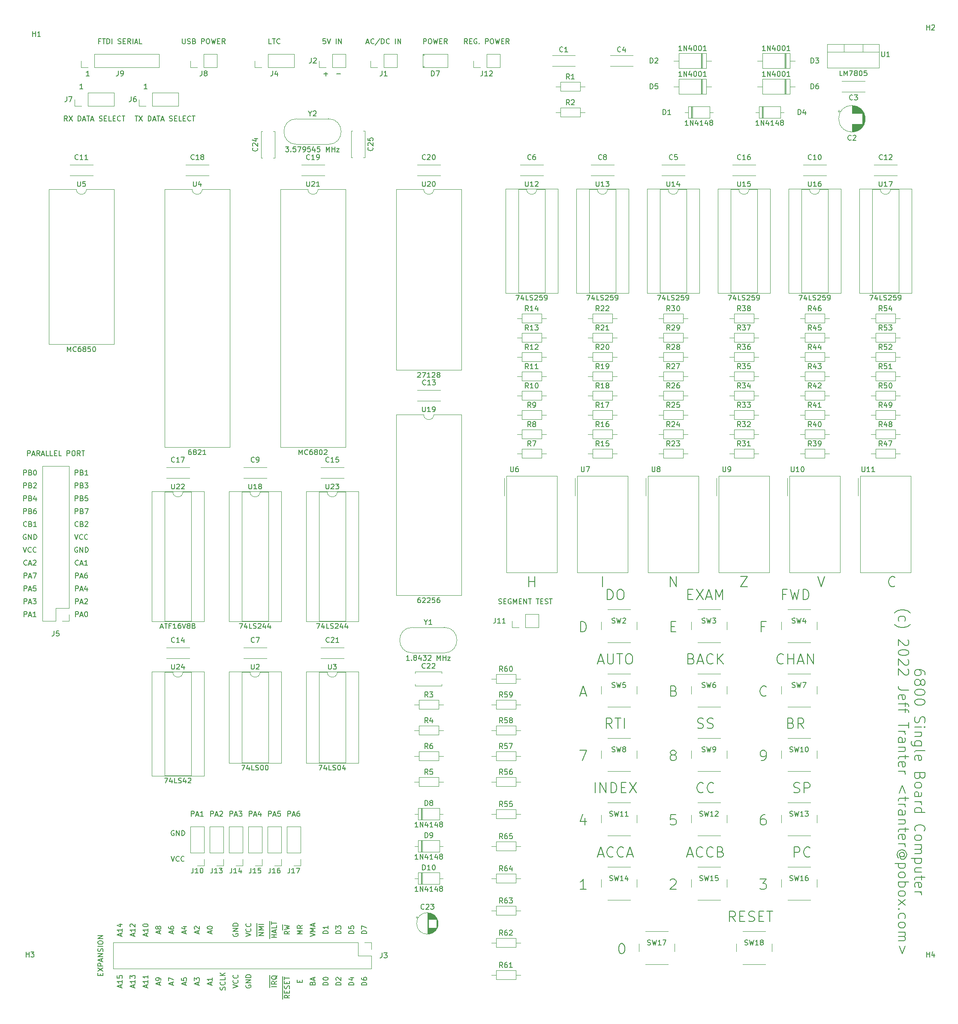
<source format=gbr>
G04 #@! TF.GenerationSoftware,KiCad,Pcbnew,5.1.5+dfsg1-2build2*
G04 #@! TF.CreationDate,2022-02-12T20:51:50-05:00*
G04 #@! TF.ProjectId,6800sbc,36383030-7362-4632-9e6b-696361645f70,rev?*
G04 #@! TF.SameCoordinates,Original*
G04 #@! TF.FileFunction,Legend,Top*
G04 #@! TF.FilePolarity,Positive*
%FSLAX46Y46*%
G04 Gerber Fmt 4.6, Leading zero omitted, Abs format (unit mm)*
G04 Created by KiCad (PCBNEW 5.1.5+dfsg1-2build2) date 2022-02-12 20:51:50*
%MOMM*%
%LPD*%
G04 APERTURE LIST*
%ADD10C,0.150000*%
%ADD11C,0.120000*%
G04 APERTURE END LIST*
D10*
X61245714Y-36012380D02*
X60674285Y-36012380D01*
X60960000Y-36012380D02*
X60960000Y-35012380D01*
X60864761Y-35155238D01*
X60769523Y-35250476D01*
X60674285Y-35298095D01*
X48545714Y-36012380D02*
X47974285Y-36012380D01*
X48260000Y-36012380D02*
X48260000Y-35012380D01*
X48164761Y-35155238D01*
X48069523Y-35250476D01*
X47974285Y-35298095D01*
X102052380Y-212828095D02*
X101052380Y-212828095D01*
X101052380Y-212590000D01*
X101100000Y-212447142D01*
X101195238Y-212351904D01*
X101290476Y-212304285D01*
X101480952Y-212256666D01*
X101623809Y-212256666D01*
X101814285Y-212304285D01*
X101909523Y-212351904D01*
X102004761Y-212447142D01*
X102052380Y-212590000D01*
X102052380Y-212828095D01*
X101385714Y-211399523D02*
X102052380Y-211399523D01*
X101004761Y-211637619D02*
X101719047Y-211875714D01*
X101719047Y-211256666D01*
X99512380Y-212828095D02*
X98512380Y-212828095D01*
X98512380Y-212590000D01*
X98560000Y-212447142D01*
X98655238Y-212351904D01*
X98750476Y-212304285D01*
X98940952Y-212256666D01*
X99083809Y-212256666D01*
X99274285Y-212304285D01*
X99369523Y-212351904D01*
X99464761Y-212447142D01*
X99512380Y-212590000D01*
X99512380Y-212828095D01*
X98607619Y-211875714D02*
X98560000Y-211828095D01*
X98512380Y-211732857D01*
X98512380Y-211494761D01*
X98560000Y-211399523D01*
X98607619Y-211351904D01*
X98702857Y-211304285D01*
X98798095Y-211304285D01*
X98940952Y-211351904D01*
X99512380Y-211923333D01*
X99512380Y-211304285D01*
X96972380Y-212828095D02*
X95972380Y-212828095D01*
X95972380Y-212590000D01*
X96020000Y-212447142D01*
X96115238Y-212351904D01*
X96210476Y-212304285D01*
X96400952Y-212256666D01*
X96543809Y-212256666D01*
X96734285Y-212304285D01*
X96829523Y-212351904D01*
X96924761Y-212447142D01*
X96972380Y-212590000D01*
X96972380Y-212828095D01*
X95972380Y-211637619D02*
X95972380Y-211542380D01*
X96020000Y-211447142D01*
X96067619Y-211399523D01*
X96162857Y-211351904D01*
X96353333Y-211304285D01*
X96591428Y-211304285D01*
X96781904Y-211351904D01*
X96877142Y-211399523D01*
X96924761Y-211447142D01*
X96972380Y-211542380D01*
X96972380Y-211637619D01*
X96924761Y-211732857D01*
X96877142Y-211780476D01*
X96781904Y-211828095D01*
X96591428Y-211875714D01*
X96353333Y-211875714D01*
X96162857Y-211828095D01*
X96067619Y-211780476D01*
X96020000Y-211732857D01*
X95972380Y-211637619D01*
X93908571Y-212447142D02*
X93956190Y-212304285D01*
X94003809Y-212256666D01*
X94099047Y-212209047D01*
X94241904Y-212209047D01*
X94337142Y-212256666D01*
X94384761Y-212304285D01*
X94432380Y-212399523D01*
X94432380Y-212780476D01*
X93432380Y-212780476D01*
X93432380Y-212447142D01*
X93480000Y-212351904D01*
X93527619Y-212304285D01*
X93622857Y-212256666D01*
X93718095Y-212256666D01*
X93813333Y-212304285D01*
X93860952Y-212351904D01*
X93908571Y-212447142D01*
X93908571Y-212780476D01*
X94146666Y-211828095D02*
X94146666Y-211351904D01*
X94432380Y-211923333D02*
X93432380Y-211590000D01*
X94432380Y-211256666D01*
X91368571Y-212304285D02*
X91368571Y-211970952D01*
X91892380Y-211828095D02*
X91892380Y-212304285D01*
X90892380Y-212304285D01*
X90892380Y-211828095D01*
X87985000Y-215621904D02*
X87985000Y-214621904D01*
X89352380Y-214812380D02*
X88876190Y-215145714D01*
X89352380Y-215383809D02*
X88352380Y-215383809D01*
X88352380Y-215002857D01*
X88400000Y-214907619D01*
X88447619Y-214860000D01*
X88542857Y-214812380D01*
X88685714Y-214812380D01*
X88780952Y-214860000D01*
X88828571Y-214907619D01*
X88876190Y-215002857D01*
X88876190Y-215383809D01*
X87985000Y-214621904D02*
X87985000Y-213717142D01*
X88828571Y-214383809D02*
X88828571Y-214050476D01*
X89352380Y-213907619D02*
X89352380Y-214383809D01*
X88352380Y-214383809D01*
X88352380Y-213907619D01*
X87985000Y-213717142D02*
X87985000Y-212764761D01*
X89304761Y-213526666D02*
X89352380Y-213383809D01*
X89352380Y-213145714D01*
X89304761Y-213050476D01*
X89257142Y-213002857D01*
X89161904Y-212955238D01*
X89066666Y-212955238D01*
X88971428Y-213002857D01*
X88923809Y-213050476D01*
X88876190Y-213145714D01*
X88828571Y-213336190D01*
X88780952Y-213431428D01*
X88733333Y-213479047D01*
X88638095Y-213526666D01*
X88542857Y-213526666D01*
X88447619Y-213479047D01*
X88400000Y-213431428D01*
X88352380Y-213336190D01*
X88352380Y-213098095D01*
X88400000Y-212955238D01*
X87985000Y-212764761D02*
X87985000Y-211860000D01*
X88828571Y-212526666D02*
X88828571Y-212193333D01*
X89352380Y-212050476D02*
X89352380Y-212526666D01*
X88352380Y-212526666D01*
X88352380Y-212050476D01*
X87985000Y-211860000D02*
X87985000Y-211098095D01*
X88352380Y-211764761D02*
X88352380Y-211193333D01*
X89352380Y-211479047D02*
X88352380Y-211479047D01*
X85445000Y-213351904D02*
X85445000Y-212875714D01*
X86812380Y-213113809D02*
X85812380Y-213113809D01*
X85445000Y-212875714D02*
X85445000Y-211875714D01*
X86812380Y-212066190D02*
X86336190Y-212399523D01*
X86812380Y-212637619D02*
X85812380Y-212637619D01*
X85812380Y-212256666D01*
X85860000Y-212161428D01*
X85907619Y-212113809D01*
X86002857Y-212066190D01*
X86145714Y-212066190D01*
X86240952Y-212113809D01*
X86288571Y-212161428D01*
X86336190Y-212256666D01*
X86336190Y-212637619D01*
X85445000Y-211875714D02*
X85445000Y-210828095D01*
X86907619Y-210970952D02*
X86860000Y-211066190D01*
X86764761Y-211161428D01*
X86621904Y-211304285D01*
X86574285Y-211399523D01*
X86574285Y-211494761D01*
X86812380Y-211447142D02*
X86764761Y-211542380D01*
X86669523Y-211637619D01*
X86479047Y-211685238D01*
X86145714Y-211685238D01*
X85955238Y-211637619D01*
X85860000Y-211542380D01*
X85812380Y-211447142D01*
X85812380Y-211256666D01*
X85860000Y-211161428D01*
X85955238Y-211066190D01*
X86145714Y-211018571D01*
X86479047Y-211018571D01*
X86669523Y-211066190D01*
X86764761Y-211161428D01*
X86812380Y-211256666D01*
X86812380Y-211447142D01*
X80780000Y-212851904D02*
X80732380Y-212947142D01*
X80732380Y-213090000D01*
X80780000Y-213232857D01*
X80875238Y-213328095D01*
X80970476Y-213375714D01*
X81160952Y-213423333D01*
X81303809Y-213423333D01*
X81494285Y-213375714D01*
X81589523Y-213328095D01*
X81684761Y-213232857D01*
X81732380Y-213090000D01*
X81732380Y-212994761D01*
X81684761Y-212851904D01*
X81637142Y-212804285D01*
X81303809Y-212804285D01*
X81303809Y-212994761D01*
X81732380Y-212375714D02*
X80732380Y-212375714D01*
X81732380Y-211804285D01*
X80732380Y-211804285D01*
X81732380Y-211328095D02*
X80732380Y-211328095D01*
X80732380Y-211090000D01*
X80780000Y-210947142D01*
X80875238Y-210851904D01*
X80970476Y-210804285D01*
X81160952Y-210756666D01*
X81303809Y-210756666D01*
X81494285Y-210804285D01*
X81589523Y-210851904D01*
X81684761Y-210947142D01*
X81732380Y-211090000D01*
X81732380Y-211328095D01*
X78192380Y-213423333D02*
X79192380Y-213090000D01*
X78192380Y-212756666D01*
X79097142Y-211851904D02*
X79144761Y-211899523D01*
X79192380Y-212042380D01*
X79192380Y-212137619D01*
X79144761Y-212280476D01*
X79049523Y-212375714D01*
X78954285Y-212423333D01*
X78763809Y-212470952D01*
X78620952Y-212470952D01*
X78430476Y-212423333D01*
X78335238Y-212375714D01*
X78240000Y-212280476D01*
X78192380Y-212137619D01*
X78192380Y-212042380D01*
X78240000Y-211899523D01*
X78287619Y-211851904D01*
X79097142Y-210851904D02*
X79144761Y-210899523D01*
X79192380Y-211042380D01*
X79192380Y-211137619D01*
X79144761Y-211280476D01*
X79049523Y-211375714D01*
X78954285Y-211423333D01*
X78763809Y-211470952D01*
X78620952Y-211470952D01*
X78430476Y-211423333D01*
X78335238Y-211375714D01*
X78240000Y-211280476D01*
X78192380Y-211137619D01*
X78192380Y-211042380D01*
X78240000Y-210899523D01*
X78287619Y-210851904D01*
X76604761Y-213780476D02*
X76652380Y-213637619D01*
X76652380Y-213399523D01*
X76604761Y-213304285D01*
X76557142Y-213256666D01*
X76461904Y-213209047D01*
X76366666Y-213209047D01*
X76271428Y-213256666D01*
X76223809Y-213304285D01*
X76176190Y-213399523D01*
X76128571Y-213590000D01*
X76080952Y-213685238D01*
X76033333Y-213732857D01*
X75938095Y-213780476D01*
X75842857Y-213780476D01*
X75747619Y-213732857D01*
X75700000Y-213685238D01*
X75652380Y-213590000D01*
X75652380Y-213351904D01*
X75700000Y-213209047D01*
X76557142Y-212209047D02*
X76604761Y-212256666D01*
X76652380Y-212399523D01*
X76652380Y-212494761D01*
X76604761Y-212637619D01*
X76509523Y-212732857D01*
X76414285Y-212780476D01*
X76223809Y-212828095D01*
X76080952Y-212828095D01*
X75890476Y-212780476D01*
X75795238Y-212732857D01*
X75700000Y-212637619D01*
X75652380Y-212494761D01*
X75652380Y-212399523D01*
X75700000Y-212256666D01*
X75747619Y-212209047D01*
X76652380Y-211304285D02*
X76652380Y-211780476D01*
X75652380Y-211780476D01*
X76652380Y-210970952D02*
X75652380Y-210970952D01*
X76652380Y-210399523D02*
X76080952Y-210828095D01*
X75652380Y-210399523D02*
X76223809Y-210970952D01*
X73826666Y-212804285D02*
X73826666Y-212328095D01*
X74112380Y-212899523D02*
X73112380Y-212566190D01*
X74112380Y-212232857D01*
X74112380Y-211375714D02*
X74112380Y-211947142D01*
X74112380Y-211661428D02*
X73112380Y-211661428D01*
X73255238Y-211756666D01*
X73350476Y-211851904D01*
X73398095Y-211947142D01*
X71286666Y-212804285D02*
X71286666Y-212328095D01*
X71572380Y-212899523D02*
X70572380Y-212566190D01*
X71572380Y-212232857D01*
X70572380Y-211994761D02*
X70572380Y-211375714D01*
X70953333Y-211709047D01*
X70953333Y-211566190D01*
X71000952Y-211470952D01*
X71048571Y-211423333D01*
X71143809Y-211375714D01*
X71381904Y-211375714D01*
X71477142Y-211423333D01*
X71524761Y-211470952D01*
X71572380Y-211566190D01*
X71572380Y-211851904D01*
X71524761Y-211947142D01*
X71477142Y-211994761D01*
X68746666Y-212804285D02*
X68746666Y-212328095D01*
X69032380Y-212899523D02*
X68032380Y-212566190D01*
X69032380Y-212232857D01*
X68032380Y-211423333D02*
X68032380Y-211899523D01*
X68508571Y-211947142D01*
X68460952Y-211899523D01*
X68413333Y-211804285D01*
X68413333Y-211566190D01*
X68460952Y-211470952D01*
X68508571Y-211423333D01*
X68603809Y-211375714D01*
X68841904Y-211375714D01*
X68937142Y-211423333D01*
X68984761Y-211470952D01*
X69032380Y-211566190D01*
X69032380Y-211804285D01*
X68984761Y-211899523D01*
X68937142Y-211947142D01*
X66206666Y-212804285D02*
X66206666Y-212328095D01*
X66492380Y-212899523D02*
X65492380Y-212566190D01*
X66492380Y-212232857D01*
X65492380Y-211994761D02*
X65492380Y-211328095D01*
X66492380Y-211756666D01*
X63666666Y-212804285D02*
X63666666Y-212328095D01*
X63952380Y-212899523D02*
X62952380Y-212566190D01*
X63952380Y-212232857D01*
X63952380Y-211851904D02*
X63952380Y-211661428D01*
X63904761Y-211566190D01*
X63857142Y-211518571D01*
X63714285Y-211423333D01*
X63523809Y-211375714D01*
X63142857Y-211375714D01*
X63047619Y-211423333D01*
X63000000Y-211470952D01*
X62952380Y-211566190D01*
X62952380Y-211756666D01*
X63000000Y-211851904D01*
X63047619Y-211899523D01*
X63142857Y-211947142D01*
X63380952Y-211947142D01*
X63476190Y-211899523D01*
X63523809Y-211851904D01*
X63571428Y-211756666D01*
X63571428Y-211566190D01*
X63523809Y-211470952D01*
X63476190Y-211423333D01*
X63380952Y-211375714D01*
X61126666Y-213280476D02*
X61126666Y-212804285D01*
X61412380Y-213375714D02*
X60412380Y-213042380D01*
X61412380Y-212709047D01*
X61412380Y-211851904D02*
X61412380Y-212423333D01*
X61412380Y-212137619D02*
X60412380Y-212137619D01*
X60555238Y-212232857D01*
X60650476Y-212328095D01*
X60698095Y-212423333D01*
X61412380Y-210899523D02*
X61412380Y-211470952D01*
X61412380Y-211185238D02*
X60412380Y-211185238D01*
X60555238Y-211280476D01*
X60650476Y-211375714D01*
X60698095Y-211470952D01*
X58586666Y-213280476D02*
X58586666Y-212804285D01*
X58872380Y-213375714D02*
X57872380Y-213042380D01*
X58872380Y-212709047D01*
X58872380Y-211851904D02*
X58872380Y-212423333D01*
X58872380Y-212137619D02*
X57872380Y-212137619D01*
X58015238Y-212232857D01*
X58110476Y-212328095D01*
X58158095Y-212423333D01*
X57872380Y-211518571D02*
X57872380Y-210899523D01*
X58253333Y-211232857D01*
X58253333Y-211090000D01*
X58300952Y-210994761D01*
X58348571Y-210947142D01*
X58443809Y-210899523D01*
X58681904Y-210899523D01*
X58777142Y-210947142D01*
X58824761Y-210994761D01*
X58872380Y-211090000D01*
X58872380Y-211375714D01*
X58824761Y-211470952D01*
X58777142Y-211518571D01*
X56046666Y-213280476D02*
X56046666Y-212804285D01*
X56332380Y-213375714D02*
X55332380Y-213042380D01*
X56332380Y-212709047D01*
X56332380Y-211851904D02*
X56332380Y-212423333D01*
X56332380Y-212137619D02*
X55332380Y-212137619D01*
X55475238Y-212232857D01*
X55570476Y-212328095D01*
X55618095Y-212423333D01*
X55332380Y-210947142D02*
X55332380Y-211423333D01*
X55808571Y-211470952D01*
X55760952Y-211423333D01*
X55713333Y-211328095D01*
X55713333Y-211090000D01*
X55760952Y-210994761D01*
X55808571Y-210947142D01*
X55903809Y-210899523D01*
X56141904Y-210899523D01*
X56237142Y-210947142D01*
X56284761Y-210994761D01*
X56332380Y-211090000D01*
X56332380Y-211328095D01*
X56284761Y-211423333D01*
X56237142Y-211470952D01*
X56046666Y-203120476D02*
X56046666Y-202644285D01*
X56332380Y-203215714D02*
X55332380Y-202882380D01*
X56332380Y-202549047D01*
X56332380Y-201691904D02*
X56332380Y-202263333D01*
X56332380Y-201977619D02*
X55332380Y-201977619D01*
X55475238Y-202072857D01*
X55570476Y-202168095D01*
X55618095Y-202263333D01*
X55665714Y-200834761D02*
X56332380Y-200834761D01*
X55284761Y-201072857D02*
X55999047Y-201310952D01*
X55999047Y-200691904D01*
X58586666Y-203120476D02*
X58586666Y-202644285D01*
X58872380Y-203215714D02*
X57872380Y-202882380D01*
X58872380Y-202549047D01*
X58872380Y-201691904D02*
X58872380Y-202263333D01*
X58872380Y-201977619D02*
X57872380Y-201977619D01*
X58015238Y-202072857D01*
X58110476Y-202168095D01*
X58158095Y-202263333D01*
X57967619Y-201310952D02*
X57920000Y-201263333D01*
X57872380Y-201168095D01*
X57872380Y-200930000D01*
X57920000Y-200834761D01*
X57967619Y-200787142D01*
X58062857Y-200739523D01*
X58158095Y-200739523D01*
X58300952Y-200787142D01*
X58872380Y-201358571D01*
X58872380Y-200739523D01*
X61126666Y-203120476D02*
X61126666Y-202644285D01*
X61412380Y-203215714D02*
X60412380Y-202882380D01*
X61412380Y-202549047D01*
X61412380Y-201691904D02*
X61412380Y-202263333D01*
X61412380Y-201977619D02*
X60412380Y-201977619D01*
X60555238Y-202072857D01*
X60650476Y-202168095D01*
X60698095Y-202263333D01*
X60412380Y-201072857D02*
X60412380Y-200977619D01*
X60460000Y-200882380D01*
X60507619Y-200834761D01*
X60602857Y-200787142D01*
X60793333Y-200739523D01*
X61031428Y-200739523D01*
X61221904Y-200787142D01*
X61317142Y-200834761D01*
X61364761Y-200882380D01*
X61412380Y-200977619D01*
X61412380Y-201072857D01*
X61364761Y-201168095D01*
X61317142Y-201215714D01*
X61221904Y-201263333D01*
X61031428Y-201310952D01*
X60793333Y-201310952D01*
X60602857Y-201263333D01*
X60507619Y-201215714D01*
X60460000Y-201168095D01*
X60412380Y-201072857D01*
X63666666Y-202644285D02*
X63666666Y-202168095D01*
X63952380Y-202739523D02*
X62952380Y-202406190D01*
X63952380Y-202072857D01*
X63380952Y-201596666D02*
X63333333Y-201691904D01*
X63285714Y-201739523D01*
X63190476Y-201787142D01*
X63142857Y-201787142D01*
X63047619Y-201739523D01*
X63000000Y-201691904D01*
X62952380Y-201596666D01*
X62952380Y-201406190D01*
X63000000Y-201310952D01*
X63047619Y-201263333D01*
X63142857Y-201215714D01*
X63190476Y-201215714D01*
X63285714Y-201263333D01*
X63333333Y-201310952D01*
X63380952Y-201406190D01*
X63380952Y-201596666D01*
X63428571Y-201691904D01*
X63476190Y-201739523D01*
X63571428Y-201787142D01*
X63761904Y-201787142D01*
X63857142Y-201739523D01*
X63904761Y-201691904D01*
X63952380Y-201596666D01*
X63952380Y-201406190D01*
X63904761Y-201310952D01*
X63857142Y-201263333D01*
X63761904Y-201215714D01*
X63571428Y-201215714D01*
X63476190Y-201263333D01*
X63428571Y-201310952D01*
X63380952Y-201406190D01*
X66206666Y-202644285D02*
X66206666Y-202168095D01*
X66492380Y-202739523D02*
X65492380Y-202406190D01*
X66492380Y-202072857D01*
X65492380Y-201310952D02*
X65492380Y-201501428D01*
X65540000Y-201596666D01*
X65587619Y-201644285D01*
X65730476Y-201739523D01*
X65920952Y-201787142D01*
X66301904Y-201787142D01*
X66397142Y-201739523D01*
X66444761Y-201691904D01*
X66492380Y-201596666D01*
X66492380Y-201406190D01*
X66444761Y-201310952D01*
X66397142Y-201263333D01*
X66301904Y-201215714D01*
X66063809Y-201215714D01*
X65968571Y-201263333D01*
X65920952Y-201310952D01*
X65873333Y-201406190D01*
X65873333Y-201596666D01*
X65920952Y-201691904D01*
X65968571Y-201739523D01*
X66063809Y-201787142D01*
X68746666Y-202644285D02*
X68746666Y-202168095D01*
X69032380Y-202739523D02*
X68032380Y-202406190D01*
X69032380Y-202072857D01*
X68365714Y-201310952D02*
X69032380Y-201310952D01*
X67984761Y-201549047D02*
X68699047Y-201787142D01*
X68699047Y-201168095D01*
X71286666Y-202644285D02*
X71286666Y-202168095D01*
X71572380Y-202739523D02*
X70572380Y-202406190D01*
X71572380Y-202072857D01*
X70667619Y-201787142D02*
X70620000Y-201739523D01*
X70572380Y-201644285D01*
X70572380Y-201406190D01*
X70620000Y-201310952D01*
X70667619Y-201263333D01*
X70762857Y-201215714D01*
X70858095Y-201215714D01*
X71000952Y-201263333D01*
X71572380Y-201834761D01*
X71572380Y-201215714D01*
X73826666Y-202644285D02*
X73826666Y-202168095D01*
X74112380Y-202739523D02*
X73112380Y-202406190D01*
X74112380Y-202072857D01*
X73112380Y-201549047D02*
X73112380Y-201453809D01*
X73160000Y-201358571D01*
X73207619Y-201310952D01*
X73302857Y-201263333D01*
X73493333Y-201215714D01*
X73731428Y-201215714D01*
X73921904Y-201263333D01*
X74017142Y-201310952D01*
X74064761Y-201358571D01*
X74112380Y-201453809D01*
X74112380Y-201549047D01*
X74064761Y-201644285D01*
X74017142Y-201691904D01*
X73921904Y-201739523D01*
X73731428Y-201787142D01*
X73493333Y-201787142D01*
X73302857Y-201739523D01*
X73207619Y-201691904D01*
X73160000Y-201644285D01*
X73112380Y-201549047D01*
X78240000Y-202691904D02*
X78192380Y-202787142D01*
X78192380Y-202930000D01*
X78240000Y-203072857D01*
X78335238Y-203168095D01*
X78430476Y-203215714D01*
X78620952Y-203263333D01*
X78763809Y-203263333D01*
X78954285Y-203215714D01*
X79049523Y-203168095D01*
X79144761Y-203072857D01*
X79192380Y-202930000D01*
X79192380Y-202834761D01*
X79144761Y-202691904D01*
X79097142Y-202644285D01*
X78763809Y-202644285D01*
X78763809Y-202834761D01*
X79192380Y-202215714D02*
X78192380Y-202215714D01*
X79192380Y-201644285D01*
X78192380Y-201644285D01*
X79192380Y-201168095D02*
X78192380Y-201168095D01*
X78192380Y-200930000D01*
X78240000Y-200787142D01*
X78335238Y-200691904D01*
X78430476Y-200644285D01*
X78620952Y-200596666D01*
X78763809Y-200596666D01*
X78954285Y-200644285D01*
X79049523Y-200691904D01*
X79144761Y-200787142D01*
X79192380Y-200930000D01*
X79192380Y-201168095D01*
X80732380Y-203263333D02*
X81732380Y-202930000D01*
X80732380Y-202596666D01*
X81637142Y-201691904D02*
X81684761Y-201739523D01*
X81732380Y-201882380D01*
X81732380Y-201977619D01*
X81684761Y-202120476D01*
X81589523Y-202215714D01*
X81494285Y-202263333D01*
X81303809Y-202310952D01*
X81160952Y-202310952D01*
X80970476Y-202263333D01*
X80875238Y-202215714D01*
X80780000Y-202120476D01*
X80732380Y-201977619D01*
X80732380Y-201882380D01*
X80780000Y-201739523D01*
X80827619Y-201691904D01*
X81637142Y-200691904D02*
X81684761Y-200739523D01*
X81732380Y-200882380D01*
X81732380Y-200977619D01*
X81684761Y-201120476D01*
X81589523Y-201215714D01*
X81494285Y-201263333D01*
X81303809Y-201310952D01*
X81160952Y-201310952D01*
X80970476Y-201263333D01*
X80875238Y-201215714D01*
X80780000Y-201120476D01*
X80732380Y-200977619D01*
X80732380Y-200882380D01*
X80780000Y-200739523D01*
X80827619Y-200691904D01*
X82905000Y-203263333D02*
X82905000Y-202215714D01*
X84272380Y-203025238D02*
X83272380Y-203025238D01*
X84272380Y-202453809D01*
X83272380Y-202453809D01*
X82905000Y-202215714D02*
X82905000Y-201072857D01*
X84272380Y-201977619D02*
X83272380Y-201977619D01*
X83986666Y-201644285D01*
X83272380Y-201310952D01*
X84272380Y-201310952D01*
X82905000Y-201072857D02*
X82905000Y-200596666D01*
X84272380Y-200834761D02*
X83272380Y-200834761D01*
X85445000Y-203668095D02*
X85445000Y-202620476D01*
X86812380Y-203430000D02*
X85812380Y-203430000D01*
X86288571Y-203430000D02*
X86288571Y-202858571D01*
X86812380Y-202858571D02*
X85812380Y-202858571D01*
X85445000Y-202620476D02*
X85445000Y-201763333D01*
X86526666Y-202430000D02*
X86526666Y-201953809D01*
X86812380Y-202525238D02*
X85812380Y-202191904D01*
X86812380Y-201858571D01*
X85445000Y-201763333D02*
X85445000Y-200953809D01*
X86812380Y-201049047D02*
X86812380Y-201525238D01*
X85812380Y-201525238D01*
X85445000Y-200953809D02*
X85445000Y-200191904D01*
X85812380Y-200858571D02*
X85812380Y-200287142D01*
X86812380Y-200572857D02*
X85812380Y-200572857D01*
X89352380Y-202191904D02*
X88876190Y-202525238D01*
X89352380Y-202763333D02*
X88352380Y-202763333D01*
X88352380Y-202382380D01*
X88400000Y-202287142D01*
X88447619Y-202239523D01*
X88542857Y-202191904D01*
X88685714Y-202191904D01*
X88780952Y-202239523D01*
X88828571Y-202287142D01*
X88876190Y-202382380D01*
X88876190Y-202763333D01*
X87985000Y-202001428D02*
X87985000Y-200858571D01*
X88352380Y-201858571D02*
X89352380Y-201620476D01*
X88638095Y-201430000D01*
X89352380Y-201239523D01*
X88352380Y-201001428D01*
X91892380Y-202763333D02*
X90892380Y-202763333D01*
X91606666Y-202430000D01*
X90892380Y-202096666D01*
X91892380Y-202096666D01*
X91892380Y-201049047D02*
X91416190Y-201382380D01*
X91892380Y-201620476D02*
X90892380Y-201620476D01*
X90892380Y-201239523D01*
X90940000Y-201144285D01*
X90987619Y-201096666D01*
X91082857Y-201049047D01*
X91225714Y-201049047D01*
X91320952Y-201096666D01*
X91368571Y-201144285D01*
X91416190Y-201239523D01*
X91416190Y-201620476D01*
X93432380Y-203263333D02*
X94432380Y-202930000D01*
X93432380Y-202596666D01*
X94432380Y-202263333D02*
X93432380Y-202263333D01*
X94146666Y-201930000D01*
X93432380Y-201596666D01*
X94432380Y-201596666D01*
X94146666Y-201168095D02*
X94146666Y-200691904D01*
X94432380Y-201263333D02*
X93432380Y-200930000D01*
X94432380Y-200596666D01*
X96972380Y-202668095D02*
X95972380Y-202668095D01*
X95972380Y-202430000D01*
X96020000Y-202287142D01*
X96115238Y-202191904D01*
X96210476Y-202144285D01*
X96400952Y-202096666D01*
X96543809Y-202096666D01*
X96734285Y-202144285D01*
X96829523Y-202191904D01*
X96924761Y-202287142D01*
X96972380Y-202430000D01*
X96972380Y-202668095D01*
X96972380Y-201144285D02*
X96972380Y-201715714D01*
X96972380Y-201430000D02*
X95972380Y-201430000D01*
X96115238Y-201525238D01*
X96210476Y-201620476D01*
X96258095Y-201715714D01*
X99512380Y-202668095D02*
X98512380Y-202668095D01*
X98512380Y-202430000D01*
X98560000Y-202287142D01*
X98655238Y-202191904D01*
X98750476Y-202144285D01*
X98940952Y-202096666D01*
X99083809Y-202096666D01*
X99274285Y-202144285D01*
X99369523Y-202191904D01*
X99464761Y-202287142D01*
X99512380Y-202430000D01*
X99512380Y-202668095D01*
X98512380Y-201763333D02*
X98512380Y-201144285D01*
X98893333Y-201477619D01*
X98893333Y-201334761D01*
X98940952Y-201239523D01*
X98988571Y-201191904D01*
X99083809Y-201144285D01*
X99321904Y-201144285D01*
X99417142Y-201191904D01*
X99464761Y-201239523D01*
X99512380Y-201334761D01*
X99512380Y-201620476D01*
X99464761Y-201715714D01*
X99417142Y-201763333D01*
X102052380Y-202668095D02*
X101052380Y-202668095D01*
X101052380Y-202430000D01*
X101100000Y-202287142D01*
X101195238Y-202191904D01*
X101290476Y-202144285D01*
X101480952Y-202096666D01*
X101623809Y-202096666D01*
X101814285Y-202144285D01*
X101909523Y-202191904D01*
X102004761Y-202287142D01*
X102052380Y-202430000D01*
X102052380Y-202668095D01*
X101052380Y-201191904D02*
X101052380Y-201668095D01*
X101528571Y-201715714D01*
X101480952Y-201668095D01*
X101433333Y-201572857D01*
X101433333Y-201334761D01*
X101480952Y-201239523D01*
X101528571Y-201191904D01*
X101623809Y-201144285D01*
X101861904Y-201144285D01*
X101957142Y-201191904D01*
X102004761Y-201239523D01*
X102052380Y-201334761D01*
X102052380Y-201572857D01*
X102004761Y-201668095D01*
X101957142Y-201715714D01*
X104592380Y-212828095D02*
X103592380Y-212828095D01*
X103592380Y-212590000D01*
X103640000Y-212447142D01*
X103735238Y-212351904D01*
X103830476Y-212304285D01*
X104020952Y-212256666D01*
X104163809Y-212256666D01*
X104354285Y-212304285D01*
X104449523Y-212351904D01*
X104544761Y-212447142D01*
X104592380Y-212590000D01*
X104592380Y-212828095D01*
X103592380Y-211399523D02*
X103592380Y-211590000D01*
X103640000Y-211685238D01*
X103687619Y-211732857D01*
X103830476Y-211828095D01*
X104020952Y-211875714D01*
X104401904Y-211875714D01*
X104497142Y-211828095D01*
X104544761Y-211780476D01*
X104592380Y-211685238D01*
X104592380Y-211494761D01*
X104544761Y-211399523D01*
X104497142Y-211351904D01*
X104401904Y-211304285D01*
X104163809Y-211304285D01*
X104068571Y-211351904D01*
X104020952Y-211399523D01*
X103973333Y-211494761D01*
X103973333Y-211685238D01*
X104020952Y-211780476D01*
X104068571Y-211828095D01*
X104163809Y-211875714D01*
X104592380Y-202668095D02*
X103592380Y-202668095D01*
X103592380Y-202430000D01*
X103640000Y-202287142D01*
X103735238Y-202191904D01*
X103830476Y-202144285D01*
X104020952Y-202096666D01*
X104163809Y-202096666D01*
X104354285Y-202144285D01*
X104449523Y-202191904D01*
X104544761Y-202287142D01*
X104592380Y-202430000D01*
X104592380Y-202668095D01*
X103592380Y-201763333D02*
X103592380Y-201096666D01*
X104592380Y-201525238D01*
X98679047Y-33091428D02*
X99440952Y-33091428D01*
X96139047Y-33091428D02*
X96900952Y-33091428D01*
X96520000Y-33472380D02*
X96520000Y-32710476D01*
X49815714Y-33472380D02*
X49244285Y-33472380D01*
X49530000Y-33472380D02*
X49530000Y-32472380D01*
X49434761Y-32615238D01*
X49339523Y-32710476D01*
X49244285Y-32758095D01*
X36861904Y-112212380D02*
X36861904Y-111212380D01*
X37242857Y-111212380D01*
X37338095Y-111260000D01*
X37385714Y-111307619D01*
X37433333Y-111402857D01*
X37433333Y-111545714D01*
X37385714Y-111640952D01*
X37338095Y-111688571D01*
X37242857Y-111736190D01*
X36861904Y-111736190D01*
X38195238Y-111688571D02*
X38338095Y-111736190D01*
X38385714Y-111783809D01*
X38433333Y-111879047D01*
X38433333Y-112021904D01*
X38385714Y-112117142D01*
X38338095Y-112164761D01*
X38242857Y-112212380D01*
X37861904Y-112212380D01*
X37861904Y-111212380D01*
X38195238Y-111212380D01*
X38290476Y-111260000D01*
X38338095Y-111307619D01*
X38385714Y-111402857D01*
X38385714Y-111498095D01*
X38338095Y-111593333D01*
X38290476Y-111640952D01*
X38195238Y-111688571D01*
X37861904Y-111688571D01*
X39052380Y-111212380D02*
X39147619Y-111212380D01*
X39242857Y-111260000D01*
X39290476Y-111307619D01*
X39338095Y-111402857D01*
X39385714Y-111593333D01*
X39385714Y-111831428D01*
X39338095Y-112021904D01*
X39290476Y-112117142D01*
X39242857Y-112164761D01*
X39147619Y-112212380D01*
X39052380Y-112212380D01*
X38957142Y-112164761D01*
X38909523Y-112117142D01*
X38861904Y-112021904D01*
X38814285Y-111831428D01*
X38814285Y-111593333D01*
X38861904Y-111402857D01*
X38909523Y-111307619D01*
X38957142Y-111260000D01*
X39052380Y-111212380D01*
X36861904Y-114752380D02*
X36861904Y-113752380D01*
X37242857Y-113752380D01*
X37338095Y-113800000D01*
X37385714Y-113847619D01*
X37433333Y-113942857D01*
X37433333Y-114085714D01*
X37385714Y-114180952D01*
X37338095Y-114228571D01*
X37242857Y-114276190D01*
X36861904Y-114276190D01*
X38195238Y-114228571D02*
X38338095Y-114276190D01*
X38385714Y-114323809D01*
X38433333Y-114419047D01*
X38433333Y-114561904D01*
X38385714Y-114657142D01*
X38338095Y-114704761D01*
X38242857Y-114752380D01*
X37861904Y-114752380D01*
X37861904Y-113752380D01*
X38195238Y-113752380D01*
X38290476Y-113800000D01*
X38338095Y-113847619D01*
X38385714Y-113942857D01*
X38385714Y-114038095D01*
X38338095Y-114133333D01*
X38290476Y-114180952D01*
X38195238Y-114228571D01*
X37861904Y-114228571D01*
X38814285Y-113847619D02*
X38861904Y-113800000D01*
X38957142Y-113752380D01*
X39195238Y-113752380D01*
X39290476Y-113800000D01*
X39338095Y-113847619D01*
X39385714Y-113942857D01*
X39385714Y-114038095D01*
X39338095Y-114180952D01*
X38766666Y-114752380D01*
X39385714Y-114752380D01*
X36861904Y-117292380D02*
X36861904Y-116292380D01*
X37242857Y-116292380D01*
X37338095Y-116340000D01*
X37385714Y-116387619D01*
X37433333Y-116482857D01*
X37433333Y-116625714D01*
X37385714Y-116720952D01*
X37338095Y-116768571D01*
X37242857Y-116816190D01*
X36861904Y-116816190D01*
X38195238Y-116768571D02*
X38338095Y-116816190D01*
X38385714Y-116863809D01*
X38433333Y-116959047D01*
X38433333Y-117101904D01*
X38385714Y-117197142D01*
X38338095Y-117244761D01*
X38242857Y-117292380D01*
X37861904Y-117292380D01*
X37861904Y-116292380D01*
X38195238Y-116292380D01*
X38290476Y-116340000D01*
X38338095Y-116387619D01*
X38385714Y-116482857D01*
X38385714Y-116578095D01*
X38338095Y-116673333D01*
X38290476Y-116720952D01*
X38195238Y-116768571D01*
X37861904Y-116768571D01*
X39290476Y-116625714D02*
X39290476Y-117292380D01*
X39052380Y-116244761D02*
X38814285Y-116959047D01*
X39433333Y-116959047D01*
X36861904Y-119832380D02*
X36861904Y-118832380D01*
X37242857Y-118832380D01*
X37338095Y-118880000D01*
X37385714Y-118927619D01*
X37433333Y-119022857D01*
X37433333Y-119165714D01*
X37385714Y-119260952D01*
X37338095Y-119308571D01*
X37242857Y-119356190D01*
X36861904Y-119356190D01*
X38195238Y-119308571D02*
X38338095Y-119356190D01*
X38385714Y-119403809D01*
X38433333Y-119499047D01*
X38433333Y-119641904D01*
X38385714Y-119737142D01*
X38338095Y-119784761D01*
X38242857Y-119832380D01*
X37861904Y-119832380D01*
X37861904Y-118832380D01*
X38195238Y-118832380D01*
X38290476Y-118880000D01*
X38338095Y-118927619D01*
X38385714Y-119022857D01*
X38385714Y-119118095D01*
X38338095Y-119213333D01*
X38290476Y-119260952D01*
X38195238Y-119308571D01*
X37861904Y-119308571D01*
X39290476Y-118832380D02*
X39100000Y-118832380D01*
X39004761Y-118880000D01*
X38957142Y-118927619D01*
X38861904Y-119070476D01*
X38814285Y-119260952D01*
X38814285Y-119641904D01*
X38861904Y-119737142D01*
X38909523Y-119784761D01*
X39004761Y-119832380D01*
X39195238Y-119832380D01*
X39290476Y-119784761D01*
X39338095Y-119737142D01*
X39385714Y-119641904D01*
X39385714Y-119403809D01*
X39338095Y-119308571D01*
X39290476Y-119260952D01*
X39195238Y-119213333D01*
X39004761Y-119213333D01*
X38909523Y-119260952D01*
X38861904Y-119308571D01*
X38814285Y-119403809D01*
X37433333Y-122277142D02*
X37385714Y-122324761D01*
X37242857Y-122372380D01*
X37147619Y-122372380D01*
X37004761Y-122324761D01*
X36909523Y-122229523D01*
X36861904Y-122134285D01*
X36814285Y-121943809D01*
X36814285Y-121800952D01*
X36861904Y-121610476D01*
X36909523Y-121515238D01*
X37004761Y-121420000D01*
X37147619Y-121372380D01*
X37242857Y-121372380D01*
X37385714Y-121420000D01*
X37433333Y-121467619D01*
X38195238Y-121848571D02*
X38338095Y-121896190D01*
X38385714Y-121943809D01*
X38433333Y-122039047D01*
X38433333Y-122181904D01*
X38385714Y-122277142D01*
X38338095Y-122324761D01*
X38242857Y-122372380D01*
X37861904Y-122372380D01*
X37861904Y-121372380D01*
X38195238Y-121372380D01*
X38290476Y-121420000D01*
X38338095Y-121467619D01*
X38385714Y-121562857D01*
X38385714Y-121658095D01*
X38338095Y-121753333D01*
X38290476Y-121800952D01*
X38195238Y-121848571D01*
X37861904Y-121848571D01*
X39385714Y-122372380D02*
X38814285Y-122372380D01*
X39100000Y-122372380D02*
X39100000Y-121372380D01*
X39004761Y-121515238D01*
X38909523Y-121610476D01*
X38814285Y-121658095D01*
X37338095Y-123960000D02*
X37242857Y-123912380D01*
X37100000Y-123912380D01*
X36957142Y-123960000D01*
X36861904Y-124055238D01*
X36814285Y-124150476D01*
X36766666Y-124340952D01*
X36766666Y-124483809D01*
X36814285Y-124674285D01*
X36861904Y-124769523D01*
X36957142Y-124864761D01*
X37100000Y-124912380D01*
X37195238Y-124912380D01*
X37338095Y-124864761D01*
X37385714Y-124817142D01*
X37385714Y-124483809D01*
X37195238Y-124483809D01*
X37814285Y-124912380D02*
X37814285Y-123912380D01*
X38385714Y-124912380D01*
X38385714Y-123912380D01*
X38861904Y-124912380D02*
X38861904Y-123912380D01*
X39100000Y-123912380D01*
X39242857Y-123960000D01*
X39338095Y-124055238D01*
X39385714Y-124150476D01*
X39433333Y-124340952D01*
X39433333Y-124483809D01*
X39385714Y-124674285D01*
X39338095Y-124769523D01*
X39242857Y-124864761D01*
X39100000Y-124912380D01*
X38861904Y-124912380D01*
X36766666Y-126452380D02*
X37100000Y-127452380D01*
X37433333Y-126452380D01*
X38338095Y-127357142D02*
X38290476Y-127404761D01*
X38147619Y-127452380D01*
X38052380Y-127452380D01*
X37909523Y-127404761D01*
X37814285Y-127309523D01*
X37766666Y-127214285D01*
X37719047Y-127023809D01*
X37719047Y-126880952D01*
X37766666Y-126690476D01*
X37814285Y-126595238D01*
X37909523Y-126500000D01*
X38052380Y-126452380D01*
X38147619Y-126452380D01*
X38290476Y-126500000D01*
X38338095Y-126547619D01*
X39338095Y-127357142D02*
X39290476Y-127404761D01*
X39147619Y-127452380D01*
X39052380Y-127452380D01*
X38909523Y-127404761D01*
X38814285Y-127309523D01*
X38766666Y-127214285D01*
X38719047Y-127023809D01*
X38719047Y-126880952D01*
X38766666Y-126690476D01*
X38814285Y-126595238D01*
X38909523Y-126500000D01*
X39052380Y-126452380D01*
X39147619Y-126452380D01*
X39290476Y-126500000D01*
X39338095Y-126547619D01*
X37504761Y-129897142D02*
X37457142Y-129944761D01*
X37314285Y-129992380D01*
X37219047Y-129992380D01*
X37076190Y-129944761D01*
X36980952Y-129849523D01*
X36933333Y-129754285D01*
X36885714Y-129563809D01*
X36885714Y-129420952D01*
X36933333Y-129230476D01*
X36980952Y-129135238D01*
X37076190Y-129040000D01*
X37219047Y-128992380D01*
X37314285Y-128992380D01*
X37457142Y-129040000D01*
X37504761Y-129087619D01*
X37885714Y-129706666D02*
X38361904Y-129706666D01*
X37790476Y-129992380D02*
X38123809Y-128992380D01*
X38457142Y-129992380D01*
X38742857Y-129087619D02*
X38790476Y-129040000D01*
X38885714Y-128992380D01*
X39123809Y-128992380D01*
X39219047Y-129040000D01*
X39266666Y-129087619D01*
X39314285Y-129182857D01*
X39314285Y-129278095D01*
X39266666Y-129420952D01*
X38695238Y-129992380D01*
X39314285Y-129992380D01*
X36933333Y-132532380D02*
X36933333Y-131532380D01*
X37314285Y-131532380D01*
X37409523Y-131580000D01*
X37457142Y-131627619D01*
X37504761Y-131722857D01*
X37504761Y-131865714D01*
X37457142Y-131960952D01*
X37409523Y-132008571D01*
X37314285Y-132056190D01*
X36933333Y-132056190D01*
X37885714Y-132246666D02*
X38361904Y-132246666D01*
X37790476Y-132532380D02*
X38123809Y-131532380D01*
X38457142Y-132532380D01*
X38695238Y-131532380D02*
X39361904Y-131532380D01*
X38933333Y-132532380D01*
X36933333Y-135072380D02*
X36933333Y-134072380D01*
X37314285Y-134072380D01*
X37409523Y-134120000D01*
X37457142Y-134167619D01*
X37504761Y-134262857D01*
X37504761Y-134405714D01*
X37457142Y-134500952D01*
X37409523Y-134548571D01*
X37314285Y-134596190D01*
X36933333Y-134596190D01*
X37885714Y-134786666D02*
X38361904Y-134786666D01*
X37790476Y-135072380D02*
X38123809Y-134072380D01*
X38457142Y-135072380D01*
X39266666Y-134072380D02*
X38790476Y-134072380D01*
X38742857Y-134548571D01*
X38790476Y-134500952D01*
X38885714Y-134453333D01*
X39123809Y-134453333D01*
X39219047Y-134500952D01*
X39266666Y-134548571D01*
X39314285Y-134643809D01*
X39314285Y-134881904D01*
X39266666Y-134977142D01*
X39219047Y-135024761D01*
X39123809Y-135072380D01*
X38885714Y-135072380D01*
X38790476Y-135024761D01*
X38742857Y-134977142D01*
X36933333Y-137612380D02*
X36933333Y-136612380D01*
X37314285Y-136612380D01*
X37409523Y-136660000D01*
X37457142Y-136707619D01*
X37504761Y-136802857D01*
X37504761Y-136945714D01*
X37457142Y-137040952D01*
X37409523Y-137088571D01*
X37314285Y-137136190D01*
X36933333Y-137136190D01*
X37885714Y-137326666D02*
X38361904Y-137326666D01*
X37790476Y-137612380D02*
X38123809Y-136612380D01*
X38457142Y-137612380D01*
X38695238Y-136612380D02*
X39314285Y-136612380D01*
X38980952Y-136993333D01*
X39123809Y-136993333D01*
X39219047Y-137040952D01*
X39266666Y-137088571D01*
X39314285Y-137183809D01*
X39314285Y-137421904D01*
X39266666Y-137517142D01*
X39219047Y-137564761D01*
X39123809Y-137612380D01*
X38838095Y-137612380D01*
X38742857Y-137564761D01*
X38695238Y-137517142D01*
X47021904Y-112212380D02*
X47021904Y-111212380D01*
X47402857Y-111212380D01*
X47498095Y-111260000D01*
X47545714Y-111307619D01*
X47593333Y-111402857D01*
X47593333Y-111545714D01*
X47545714Y-111640952D01*
X47498095Y-111688571D01*
X47402857Y-111736190D01*
X47021904Y-111736190D01*
X48355238Y-111688571D02*
X48498095Y-111736190D01*
X48545714Y-111783809D01*
X48593333Y-111879047D01*
X48593333Y-112021904D01*
X48545714Y-112117142D01*
X48498095Y-112164761D01*
X48402857Y-112212380D01*
X48021904Y-112212380D01*
X48021904Y-111212380D01*
X48355238Y-111212380D01*
X48450476Y-111260000D01*
X48498095Y-111307619D01*
X48545714Y-111402857D01*
X48545714Y-111498095D01*
X48498095Y-111593333D01*
X48450476Y-111640952D01*
X48355238Y-111688571D01*
X48021904Y-111688571D01*
X49545714Y-112212380D02*
X48974285Y-112212380D01*
X49260000Y-112212380D02*
X49260000Y-111212380D01*
X49164761Y-111355238D01*
X49069523Y-111450476D01*
X48974285Y-111498095D01*
X47021904Y-114752380D02*
X47021904Y-113752380D01*
X47402857Y-113752380D01*
X47498095Y-113800000D01*
X47545714Y-113847619D01*
X47593333Y-113942857D01*
X47593333Y-114085714D01*
X47545714Y-114180952D01*
X47498095Y-114228571D01*
X47402857Y-114276190D01*
X47021904Y-114276190D01*
X48355238Y-114228571D02*
X48498095Y-114276190D01*
X48545714Y-114323809D01*
X48593333Y-114419047D01*
X48593333Y-114561904D01*
X48545714Y-114657142D01*
X48498095Y-114704761D01*
X48402857Y-114752380D01*
X48021904Y-114752380D01*
X48021904Y-113752380D01*
X48355238Y-113752380D01*
X48450476Y-113800000D01*
X48498095Y-113847619D01*
X48545714Y-113942857D01*
X48545714Y-114038095D01*
X48498095Y-114133333D01*
X48450476Y-114180952D01*
X48355238Y-114228571D01*
X48021904Y-114228571D01*
X48926666Y-113752380D02*
X49545714Y-113752380D01*
X49212380Y-114133333D01*
X49355238Y-114133333D01*
X49450476Y-114180952D01*
X49498095Y-114228571D01*
X49545714Y-114323809D01*
X49545714Y-114561904D01*
X49498095Y-114657142D01*
X49450476Y-114704761D01*
X49355238Y-114752380D01*
X49069523Y-114752380D01*
X48974285Y-114704761D01*
X48926666Y-114657142D01*
X47021904Y-117292380D02*
X47021904Y-116292380D01*
X47402857Y-116292380D01*
X47498095Y-116340000D01*
X47545714Y-116387619D01*
X47593333Y-116482857D01*
X47593333Y-116625714D01*
X47545714Y-116720952D01*
X47498095Y-116768571D01*
X47402857Y-116816190D01*
X47021904Y-116816190D01*
X48355238Y-116768571D02*
X48498095Y-116816190D01*
X48545714Y-116863809D01*
X48593333Y-116959047D01*
X48593333Y-117101904D01*
X48545714Y-117197142D01*
X48498095Y-117244761D01*
X48402857Y-117292380D01*
X48021904Y-117292380D01*
X48021904Y-116292380D01*
X48355238Y-116292380D01*
X48450476Y-116340000D01*
X48498095Y-116387619D01*
X48545714Y-116482857D01*
X48545714Y-116578095D01*
X48498095Y-116673333D01*
X48450476Y-116720952D01*
X48355238Y-116768571D01*
X48021904Y-116768571D01*
X49498095Y-116292380D02*
X49021904Y-116292380D01*
X48974285Y-116768571D01*
X49021904Y-116720952D01*
X49117142Y-116673333D01*
X49355238Y-116673333D01*
X49450476Y-116720952D01*
X49498095Y-116768571D01*
X49545714Y-116863809D01*
X49545714Y-117101904D01*
X49498095Y-117197142D01*
X49450476Y-117244761D01*
X49355238Y-117292380D01*
X49117142Y-117292380D01*
X49021904Y-117244761D01*
X48974285Y-117197142D01*
X47021904Y-119832380D02*
X47021904Y-118832380D01*
X47402857Y-118832380D01*
X47498095Y-118880000D01*
X47545714Y-118927619D01*
X47593333Y-119022857D01*
X47593333Y-119165714D01*
X47545714Y-119260952D01*
X47498095Y-119308571D01*
X47402857Y-119356190D01*
X47021904Y-119356190D01*
X48355238Y-119308571D02*
X48498095Y-119356190D01*
X48545714Y-119403809D01*
X48593333Y-119499047D01*
X48593333Y-119641904D01*
X48545714Y-119737142D01*
X48498095Y-119784761D01*
X48402857Y-119832380D01*
X48021904Y-119832380D01*
X48021904Y-118832380D01*
X48355238Y-118832380D01*
X48450476Y-118880000D01*
X48498095Y-118927619D01*
X48545714Y-119022857D01*
X48545714Y-119118095D01*
X48498095Y-119213333D01*
X48450476Y-119260952D01*
X48355238Y-119308571D01*
X48021904Y-119308571D01*
X48926666Y-118832380D02*
X49593333Y-118832380D01*
X49164761Y-119832380D01*
X47593333Y-122277142D02*
X47545714Y-122324761D01*
X47402857Y-122372380D01*
X47307619Y-122372380D01*
X47164761Y-122324761D01*
X47069523Y-122229523D01*
X47021904Y-122134285D01*
X46974285Y-121943809D01*
X46974285Y-121800952D01*
X47021904Y-121610476D01*
X47069523Y-121515238D01*
X47164761Y-121420000D01*
X47307619Y-121372380D01*
X47402857Y-121372380D01*
X47545714Y-121420000D01*
X47593333Y-121467619D01*
X48355238Y-121848571D02*
X48498095Y-121896190D01*
X48545714Y-121943809D01*
X48593333Y-122039047D01*
X48593333Y-122181904D01*
X48545714Y-122277142D01*
X48498095Y-122324761D01*
X48402857Y-122372380D01*
X48021904Y-122372380D01*
X48021904Y-121372380D01*
X48355238Y-121372380D01*
X48450476Y-121420000D01*
X48498095Y-121467619D01*
X48545714Y-121562857D01*
X48545714Y-121658095D01*
X48498095Y-121753333D01*
X48450476Y-121800952D01*
X48355238Y-121848571D01*
X48021904Y-121848571D01*
X48974285Y-121467619D02*
X49021904Y-121420000D01*
X49117142Y-121372380D01*
X49355238Y-121372380D01*
X49450476Y-121420000D01*
X49498095Y-121467619D01*
X49545714Y-121562857D01*
X49545714Y-121658095D01*
X49498095Y-121800952D01*
X48926666Y-122372380D01*
X49545714Y-122372380D01*
X46926666Y-123912380D02*
X47260000Y-124912380D01*
X47593333Y-123912380D01*
X48498095Y-124817142D02*
X48450476Y-124864761D01*
X48307619Y-124912380D01*
X48212380Y-124912380D01*
X48069523Y-124864761D01*
X47974285Y-124769523D01*
X47926666Y-124674285D01*
X47879047Y-124483809D01*
X47879047Y-124340952D01*
X47926666Y-124150476D01*
X47974285Y-124055238D01*
X48069523Y-123960000D01*
X48212380Y-123912380D01*
X48307619Y-123912380D01*
X48450476Y-123960000D01*
X48498095Y-124007619D01*
X49498095Y-124817142D02*
X49450476Y-124864761D01*
X49307619Y-124912380D01*
X49212380Y-124912380D01*
X49069523Y-124864761D01*
X48974285Y-124769523D01*
X48926666Y-124674285D01*
X48879047Y-124483809D01*
X48879047Y-124340952D01*
X48926666Y-124150476D01*
X48974285Y-124055238D01*
X49069523Y-123960000D01*
X49212380Y-123912380D01*
X49307619Y-123912380D01*
X49450476Y-123960000D01*
X49498095Y-124007619D01*
X47498095Y-126500000D02*
X47402857Y-126452380D01*
X47260000Y-126452380D01*
X47117142Y-126500000D01*
X47021904Y-126595238D01*
X46974285Y-126690476D01*
X46926666Y-126880952D01*
X46926666Y-127023809D01*
X46974285Y-127214285D01*
X47021904Y-127309523D01*
X47117142Y-127404761D01*
X47260000Y-127452380D01*
X47355238Y-127452380D01*
X47498095Y-127404761D01*
X47545714Y-127357142D01*
X47545714Y-127023809D01*
X47355238Y-127023809D01*
X47974285Y-127452380D02*
X47974285Y-126452380D01*
X48545714Y-127452380D01*
X48545714Y-126452380D01*
X49021904Y-127452380D02*
X49021904Y-126452380D01*
X49260000Y-126452380D01*
X49402857Y-126500000D01*
X49498095Y-126595238D01*
X49545714Y-126690476D01*
X49593333Y-126880952D01*
X49593333Y-127023809D01*
X49545714Y-127214285D01*
X49498095Y-127309523D01*
X49402857Y-127404761D01*
X49260000Y-127452380D01*
X49021904Y-127452380D01*
X47664761Y-129897142D02*
X47617142Y-129944761D01*
X47474285Y-129992380D01*
X47379047Y-129992380D01*
X47236190Y-129944761D01*
X47140952Y-129849523D01*
X47093333Y-129754285D01*
X47045714Y-129563809D01*
X47045714Y-129420952D01*
X47093333Y-129230476D01*
X47140952Y-129135238D01*
X47236190Y-129040000D01*
X47379047Y-128992380D01*
X47474285Y-128992380D01*
X47617142Y-129040000D01*
X47664761Y-129087619D01*
X48045714Y-129706666D02*
X48521904Y-129706666D01*
X47950476Y-129992380D02*
X48283809Y-128992380D01*
X48617142Y-129992380D01*
X49474285Y-129992380D02*
X48902857Y-129992380D01*
X49188571Y-129992380D02*
X49188571Y-128992380D01*
X49093333Y-129135238D01*
X48998095Y-129230476D01*
X48902857Y-129278095D01*
X47093333Y-132532380D02*
X47093333Y-131532380D01*
X47474285Y-131532380D01*
X47569523Y-131580000D01*
X47617142Y-131627619D01*
X47664761Y-131722857D01*
X47664761Y-131865714D01*
X47617142Y-131960952D01*
X47569523Y-132008571D01*
X47474285Y-132056190D01*
X47093333Y-132056190D01*
X48045714Y-132246666D02*
X48521904Y-132246666D01*
X47950476Y-132532380D02*
X48283809Y-131532380D01*
X48617142Y-132532380D01*
X49379047Y-131532380D02*
X49188571Y-131532380D01*
X49093333Y-131580000D01*
X49045714Y-131627619D01*
X48950476Y-131770476D01*
X48902857Y-131960952D01*
X48902857Y-132341904D01*
X48950476Y-132437142D01*
X48998095Y-132484761D01*
X49093333Y-132532380D01*
X49283809Y-132532380D01*
X49379047Y-132484761D01*
X49426666Y-132437142D01*
X49474285Y-132341904D01*
X49474285Y-132103809D01*
X49426666Y-132008571D01*
X49379047Y-131960952D01*
X49283809Y-131913333D01*
X49093333Y-131913333D01*
X48998095Y-131960952D01*
X48950476Y-132008571D01*
X48902857Y-132103809D01*
X47093333Y-135072380D02*
X47093333Y-134072380D01*
X47474285Y-134072380D01*
X47569523Y-134120000D01*
X47617142Y-134167619D01*
X47664761Y-134262857D01*
X47664761Y-134405714D01*
X47617142Y-134500952D01*
X47569523Y-134548571D01*
X47474285Y-134596190D01*
X47093333Y-134596190D01*
X48045714Y-134786666D02*
X48521904Y-134786666D01*
X47950476Y-135072380D02*
X48283809Y-134072380D01*
X48617142Y-135072380D01*
X49379047Y-134405714D02*
X49379047Y-135072380D01*
X49140952Y-134024761D02*
X48902857Y-134739047D01*
X49521904Y-134739047D01*
X36933333Y-140152380D02*
X36933333Y-139152380D01*
X37314285Y-139152380D01*
X37409523Y-139200000D01*
X37457142Y-139247619D01*
X37504761Y-139342857D01*
X37504761Y-139485714D01*
X37457142Y-139580952D01*
X37409523Y-139628571D01*
X37314285Y-139676190D01*
X36933333Y-139676190D01*
X37885714Y-139866666D02*
X38361904Y-139866666D01*
X37790476Y-140152380D02*
X38123809Y-139152380D01*
X38457142Y-140152380D01*
X39314285Y-140152380D02*
X38742857Y-140152380D01*
X39028571Y-140152380D02*
X39028571Y-139152380D01*
X38933333Y-139295238D01*
X38838095Y-139390476D01*
X38742857Y-139438095D01*
X47093333Y-137612380D02*
X47093333Y-136612380D01*
X47474285Y-136612380D01*
X47569523Y-136660000D01*
X47617142Y-136707619D01*
X47664761Y-136802857D01*
X47664761Y-136945714D01*
X47617142Y-137040952D01*
X47569523Y-137088571D01*
X47474285Y-137136190D01*
X47093333Y-137136190D01*
X48045714Y-137326666D02*
X48521904Y-137326666D01*
X47950476Y-137612380D02*
X48283809Y-136612380D01*
X48617142Y-137612380D01*
X48902857Y-136707619D02*
X48950476Y-136660000D01*
X49045714Y-136612380D01*
X49283809Y-136612380D01*
X49379047Y-136660000D01*
X49426666Y-136707619D01*
X49474285Y-136802857D01*
X49474285Y-136898095D01*
X49426666Y-137040952D01*
X48855238Y-137612380D01*
X49474285Y-137612380D01*
X47093333Y-140152380D02*
X47093333Y-139152380D01*
X47474285Y-139152380D01*
X47569523Y-139200000D01*
X47617142Y-139247619D01*
X47664761Y-139342857D01*
X47664761Y-139485714D01*
X47617142Y-139580952D01*
X47569523Y-139628571D01*
X47474285Y-139676190D01*
X47093333Y-139676190D01*
X48045714Y-139866666D02*
X48521904Y-139866666D01*
X47950476Y-140152380D02*
X48283809Y-139152380D01*
X48617142Y-140152380D01*
X49140952Y-139152380D02*
X49236190Y-139152380D01*
X49331428Y-139200000D01*
X49379047Y-139247619D01*
X49426666Y-139342857D01*
X49474285Y-139533333D01*
X49474285Y-139771428D01*
X49426666Y-139961904D01*
X49379047Y-140057142D01*
X49331428Y-140104761D01*
X49236190Y-140152380D01*
X49140952Y-140152380D01*
X49045714Y-140104761D01*
X48998095Y-140057142D01*
X48950476Y-139961904D01*
X48902857Y-139771428D01*
X48902857Y-139533333D01*
X48950476Y-139342857D01*
X48998095Y-139247619D01*
X49045714Y-139200000D01*
X49140952Y-139152380D01*
X66548095Y-182380000D02*
X66452857Y-182332380D01*
X66310000Y-182332380D01*
X66167142Y-182380000D01*
X66071904Y-182475238D01*
X66024285Y-182570476D01*
X65976666Y-182760952D01*
X65976666Y-182903809D01*
X66024285Y-183094285D01*
X66071904Y-183189523D01*
X66167142Y-183284761D01*
X66310000Y-183332380D01*
X66405238Y-183332380D01*
X66548095Y-183284761D01*
X66595714Y-183237142D01*
X66595714Y-182903809D01*
X66405238Y-182903809D01*
X67024285Y-183332380D02*
X67024285Y-182332380D01*
X67595714Y-183332380D01*
X67595714Y-182332380D01*
X68071904Y-183332380D02*
X68071904Y-182332380D01*
X68310000Y-182332380D01*
X68452857Y-182380000D01*
X68548095Y-182475238D01*
X68595714Y-182570476D01*
X68643333Y-182760952D01*
X68643333Y-182903809D01*
X68595714Y-183094285D01*
X68548095Y-183189523D01*
X68452857Y-183284761D01*
X68310000Y-183332380D01*
X68071904Y-183332380D01*
X65976666Y-187412380D02*
X66310000Y-188412380D01*
X66643333Y-187412380D01*
X67548095Y-188317142D02*
X67500476Y-188364761D01*
X67357619Y-188412380D01*
X67262380Y-188412380D01*
X67119523Y-188364761D01*
X67024285Y-188269523D01*
X66976666Y-188174285D01*
X66929047Y-187983809D01*
X66929047Y-187840952D01*
X66976666Y-187650476D01*
X67024285Y-187555238D01*
X67119523Y-187460000D01*
X67262380Y-187412380D01*
X67357619Y-187412380D01*
X67500476Y-187460000D01*
X67548095Y-187507619D01*
X68548095Y-188317142D02*
X68500476Y-188364761D01*
X68357619Y-188412380D01*
X68262380Y-188412380D01*
X68119523Y-188364761D01*
X68024285Y-188269523D01*
X67976666Y-188174285D01*
X67929047Y-187983809D01*
X67929047Y-187840952D01*
X67976666Y-187650476D01*
X68024285Y-187555238D01*
X68119523Y-187460000D01*
X68262380Y-187412380D01*
X68357619Y-187412380D01*
X68500476Y-187460000D01*
X68548095Y-187507619D01*
X208908952Y-134075714D02*
X208812190Y-134172476D01*
X208521904Y-134269238D01*
X208328380Y-134269238D01*
X208038095Y-134172476D01*
X207844571Y-133978952D01*
X207747809Y-133785428D01*
X207651047Y-133398380D01*
X207651047Y-133108095D01*
X207747809Y-132721047D01*
X207844571Y-132527523D01*
X208038095Y-132334000D01*
X208328380Y-132237238D01*
X208521904Y-132237238D01*
X208812190Y-132334000D01*
X208908952Y-132430761D01*
X193632666Y-132237238D02*
X194310000Y-134269238D01*
X194987333Y-132237238D01*
X178392666Y-132237238D02*
X179747333Y-132237238D01*
X178392666Y-134269238D01*
X179747333Y-134269238D01*
X164519428Y-134269238D02*
X164519428Y-132237238D01*
X165680571Y-134269238D01*
X165680571Y-132237238D01*
X151130000Y-134269238D02*
X151130000Y-132237238D01*
X136579428Y-134269238D02*
X136579428Y-132237238D01*
X136579428Y-133204857D02*
X137740571Y-133204857D01*
X137740571Y-134269238D02*
X137740571Y-132237238D01*
X188951809Y-187609238D02*
X188951809Y-185577238D01*
X189725904Y-185577238D01*
X189919428Y-185674000D01*
X190016190Y-185770761D01*
X190112952Y-185964285D01*
X190112952Y-186254571D01*
X190016190Y-186448095D01*
X189919428Y-186544857D01*
X189725904Y-186641619D01*
X188951809Y-186641619D01*
X192144952Y-187415714D02*
X192048190Y-187512476D01*
X191757904Y-187609238D01*
X191564380Y-187609238D01*
X191274095Y-187512476D01*
X191080571Y-187318952D01*
X190983809Y-187125428D01*
X190887047Y-186738380D01*
X190887047Y-186448095D01*
X190983809Y-186061047D01*
X191080571Y-185867523D01*
X191274095Y-185674000D01*
X191564380Y-185577238D01*
X191757904Y-185577238D01*
X192048190Y-185674000D01*
X192144952Y-185770761D01*
X167918190Y-187028666D02*
X168885809Y-187028666D01*
X167724666Y-187609238D02*
X168402000Y-185577238D01*
X169079333Y-187609238D01*
X170917809Y-187415714D02*
X170821047Y-187512476D01*
X170530761Y-187609238D01*
X170337238Y-187609238D01*
X170046952Y-187512476D01*
X169853428Y-187318952D01*
X169756666Y-187125428D01*
X169659904Y-186738380D01*
X169659904Y-186448095D01*
X169756666Y-186061047D01*
X169853428Y-185867523D01*
X170046952Y-185674000D01*
X170337238Y-185577238D01*
X170530761Y-185577238D01*
X170821047Y-185674000D01*
X170917809Y-185770761D01*
X172949809Y-187415714D02*
X172853047Y-187512476D01*
X172562761Y-187609238D01*
X172369238Y-187609238D01*
X172078952Y-187512476D01*
X171885428Y-187318952D01*
X171788666Y-187125428D01*
X171691904Y-186738380D01*
X171691904Y-186448095D01*
X171788666Y-186061047D01*
X171885428Y-185867523D01*
X172078952Y-185674000D01*
X172369238Y-185577238D01*
X172562761Y-185577238D01*
X172853047Y-185674000D01*
X172949809Y-185770761D01*
X174498000Y-186544857D02*
X174788285Y-186641619D01*
X174885047Y-186738380D01*
X174981809Y-186931904D01*
X174981809Y-187222190D01*
X174885047Y-187415714D01*
X174788285Y-187512476D01*
X174594761Y-187609238D01*
X173820666Y-187609238D01*
X173820666Y-185577238D01*
X174498000Y-185577238D01*
X174691523Y-185674000D01*
X174788285Y-185770761D01*
X174885047Y-185964285D01*
X174885047Y-186157809D01*
X174788285Y-186351333D01*
X174691523Y-186448095D01*
X174498000Y-186544857D01*
X173820666Y-186544857D01*
X150283333Y-187028666D02*
X151250952Y-187028666D01*
X150089809Y-187609238D02*
X150767142Y-185577238D01*
X151444476Y-187609238D01*
X153282952Y-187415714D02*
X153186190Y-187512476D01*
X152895904Y-187609238D01*
X152702380Y-187609238D01*
X152412095Y-187512476D01*
X152218571Y-187318952D01*
X152121809Y-187125428D01*
X152025047Y-186738380D01*
X152025047Y-186448095D01*
X152121809Y-186061047D01*
X152218571Y-185867523D01*
X152412095Y-185674000D01*
X152702380Y-185577238D01*
X152895904Y-185577238D01*
X153186190Y-185674000D01*
X153282952Y-185770761D01*
X155314952Y-187415714D02*
X155218190Y-187512476D01*
X154927904Y-187609238D01*
X154734380Y-187609238D01*
X154444095Y-187512476D01*
X154250571Y-187318952D01*
X154153809Y-187125428D01*
X154057047Y-186738380D01*
X154057047Y-186448095D01*
X154153809Y-186061047D01*
X154250571Y-185867523D01*
X154444095Y-185674000D01*
X154734380Y-185577238D01*
X154927904Y-185577238D01*
X155218190Y-185674000D01*
X155314952Y-185770761D01*
X156089047Y-187028666D02*
X157056666Y-187028666D01*
X155895523Y-187609238D02*
X156572857Y-185577238D01*
X157250190Y-187609238D01*
X188903428Y-174812476D02*
X189193714Y-174909238D01*
X189677523Y-174909238D01*
X189871047Y-174812476D01*
X189967809Y-174715714D01*
X190064571Y-174522190D01*
X190064571Y-174328666D01*
X189967809Y-174135142D01*
X189871047Y-174038380D01*
X189677523Y-173941619D01*
X189290476Y-173844857D01*
X189096952Y-173748095D01*
X189000190Y-173651333D01*
X188903428Y-173457809D01*
X188903428Y-173264285D01*
X189000190Y-173070761D01*
X189096952Y-172974000D01*
X189290476Y-172877238D01*
X189774285Y-172877238D01*
X190064571Y-172974000D01*
X190935428Y-174909238D02*
X190935428Y-172877238D01*
X191709523Y-172877238D01*
X191903047Y-172974000D01*
X191999809Y-173070761D01*
X192096571Y-173264285D01*
X192096571Y-173554571D01*
X191999809Y-173748095D01*
X191903047Y-173844857D01*
X191709523Y-173941619D01*
X190935428Y-173941619D01*
X171062952Y-174715714D02*
X170966190Y-174812476D01*
X170675904Y-174909238D01*
X170482380Y-174909238D01*
X170192095Y-174812476D01*
X169998571Y-174618952D01*
X169901809Y-174425428D01*
X169805047Y-174038380D01*
X169805047Y-173748095D01*
X169901809Y-173361047D01*
X169998571Y-173167523D01*
X170192095Y-172974000D01*
X170482380Y-172877238D01*
X170675904Y-172877238D01*
X170966190Y-172974000D01*
X171062952Y-173070761D01*
X173094952Y-174715714D02*
X172998190Y-174812476D01*
X172707904Y-174909238D01*
X172514380Y-174909238D01*
X172224095Y-174812476D01*
X172030571Y-174618952D01*
X171933809Y-174425428D01*
X171837047Y-174038380D01*
X171837047Y-173748095D01*
X171933809Y-173361047D01*
X172030571Y-173167523D01*
X172224095Y-172974000D01*
X172514380Y-172877238D01*
X172707904Y-172877238D01*
X172998190Y-172974000D01*
X173094952Y-173070761D01*
X149702761Y-174909238D02*
X149702761Y-172877238D01*
X150670380Y-174909238D02*
X150670380Y-172877238D01*
X151831523Y-174909238D01*
X151831523Y-172877238D01*
X152799142Y-174909238D02*
X152799142Y-172877238D01*
X153282952Y-172877238D01*
X153573238Y-172974000D01*
X153766761Y-173167523D01*
X153863523Y-173361047D01*
X153960285Y-173748095D01*
X153960285Y-174038380D01*
X153863523Y-174425428D01*
X153766761Y-174618952D01*
X153573238Y-174812476D01*
X153282952Y-174909238D01*
X152799142Y-174909238D01*
X154831142Y-173844857D02*
X155508476Y-173844857D01*
X155798761Y-174909238D02*
X154831142Y-174909238D01*
X154831142Y-172877238D01*
X155798761Y-172877238D01*
X156476095Y-172877238D02*
X157830761Y-174909238D01*
X157830761Y-172877238D02*
X156476095Y-174909238D01*
X154843238Y-204627238D02*
X155036761Y-204627238D01*
X155230285Y-204724000D01*
X155327047Y-204820761D01*
X155423809Y-205014285D01*
X155520571Y-205401333D01*
X155520571Y-205885142D01*
X155423809Y-206272190D01*
X155327047Y-206465714D01*
X155230285Y-206562476D01*
X155036761Y-206659238D01*
X154843238Y-206659238D01*
X154649714Y-206562476D01*
X154552952Y-206465714D01*
X154456190Y-206272190D01*
X154359428Y-205885142D01*
X154359428Y-205401333D01*
X154456190Y-205014285D01*
X154552952Y-204820761D01*
X154649714Y-204724000D01*
X154843238Y-204627238D01*
X182202666Y-191927238D02*
X183460571Y-191927238D01*
X182783238Y-192701333D01*
X183073523Y-192701333D01*
X183267047Y-192798095D01*
X183363809Y-192894857D01*
X183460571Y-193088380D01*
X183460571Y-193572190D01*
X183363809Y-193765714D01*
X183267047Y-193862476D01*
X183073523Y-193959238D01*
X182492952Y-193959238D01*
X182299428Y-193862476D01*
X182202666Y-193765714D01*
X164519428Y-192120761D02*
X164616190Y-192024000D01*
X164809714Y-191927238D01*
X165293523Y-191927238D01*
X165487047Y-192024000D01*
X165583809Y-192120761D01*
X165680571Y-192314285D01*
X165680571Y-192507809D01*
X165583809Y-192798095D01*
X164422666Y-193959238D01*
X165680571Y-193959238D01*
X147900571Y-193959238D02*
X146739428Y-193959238D01*
X147320000Y-193959238D02*
X147320000Y-191927238D01*
X147126476Y-192217523D01*
X146932952Y-192411047D01*
X146739428Y-192507809D01*
X183267047Y-179227238D02*
X182880000Y-179227238D01*
X182686476Y-179324000D01*
X182589714Y-179420761D01*
X182396190Y-179711047D01*
X182299428Y-180098095D01*
X182299428Y-180872190D01*
X182396190Y-181065714D01*
X182492952Y-181162476D01*
X182686476Y-181259238D01*
X183073523Y-181259238D01*
X183267047Y-181162476D01*
X183363809Y-181065714D01*
X183460571Y-180872190D01*
X183460571Y-180388380D01*
X183363809Y-180194857D01*
X183267047Y-180098095D01*
X183073523Y-180001333D01*
X182686476Y-180001333D01*
X182492952Y-180098095D01*
X182396190Y-180194857D01*
X182299428Y-180388380D01*
X165583809Y-179227238D02*
X164616190Y-179227238D01*
X164519428Y-180194857D01*
X164616190Y-180098095D01*
X164809714Y-180001333D01*
X165293523Y-180001333D01*
X165487047Y-180098095D01*
X165583809Y-180194857D01*
X165680571Y-180388380D01*
X165680571Y-180872190D01*
X165583809Y-181065714D01*
X165487047Y-181162476D01*
X165293523Y-181259238D01*
X164809714Y-181259238D01*
X164616190Y-181162476D01*
X164519428Y-181065714D01*
X147707047Y-179904571D02*
X147707047Y-181259238D01*
X147223238Y-179130476D02*
X146739428Y-180581904D01*
X147997333Y-180581904D01*
X182492952Y-168559238D02*
X182880000Y-168559238D01*
X183073523Y-168462476D01*
X183170285Y-168365714D01*
X183363809Y-168075428D01*
X183460571Y-167688380D01*
X183460571Y-166914285D01*
X183363809Y-166720761D01*
X183267047Y-166624000D01*
X183073523Y-166527238D01*
X182686476Y-166527238D01*
X182492952Y-166624000D01*
X182396190Y-166720761D01*
X182299428Y-166914285D01*
X182299428Y-167398095D01*
X182396190Y-167591619D01*
X182492952Y-167688380D01*
X182686476Y-167785142D01*
X183073523Y-167785142D01*
X183267047Y-167688380D01*
X183363809Y-167591619D01*
X183460571Y-167398095D01*
X164906476Y-167398095D02*
X164712952Y-167301333D01*
X164616190Y-167204571D01*
X164519428Y-167011047D01*
X164519428Y-166914285D01*
X164616190Y-166720761D01*
X164712952Y-166624000D01*
X164906476Y-166527238D01*
X165293523Y-166527238D01*
X165487047Y-166624000D01*
X165583809Y-166720761D01*
X165680571Y-166914285D01*
X165680571Y-167011047D01*
X165583809Y-167204571D01*
X165487047Y-167301333D01*
X165293523Y-167398095D01*
X164906476Y-167398095D01*
X164712952Y-167494857D01*
X164616190Y-167591619D01*
X164519428Y-167785142D01*
X164519428Y-168172190D01*
X164616190Y-168365714D01*
X164712952Y-168462476D01*
X164906476Y-168559238D01*
X165293523Y-168559238D01*
X165487047Y-168462476D01*
X165583809Y-168365714D01*
X165680571Y-168172190D01*
X165680571Y-167785142D01*
X165583809Y-167591619D01*
X165487047Y-167494857D01*
X165293523Y-167398095D01*
X146642666Y-166527238D02*
X147997333Y-166527238D01*
X147126476Y-168559238D01*
X188359142Y-161144857D02*
X188649428Y-161241619D01*
X188746190Y-161338380D01*
X188842952Y-161531904D01*
X188842952Y-161822190D01*
X188746190Y-162015714D01*
X188649428Y-162112476D01*
X188455904Y-162209238D01*
X187681809Y-162209238D01*
X187681809Y-160177238D01*
X188359142Y-160177238D01*
X188552666Y-160274000D01*
X188649428Y-160370761D01*
X188746190Y-160564285D01*
X188746190Y-160757809D01*
X188649428Y-160951333D01*
X188552666Y-161048095D01*
X188359142Y-161144857D01*
X187681809Y-161144857D01*
X190874952Y-162209238D02*
X190197619Y-161241619D01*
X189713809Y-162209238D02*
X189713809Y-160177238D01*
X190487904Y-160177238D01*
X190681428Y-160274000D01*
X190778190Y-160370761D01*
X190874952Y-160564285D01*
X190874952Y-160854571D01*
X190778190Y-161048095D01*
X190681428Y-161144857D01*
X190487904Y-161241619D01*
X189713809Y-161241619D01*
X169901809Y-162112476D02*
X170192095Y-162209238D01*
X170675904Y-162209238D01*
X170869428Y-162112476D01*
X170966190Y-162015714D01*
X171062952Y-161822190D01*
X171062952Y-161628666D01*
X170966190Y-161435142D01*
X170869428Y-161338380D01*
X170675904Y-161241619D01*
X170288857Y-161144857D01*
X170095333Y-161048095D01*
X169998571Y-160951333D01*
X169901809Y-160757809D01*
X169901809Y-160564285D01*
X169998571Y-160370761D01*
X170095333Y-160274000D01*
X170288857Y-160177238D01*
X170772666Y-160177238D01*
X171062952Y-160274000D01*
X171837047Y-162112476D02*
X172127333Y-162209238D01*
X172611142Y-162209238D01*
X172804666Y-162112476D01*
X172901428Y-162015714D01*
X172998190Y-161822190D01*
X172998190Y-161628666D01*
X172901428Y-161435142D01*
X172804666Y-161338380D01*
X172611142Y-161241619D01*
X172224095Y-161144857D01*
X172030571Y-161048095D01*
X171933809Y-160951333D01*
X171837047Y-160757809D01*
X171837047Y-160564285D01*
X171933809Y-160370761D01*
X172030571Y-160274000D01*
X172224095Y-160177238D01*
X172707904Y-160177238D01*
X172998190Y-160274000D01*
X153041047Y-162209238D02*
X152363714Y-161241619D01*
X151879904Y-162209238D02*
X151879904Y-160177238D01*
X152654000Y-160177238D01*
X152847523Y-160274000D01*
X152944285Y-160370761D01*
X153041047Y-160564285D01*
X153041047Y-160854571D01*
X152944285Y-161048095D01*
X152847523Y-161144857D01*
X152654000Y-161241619D01*
X151879904Y-161241619D01*
X153621619Y-160177238D02*
X154782761Y-160177238D01*
X154202190Y-162209238D02*
X154202190Y-160177238D01*
X155460095Y-162209238D02*
X155460095Y-160177238D01*
X183508952Y-155665714D02*
X183412190Y-155762476D01*
X183121904Y-155859238D01*
X182928380Y-155859238D01*
X182638095Y-155762476D01*
X182444571Y-155568952D01*
X182347809Y-155375428D01*
X182251047Y-154988380D01*
X182251047Y-154698095D01*
X182347809Y-154311047D01*
X182444571Y-154117523D01*
X182638095Y-153924000D01*
X182928380Y-153827238D01*
X183121904Y-153827238D01*
X183412190Y-153924000D01*
X183508952Y-154020761D01*
X165245142Y-154794857D02*
X165535428Y-154891619D01*
X165632190Y-154988380D01*
X165728952Y-155181904D01*
X165728952Y-155472190D01*
X165632190Y-155665714D01*
X165535428Y-155762476D01*
X165341904Y-155859238D01*
X164567809Y-155859238D01*
X164567809Y-153827238D01*
X165245142Y-153827238D01*
X165438666Y-153924000D01*
X165535428Y-154020761D01*
X165632190Y-154214285D01*
X165632190Y-154407809D01*
X165535428Y-154601333D01*
X165438666Y-154698095D01*
X165245142Y-154794857D01*
X164567809Y-154794857D01*
X146836190Y-155278666D02*
X147803809Y-155278666D01*
X146642666Y-155859238D02*
X147320000Y-153827238D01*
X147997333Y-155859238D01*
X183170285Y-142094857D02*
X182492952Y-142094857D01*
X182492952Y-143159238D02*
X182492952Y-141127238D01*
X183460571Y-141127238D01*
X164664571Y-142094857D02*
X165341904Y-142094857D01*
X165632190Y-143159238D02*
X164664571Y-143159238D01*
X164664571Y-141127238D01*
X165632190Y-141127238D01*
X146787809Y-143159238D02*
X146787809Y-141127238D01*
X147271619Y-141127238D01*
X147561904Y-141224000D01*
X147755428Y-141417523D01*
X147852190Y-141611047D01*
X147948952Y-141998095D01*
X147948952Y-142288380D01*
X147852190Y-142675428D01*
X147755428Y-142868952D01*
X147561904Y-143062476D01*
X147271619Y-143159238D01*
X146787809Y-143159238D01*
X177388761Y-200309238D02*
X176711428Y-199341619D01*
X176227619Y-200309238D02*
X176227619Y-198277238D01*
X177001714Y-198277238D01*
X177195238Y-198374000D01*
X177292000Y-198470761D01*
X177388761Y-198664285D01*
X177388761Y-198954571D01*
X177292000Y-199148095D01*
X177195238Y-199244857D01*
X177001714Y-199341619D01*
X176227619Y-199341619D01*
X178259619Y-199244857D02*
X178936952Y-199244857D01*
X179227238Y-200309238D02*
X178259619Y-200309238D01*
X178259619Y-198277238D01*
X179227238Y-198277238D01*
X180001333Y-200212476D02*
X180291619Y-200309238D01*
X180775428Y-200309238D01*
X180968952Y-200212476D01*
X181065714Y-200115714D01*
X181162476Y-199922190D01*
X181162476Y-199728666D01*
X181065714Y-199535142D01*
X180968952Y-199438380D01*
X180775428Y-199341619D01*
X180388380Y-199244857D01*
X180194857Y-199148095D01*
X180098095Y-199051333D01*
X180001333Y-198857809D01*
X180001333Y-198664285D01*
X180098095Y-198470761D01*
X180194857Y-198374000D01*
X180388380Y-198277238D01*
X180872190Y-198277238D01*
X181162476Y-198374000D01*
X182033333Y-199244857D02*
X182710666Y-199244857D01*
X183000952Y-200309238D02*
X182033333Y-200309238D01*
X182033333Y-198277238D01*
X183000952Y-198277238D01*
X183581523Y-198277238D02*
X184742666Y-198277238D01*
X184162095Y-200309238D02*
X184162095Y-198277238D01*
X186859333Y-149315714D02*
X186762571Y-149412476D01*
X186472285Y-149509238D01*
X186278761Y-149509238D01*
X185988476Y-149412476D01*
X185794952Y-149218952D01*
X185698190Y-149025428D01*
X185601428Y-148638380D01*
X185601428Y-148348095D01*
X185698190Y-147961047D01*
X185794952Y-147767523D01*
X185988476Y-147574000D01*
X186278761Y-147477238D01*
X186472285Y-147477238D01*
X186762571Y-147574000D01*
X186859333Y-147670761D01*
X187730190Y-149509238D02*
X187730190Y-147477238D01*
X187730190Y-148444857D02*
X188891333Y-148444857D01*
X188891333Y-149509238D02*
X188891333Y-147477238D01*
X189762190Y-148928666D02*
X190729809Y-148928666D01*
X189568666Y-149509238D02*
X190246000Y-147477238D01*
X190923333Y-149509238D01*
X191600666Y-149509238D02*
X191600666Y-147477238D01*
X192761809Y-149509238D01*
X192761809Y-147477238D01*
X168692285Y-148444857D02*
X168982571Y-148541619D01*
X169079333Y-148638380D01*
X169176095Y-148831904D01*
X169176095Y-149122190D01*
X169079333Y-149315714D01*
X168982571Y-149412476D01*
X168789047Y-149509238D01*
X168014952Y-149509238D01*
X168014952Y-147477238D01*
X168692285Y-147477238D01*
X168885809Y-147574000D01*
X168982571Y-147670761D01*
X169079333Y-147864285D01*
X169079333Y-148057809D01*
X168982571Y-148251333D01*
X168885809Y-148348095D01*
X168692285Y-148444857D01*
X168014952Y-148444857D01*
X169950190Y-148928666D02*
X170917809Y-148928666D01*
X169756666Y-149509238D02*
X170434000Y-147477238D01*
X171111333Y-149509238D01*
X172949809Y-149315714D02*
X172853047Y-149412476D01*
X172562761Y-149509238D01*
X172369238Y-149509238D01*
X172078952Y-149412476D01*
X171885428Y-149218952D01*
X171788666Y-149025428D01*
X171691904Y-148638380D01*
X171691904Y-148348095D01*
X171788666Y-147961047D01*
X171885428Y-147767523D01*
X172078952Y-147574000D01*
X172369238Y-147477238D01*
X172562761Y-147477238D01*
X172853047Y-147574000D01*
X172949809Y-147670761D01*
X173820666Y-149509238D02*
X173820666Y-147477238D01*
X174981809Y-149509238D02*
X174110952Y-148348095D01*
X174981809Y-147477238D02*
X173820666Y-148638380D01*
X150283333Y-148928666D02*
X151250952Y-148928666D01*
X150089809Y-149509238D02*
X150767142Y-147477238D01*
X151444476Y-149509238D01*
X152121809Y-147477238D02*
X152121809Y-149122190D01*
X152218571Y-149315714D01*
X152315333Y-149412476D01*
X152508857Y-149509238D01*
X152895904Y-149509238D01*
X153089428Y-149412476D01*
X153186190Y-149315714D01*
X153282952Y-149122190D01*
X153282952Y-147477238D01*
X153960285Y-147477238D02*
X155121428Y-147477238D01*
X154540857Y-149509238D02*
X154540857Y-147477238D01*
X156185809Y-147477238D02*
X156572857Y-147477238D01*
X156766380Y-147574000D01*
X156959904Y-147767523D01*
X157056666Y-148154571D01*
X157056666Y-148831904D01*
X156959904Y-149218952D01*
X156766380Y-149412476D01*
X156572857Y-149509238D01*
X156185809Y-149509238D01*
X155992285Y-149412476D01*
X155798761Y-149218952D01*
X155702000Y-148831904D01*
X155702000Y-148154571D01*
X155798761Y-147767523D01*
X155992285Y-147574000D01*
X156185809Y-147477238D01*
X152073428Y-136809238D02*
X152073428Y-134777238D01*
X152557238Y-134777238D01*
X152847523Y-134874000D01*
X153041047Y-135067523D01*
X153137809Y-135261047D01*
X153234571Y-135648095D01*
X153234571Y-135938380D01*
X153137809Y-136325428D01*
X153041047Y-136518952D01*
X152847523Y-136712476D01*
X152557238Y-136809238D01*
X152073428Y-136809238D01*
X154492476Y-134777238D02*
X154879523Y-134777238D01*
X155073047Y-134874000D01*
X155266571Y-135067523D01*
X155363333Y-135454571D01*
X155363333Y-136131904D01*
X155266571Y-136518952D01*
X155073047Y-136712476D01*
X154879523Y-136809238D01*
X154492476Y-136809238D01*
X154298952Y-136712476D01*
X154105428Y-136518952D01*
X154008666Y-136131904D01*
X154008666Y-135454571D01*
X154105428Y-135067523D01*
X154298952Y-134874000D01*
X154492476Y-134777238D01*
X187343142Y-135744857D02*
X186665809Y-135744857D01*
X186665809Y-136809238D02*
X186665809Y-134777238D01*
X187633428Y-134777238D01*
X188214000Y-134777238D02*
X188697809Y-136809238D01*
X189084857Y-135357809D01*
X189471904Y-136809238D01*
X189955714Y-134777238D01*
X190729809Y-136809238D02*
X190729809Y-134777238D01*
X191213619Y-134777238D01*
X191503904Y-134874000D01*
X191697428Y-135067523D01*
X191794190Y-135261047D01*
X191890952Y-135648095D01*
X191890952Y-135938380D01*
X191794190Y-136325428D01*
X191697428Y-136518952D01*
X191503904Y-136712476D01*
X191213619Y-136809238D01*
X190729809Y-136809238D01*
X168014952Y-135744857D02*
X168692285Y-135744857D01*
X168982571Y-136809238D02*
X168014952Y-136809238D01*
X168014952Y-134777238D01*
X168982571Y-134777238D01*
X169659904Y-134777238D02*
X171014571Y-136809238D01*
X171014571Y-134777238D02*
X169659904Y-136809238D01*
X171691904Y-136228666D02*
X172659523Y-136228666D01*
X171498380Y-136809238D02*
X172175714Y-134777238D01*
X172853047Y-136809238D01*
X173530380Y-136809238D02*
X173530380Y-134777238D01*
X174207714Y-136228666D01*
X174885047Y-134777238D01*
X174885047Y-136809238D01*
X214801761Y-151577523D02*
X214801761Y-151190476D01*
X214705000Y-150996952D01*
X214608238Y-150900190D01*
X214317952Y-150706666D01*
X213930904Y-150609904D01*
X213156809Y-150609904D01*
X212963285Y-150706666D01*
X212866523Y-150803428D01*
X212769761Y-150996952D01*
X212769761Y-151384000D01*
X212866523Y-151577523D01*
X212963285Y-151674285D01*
X213156809Y-151771047D01*
X213640619Y-151771047D01*
X213834142Y-151674285D01*
X213930904Y-151577523D01*
X214027666Y-151384000D01*
X214027666Y-150996952D01*
X213930904Y-150803428D01*
X213834142Y-150706666D01*
X213640619Y-150609904D01*
X213930904Y-152932190D02*
X214027666Y-152738666D01*
X214124428Y-152641904D01*
X214317952Y-152545142D01*
X214414714Y-152545142D01*
X214608238Y-152641904D01*
X214705000Y-152738666D01*
X214801761Y-152932190D01*
X214801761Y-153319238D01*
X214705000Y-153512761D01*
X214608238Y-153609523D01*
X214414714Y-153706285D01*
X214317952Y-153706285D01*
X214124428Y-153609523D01*
X214027666Y-153512761D01*
X213930904Y-153319238D01*
X213930904Y-152932190D01*
X213834142Y-152738666D01*
X213737380Y-152641904D01*
X213543857Y-152545142D01*
X213156809Y-152545142D01*
X212963285Y-152641904D01*
X212866523Y-152738666D01*
X212769761Y-152932190D01*
X212769761Y-153319238D01*
X212866523Y-153512761D01*
X212963285Y-153609523D01*
X213156809Y-153706285D01*
X213543857Y-153706285D01*
X213737380Y-153609523D01*
X213834142Y-153512761D01*
X213930904Y-153319238D01*
X214801761Y-154964190D02*
X214801761Y-155157714D01*
X214705000Y-155351238D01*
X214608238Y-155448000D01*
X214414714Y-155544761D01*
X214027666Y-155641523D01*
X213543857Y-155641523D01*
X213156809Y-155544761D01*
X212963285Y-155448000D01*
X212866523Y-155351238D01*
X212769761Y-155157714D01*
X212769761Y-154964190D01*
X212866523Y-154770666D01*
X212963285Y-154673904D01*
X213156809Y-154577142D01*
X213543857Y-154480380D01*
X214027666Y-154480380D01*
X214414714Y-154577142D01*
X214608238Y-154673904D01*
X214705000Y-154770666D01*
X214801761Y-154964190D01*
X214801761Y-156899428D02*
X214801761Y-157092952D01*
X214705000Y-157286476D01*
X214608238Y-157383238D01*
X214414714Y-157480000D01*
X214027666Y-157576761D01*
X213543857Y-157576761D01*
X213156809Y-157480000D01*
X212963285Y-157383238D01*
X212866523Y-157286476D01*
X212769761Y-157092952D01*
X212769761Y-156899428D01*
X212866523Y-156705904D01*
X212963285Y-156609142D01*
X213156809Y-156512380D01*
X213543857Y-156415619D01*
X214027666Y-156415619D01*
X214414714Y-156512380D01*
X214608238Y-156609142D01*
X214705000Y-156705904D01*
X214801761Y-156899428D01*
X212866523Y-159899047D02*
X212769761Y-160189333D01*
X212769761Y-160673142D01*
X212866523Y-160866666D01*
X212963285Y-160963428D01*
X213156809Y-161060190D01*
X213350333Y-161060190D01*
X213543857Y-160963428D01*
X213640619Y-160866666D01*
X213737380Y-160673142D01*
X213834142Y-160286095D01*
X213930904Y-160092571D01*
X214027666Y-159995809D01*
X214221190Y-159899047D01*
X214414714Y-159899047D01*
X214608238Y-159995809D01*
X214705000Y-160092571D01*
X214801761Y-160286095D01*
X214801761Y-160769904D01*
X214705000Y-161060190D01*
X212769761Y-161931047D02*
X214124428Y-161931047D01*
X214801761Y-161931047D02*
X214705000Y-161834285D01*
X214608238Y-161931047D01*
X214705000Y-162027809D01*
X214801761Y-161931047D01*
X214608238Y-161931047D01*
X214124428Y-162898666D02*
X212769761Y-162898666D01*
X213930904Y-162898666D02*
X214027666Y-162995428D01*
X214124428Y-163188952D01*
X214124428Y-163479238D01*
X214027666Y-163672761D01*
X213834142Y-163769523D01*
X212769761Y-163769523D01*
X214124428Y-165608000D02*
X212479476Y-165608000D01*
X212285952Y-165511238D01*
X212189190Y-165414476D01*
X212092428Y-165220952D01*
X212092428Y-164930666D01*
X212189190Y-164737142D01*
X212866523Y-165608000D02*
X212769761Y-165414476D01*
X212769761Y-165027428D01*
X212866523Y-164833904D01*
X212963285Y-164737142D01*
X213156809Y-164640380D01*
X213737380Y-164640380D01*
X213930904Y-164737142D01*
X214027666Y-164833904D01*
X214124428Y-165027428D01*
X214124428Y-165414476D01*
X214027666Y-165608000D01*
X212769761Y-166865904D02*
X212866523Y-166672380D01*
X213060047Y-166575619D01*
X214801761Y-166575619D01*
X212866523Y-168414095D02*
X212769761Y-168220571D01*
X212769761Y-167833523D01*
X212866523Y-167640000D01*
X213060047Y-167543238D01*
X213834142Y-167543238D01*
X214027666Y-167640000D01*
X214124428Y-167833523D01*
X214124428Y-168220571D01*
X214027666Y-168414095D01*
X213834142Y-168510857D01*
X213640619Y-168510857D01*
X213447095Y-167543238D01*
X213834142Y-171607238D02*
X213737380Y-171897523D01*
X213640619Y-171994285D01*
X213447095Y-172091047D01*
X213156809Y-172091047D01*
X212963285Y-171994285D01*
X212866523Y-171897523D01*
X212769761Y-171704000D01*
X212769761Y-170929904D01*
X214801761Y-170929904D01*
X214801761Y-171607238D01*
X214705000Y-171800761D01*
X214608238Y-171897523D01*
X214414714Y-171994285D01*
X214221190Y-171994285D01*
X214027666Y-171897523D01*
X213930904Y-171800761D01*
X213834142Y-171607238D01*
X213834142Y-170929904D01*
X212769761Y-173252190D02*
X212866523Y-173058666D01*
X212963285Y-172961904D01*
X213156809Y-172865142D01*
X213737380Y-172865142D01*
X213930904Y-172961904D01*
X214027666Y-173058666D01*
X214124428Y-173252190D01*
X214124428Y-173542476D01*
X214027666Y-173736000D01*
X213930904Y-173832761D01*
X213737380Y-173929523D01*
X213156809Y-173929523D01*
X212963285Y-173832761D01*
X212866523Y-173736000D01*
X212769761Y-173542476D01*
X212769761Y-173252190D01*
X212769761Y-175671238D02*
X213834142Y-175671238D01*
X214027666Y-175574476D01*
X214124428Y-175380952D01*
X214124428Y-174993904D01*
X214027666Y-174800380D01*
X212866523Y-175671238D02*
X212769761Y-175477714D01*
X212769761Y-174993904D01*
X212866523Y-174800380D01*
X213060047Y-174703619D01*
X213253571Y-174703619D01*
X213447095Y-174800380D01*
X213543857Y-174993904D01*
X213543857Y-175477714D01*
X213640619Y-175671238D01*
X212769761Y-176638857D02*
X214124428Y-176638857D01*
X213737380Y-176638857D02*
X213930904Y-176735619D01*
X214027666Y-176832380D01*
X214124428Y-177025904D01*
X214124428Y-177219428D01*
X212769761Y-178767619D02*
X214801761Y-178767619D01*
X212866523Y-178767619D02*
X212769761Y-178574095D01*
X212769761Y-178187047D01*
X212866523Y-177993523D01*
X212963285Y-177896761D01*
X213156809Y-177800000D01*
X213737380Y-177800000D01*
X213930904Y-177896761D01*
X214027666Y-177993523D01*
X214124428Y-178187047D01*
X214124428Y-178574095D01*
X214027666Y-178767619D01*
X212963285Y-182444571D02*
X212866523Y-182347809D01*
X212769761Y-182057523D01*
X212769761Y-181864000D01*
X212866523Y-181573714D01*
X213060047Y-181380190D01*
X213253571Y-181283428D01*
X213640619Y-181186666D01*
X213930904Y-181186666D01*
X214317952Y-181283428D01*
X214511476Y-181380190D01*
X214705000Y-181573714D01*
X214801761Y-181864000D01*
X214801761Y-182057523D01*
X214705000Y-182347809D01*
X214608238Y-182444571D01*
X212769761Y-183605714D02*
X212866523Y-183412190D01*
X212963285Y-183315428D01*
X213156809Y-183218666D01*
X213737380Y-183218666D01*
X213930904Y-183315428D01*
X214027666Y-183412190D01*
X214124428Y-183605714D01*
X214124428Y-183896000D01*
X214027666Y-184089523D01*
X213930904Y-184186285D01*
X213737380Y-184283047D01*
X213156809Y-184283047D01*
X212963285Y-184186285D01*
X212866523Y-184089523D01*
X212769761Y-183896000D01*
X212769761Y-183605714D01*
X212769761Y-185153904D02*
X214124428Y-185153904D01*
X213930904Y-185153904D02*
X214027666Y-185250666D01*
X214124428Y-185444190D01*
X214124428Y-185734476D01*
X214027666Y-185928000D01*
X213834142Y-186024761D01*
X212769761Y-186024761D01*
X213834142Y-186024761D02*
X214027666Y-186121523D01*
X214124428Y-186315047D01*
X214124428Y-186605333D01*
X214027666Y-186798857D01*
X213834142Y-186895619D01*
X212769761Y-186895619D01*
X214124428Y-187863238D02*
X212092428Y-187863238D01*
X214027666Y-187863238D02*
X214124428Y-188056761D01*
X214124428Y-188443809D01*
X214027666Y-188637333D01*
X213930904Y-188734095D01*
X213737380Y-188830857D01*
X213156809Y-188830857D01*
X212963285Y-188734095D01*
X212866523Y-188637333D01*
X212769761Y-188443809D01*
X212769761Y-188056761D01*
X212866523Y-187863238D01*
X214124428Y-190572571D02*
X212769761Y-190572571D01*
X214124428Y-189701714D02*
X213060047Y-189701714D01*
X212866523Y-189798476D01*
X212769761Y-189992000D01*
X212769761Y-190282285D01*
X212866523Y-190475809D01*
X212963285Y-190572571D01*
X214124428Y-191249904D02*
X214124428Y-192024000D01*
X214801761Y-191540190D02*
X213060047Y-191540190D01*
X212866523Y-191636952D01*
X212769761Y-191830476D01*
X212769761Y-192024000D01*
X212866523Y-193475428D02*
X212769761Y-193281904D01*
X212769761Y-192894857D01*
X212866523Y-192701333D01*
X213060047Y-192604571D01*
X213834142Y-192604571D01*
X214027666Y-192701333D01*
X214124428Y-192894857D01*
X214124428Y-193281904D01*
X214027666Y-193475428D01*
X213834142Y-193572190D01*
X213640619Y-193572190D01*
X213447095Y-192604571D01*
X212769761Y-194443047D02*
X214124428Y-194443047D01*
X213737380Y-194443047D02*
X213930904Y-194539809D01*
X214027666Y-194636571D01*
X214124428Y-194830095D01*
X214124428Y-195023619D01*
X208797666Y-139385523D02*
X208894428Y-139288761D01*
X209184714Y-139095238D01*
X209378238Y-138998476D01*
X209668523Y-138901714D01*
X210152333Y-138804952D01*
X210539380Y-138804952D01*
X211023190Y-138901714D01*
X211313476Y-138998476D01*
X211507000Y-139095238D01*
X211797285Y-139288761D01*
X211894047Y-139385523D01*
X209668523Y-141030476D02*
X209571761Y-140836952D01*
X209571761Y-140449904D01*
X209668523Y-140256380D01*
X209765285Y-140159619D01*
X209958809Y-140062857D01*
X210539380Y-140062857D01*
X210732904Y-140159619D01*
X210829666Y-140256380D01*
X210926428Y-140449904D01*
X210926428Y-140836952D01*
X210829666Y-141030476D01*
X208797666Y-141707809D02*
X208894428Y-141804571D01*
X209184714Y-141998095D01*
X209378238Y-142094857D01*
X209668523Y-142191619D01*
X210152333Y-142288380D01*
X210539380Y-142288380D01*
X211023190Y-142191619D01*
X211313476Y-142094857D01*
X211507000Y-141998095D01*
X211797285Y-141804571D01*
X211894047Y-141707809D01*
X211410238Y-144707428D02*
X211507000Y-144804190D01*
X211603761Y-144997714D01*
X211603761Y-145481523D01*
X211507000Y-145675047D01*
X211410238Y-145771809D01*
X211216714Y-145868571D01*
X211023190Y-145868571D01*
X210732904Y-145771809D01*
X209571761Y-144610666D01*
X209571761Y-145868571D01*
X211603761Y-147126476D02*
X211603761Y-147319999D01*
X211507000Y-147513523D01*
X211410238Y-147610285D01*
X211216714Y-147707047D01*
X210829666Y-147803809D01*
X210345857Y-147803809D01*
X209958809Y-147707047D01*
X209765285Y-147610285D01*
X209668523Y-147513523D01*
X209571761Y-147319999D01*
X209571761Y-147126476D01*
X209668523Y-146932952D01*
X209765285Y-146836190D01*
X209958809Y-146739428D01*
X210345857Y-146642666D01*
X210829666Y-146642666D01*
X211216714Y-146739428D01*
X211410238Y-146836190D01*
X211507000Y-146932952D01*
X211603761Y-147126476D01*
X211410238Y-148577904D02*
X211507000Y-148674666D01*
X211603761Y-148868190D01*
X211603761Y-149351999D01*
X211507000Y-149545523D01*
X211410238Y-149642285D01*
X211216714Y-149739047D01*
X211023190Y-149739047D01*
X210732904Y-149642285D01*
X209571761Y-148481142D01*
X209571761Y-149739047D01*
X211410238Y-150513142D02*
X211507000Y-150609904D01*
X211603761Y-150803428D01*
X211603761Y-151287238D01*
X211507000Y-151480761D01*
X211410238Y-151577523D01*
X211216714Y-151674285D01*
X211023190Y-151674285D01*
X210732904Y-151577523D01*
X209571761Y-150416380D01*
X209571761Y-151674285D01*
X211603761Y-154673904D02*
X210152333Y-154673904D01*
X209862047Y-154577142D01*
X209668523Y-154383619D01*
X209571761Y-154093333D01*
X209571761Y-153899809D01*
X209668523Y-156415619D02*
X209571761Y-156222095D01*
X209571761Y-155835047D01*
X209668523Y-155641523D01*
X209862047Y-155544761D01*
X210636142Y-155544761D01*
X210829666Y-155641523D01*
X210926428Y-155835047D01*
X210926428Y-156222095D01*
X210829666Y-156415619D01*
X210636142Y-156512380D01*
X210442619Y-156512380D01*
X210249095Y-155544761D01*
X210926428Y-157092952D02*
X210926428Y-157867047D01*
X209571761Y-157383238D02*
X211313476Y-157383238D01*
X211507000Y-157479999D01*
X211603761Y-157673523D01*
X211603761Y-157867047D01*
X210926428Y-158254095D02*
X210926428Y-159028190D01*
X209571761Y-158544380D02*
X211313476Y-158544380D01*
X211507000Y-158641142D01*
X211603761Y-158834666D01*
X211603761Y-159028190D01*
X211603761Y-160963428D02*
X211603761Y-162124571D01*
X209571761Y-161544000D02*
X211603761Y-161544000D01*
X209571761Y-162801904D02*
X210926428Y-162801904D01*
X210539380Y-162801904D02*
X210732904Y-162898666D01*
X210829666Y-162995428D01*
X210926428Y-163188952D01*
X210926428Y-163382476D01*
X209571761Y-164930666D02*
X210636142Y-164930666D01*
X210829666Y-164833904D01*
X210926428Y-164640380D01*
X210926428Y-164253333D01*
X210829666Y-164059809D01*
X209668523Y-164930666D02*
X209571761Y-164737142D01*
X209571761Y-164253333D01*
X209668523Y-164059809D01*
X209862047Y-163963047D01*
X210055571Y-163963047D01*
X210249095Y-164059809D01*
X210345857Y-164253333D01*
X210345857Y-164737142D01*
X210442619Y-164930666D01*
X210926428Y-165898285D02*
X209571761Y-165898285D01*
X210732904Y-165898285D02*
X210829666Y-165995047D01*
X210926428Y-166188571D01*
X210926428Y-166478857D01*
X210829666Y-166672380D01*
X210636142Y-166769142D01*
X209571761Y-166769142D01*
X210926428Y-167446476D02*
X210926428Y-168220571D01*
X211603761Y-167736761D02*
X209862047Y-167736761D01*
X209668523Y-167833523D01*
X209571761Y-168027047D01*
X209571761Y-168220571D01*
X209668523Y-169672000D02*
X209571761Y-169478476D01*
X209571761Y-169091428D01*
X209668523Y-168897904D01*
X209862047Y-168801142D01*
X210636142Y-168801142D01*
X210829666Y-168897904D01*
X210926428Y-169091428D01*
X210926428Y-169478476D01*
X210829666Y-169672000D01*
X210636142Y-169768761D01*
X210442619Y-169768761D01*
X210249095Y-168801142D01*
X209571761Y-170639619D02*
X210926428Y-170639619D01*
X210539380Y-170639619D02*
X210732904Y-170736380D01*
X210829666Y-170833142D01*
X210926428Y-171026666D01*
X210926428Y-171220190D01*
X210926428Y-174993904D02*
X210345857Y-173445714D01*
X209765285Y-174993904D01*
X210926428Y-175671238D02*
X210926428Y-176445333D01*
X211603761Y-175961523D02*
X209862047Y-175961523D01*
X209668523Y-176058285D01*
X209571761Y-176251809D01*
X209571761Y-176445333D01*
X209571761Y-177122666D02*
X210926428Y-177122666D01*
X210539380Y-177122666D02*
X210732904Y-177219428D01*
X210829666Y-177316190D01*
X210926428Y-177509714D01*
X210926428Y-177703238D01*
X209571761Y-179251428D02*
X210636142Y-179251428D01*
X210829666Y-179154666D01*
X210926428Y-178961142D01*
X210926428Y-178574095D01*
X210829666Y-178380571D01*
X209668523Y-179251428D02*
X209571761Y-179057904D01*
X209571761Y-178574095D01*
X209668523Y-178380571D01*
X209862047Y-178283809D01*
X210055571Y-178283809D01*
X210249095Y-178380571D01*
X210345857Y-178574095D01*
X210345857Y-179057904D01*
X210442619Y-179251428D01*
X210926428Y-180219047D02*
X209571761Y-180219047D01*
X210732904Y-180219047D02*
X210829666Y-180315809D01*
X210926428Y-180509333D01*
X210926428Y-180799619D01*
X210829666Y-180993142D01*
X210636142Y-181089904D01*
X209571761Y-181089904D01*
X210926428Y-181767238D02*
X210926428Y-182541333D01*
X211603761Y-182057523D02*
X209862047Y-182057523D01*
X209668523Y-182154285D01*
X209571761Y-182347809D01*
X209571761Y-182541333D01*
X209668523Y-183992761D02*
X209571761Y-183799238D01*
X209571761Y-183412190D01*
X209668523Y-183218666D01*
X209862047Y-183121904D01*
X210636142Y-183121904D01*
X210829666Y-183218666D01*
X210926428Y-183412190D01*
X210926428Y-183799238D01*
X210829666Y-183992761D01*
X210636142Y-184089523D01*
X210442619Y-184089523D01*
X210249095Y-183121904D01*
X209571761Y-184960380D02*
X210926428Y-184960380D01*
X210539380Y-184960380D02*
X210732904Y-185057142D01*
X210829666Y-185153904D01*
X210926428Y-185347428D01*
X210926428Y-185540952D01*
X210539380Y-187476190D02*
X210636142Y-187379428D01*
X210732904Y-187185904D01*
X210732904Y-186992380D01*
X210636142Y-186798857D01*
X210539380Y-186702095D01*
X210345857Y-186605333D01*
X210152333Y-186605333D01*
X209958809Y-186702095D01*
X209862047Y-186798857D01*
X209765285Y-186992380D01*
X209765285Y-187185904D01*
X209862047Y-187379428D01*
X209958809Y-187476190D01*
X210732904Y-187476190D02*
X209958809Y-187476190D01*
X209862047Y-187572952D01*
X209862047Y-187669714D01*
X209958809Y-187863238D01*
X210152333Y-187959999D01*
X210636142Y-187959999D01*
X210926428Y-187766476D01*
X211119952Y-187476190D01*
X211216714Y-187089142D01*
X211119952Y-186702095D01*
X210926428Y-186411809D01*
X210636142Y-186218285D01*
X210249095Y-186121523D01*
X209862047Y-186218285D01*
X209571761Y-186411809D01*
X209378238Y-186702095D01*
X209281476Y-187089142D01*
X209378238Y-187476190D01*
X209571761Y-187766476D01*
X210926428Y-188830857D02*
X208894428Y-188830857D01*
X210829666Y-188830857D02*
X210926428Y-189024380D01*
X210926428Y-189411428D01*
X210829666Y-189604952D01*
X210732904Y-189701714D01*
X210539380Y-189798476D01*
X209958809Y-189798476D01*
X209765285Y-189701714D01*
X209668523Y-189604952D01*
X209571761Y-189411428D01*
X209571761Y-189024380D01*
X209668523Y-188830857D01*
X209571761Y-190959619D02*
X209668523Y-190766095D01*
X209765285Y-190669333D01*
X209958809Y-190572571D01*
X210539380Y-190572571D01*
X210732904Y-190669333D01*
X210829666Y-190766095D01*
X210926428Y-190959619D01*
X210926428Y-191249904D01*
X210829666Y-191443428D01*
X210732904Y-191540190D01*
X210539380Y-191636952D01*
X209958809Y-191636952D01*
X209765285Y-191540190D01*
X209668523Y-191443428D01*
X209571761Y-191249904D01*
X209571761Y-190959619D01*
X209571761Y-192507809D02*
X211603761Y-192507809D01*
X210829666Y-192507809D02*
X210926428Y-192701333D01*
X210926428Y-193088380D01*
X210829666Y-193281904D01*
X210732904Y-193378666D01*
X210539380Y-193475428D01*
X209958809Y-193475428D01*
X209765285Y-193378666D01*
X209668523Y-193281904D01*
X209571761Y-193088380D01*
X209571761Y-192701333D01*
X209668523Y-192507809D01*
X209571761Y-194636571D02*
X209668523Y-194443047D01*
X209765285Y-194346285D01*
X209958809Y-194249523D01*
X210539380Y-194249523D01*
X210732904Y-194346285D01*
X210829666Y-194443047D01*
X210926428Y-194636571D01*
X210926428Y-194926857D01*
X210829666Y-195120380D01*
X210732904Y-195217142D01*
X210539380Y-195313904D01*
X209958809Y-195313904D01*
X209765285Y-195217142D01*
X209668523Y-195120380D01*
X209571761Y-194926857D01*
X209571761Y-194636571D01*
X209571761Y-195991238D02*
X210926428Y-197055619D01*
X210926428Y-195991238D02*
X209571761Y-197055619D01*
X209765285Y-197829714D02*
X209668523Y-197926476D01*
X209571761Y-197829714D01*
X209668523Y-197732952D01*
X209765285Y-197829714D01*
X209571761Y-197829714D01*
X209668523Y-199668190D02*
X209571761Y-199474666D01*
X209571761Y-199087619D01*
X209668523Y-198894095D01*
X209765285Y-198797333D01*
X209958809Y-198700571D01*
X210539380Y-198700571D01*
X210732904Y-198797333D01*
X210829666Y-198894095D01*
X210926428Y-199087619D01*
X210926428Y-199474666D01*
X210829666Y-199668190D01*
X209571761Y-200829333D02*
X209668523Y-200635809D01*
X209765285Y-200539047D01*
X209958809Y-200442285D01*
X210539380Y-200442285D01*
X210732904Y-200539047D01*
X210829666Y-200635809D01*
X210926428Y-200829333D01*
X210926428Y-201119619D01*
X210829666Y-201313142D01*
X210732904Y-201409904D01*
X210539380Y-201506666D01*
X209958809Y-201506666D01*
X209765285Y-201409904D01*
X209668523Y-201313142D01*
X209571761Y-201119619D01*
X209571761Y-200829333D01*
X209571761Y-202377523D02*
X210926428Y-202377523D01*
X210732904Y-202377523D02*
X210829666Y-202474285D01*
X210926428Y-202667809D01*
X210926428Y-202958095D01*
X210829666Y-203151619D01*
X210636142Y-203248380D01*
X209571761Y-203248380D01*
X210636142Y-203248380D02*
X210829666Y-203345142D01*
X210926428Y-203538666D01*
X210926428Y-203828952D01*
X210829666Y-204022476D01*
X210636142Y-204119238D01*
X209571761Y-204119238D01*
X210926428Y-205086857D02*
X210345857Y-206635047D01*
X209765285Y-205086857D01*
D11*
X134950000Y-198120000D02*
X134000000Y-198120000D01*
X129210000Y-198120000D02*
X130160000Y-198120000D01*
X134000000Y-197200000D02*
X130160000Y-197200000D01*
X134000000Y-199040000D02*
X134000000Y-197200000D01*
X130160000Y-199040000D02*
X134000000Y-199040000D01*
X130160000Y-197200000D02*
X130160000Y-199040000D01*
X134950000Y-185420000D02*
X134000000Y-185420000D01*
X129210000Y-185420000D02*
X130160000Y-185420000D01*
X134000000Y-184500000D02*
X130160000Y-184500000D01*
X134000000Y-186340000D02*
X134000000Y-184500000D01*
X130160000Y-186340000D02*
X134000000Y-186340000D01*
X130160000Y-184500000D02*
X130160000Y-186340000D01*
X134950000Y-191770000D02*
X134000000Y-191770000D01*
X129210000Y-191770000D02*
X130160000Y-191770000D01*
X134000000Y-190850000D02*
X130160000Y-190850000D01*
X134000000Y-192690000D02*
X134000000Y-190850000D01*
X130160000Y-192690000D02*
X134000000Y-192690000D01*
X130160000Y-190850000D02*
X130160000Y-192690000D01*
X134950000Y-204470000D02*
X134000000Y-204470000D01*
X129210000Y-204470000D02*
X130160000Y-204470000D01*
X134000000Y-203550000D02*
X130160000Y-203550000D01*
X134000000Y-205390000D02*
X134000000Y-203550000D01*
X130160000Y-205390000D02*
X134000000Y-205390000D01*
X130160000Y-203550000D02*
X130160000Y-205390000D01*
X134950000Y-210820000D02*
X134000000Y-210820000D01*
X129210000Y-210820000D02*
X130160000Y-210820000D01*
X134000000Y-209900000D02*
X130160000Y-209900000D01*
X134000000Y-211740000D02*
X134000000Y-209900000D01*
X130160000Y-211740000D02*
X134000000Y-211740000D01*
X130160000Y-209900000D02*
X130160000Y-211740000D01*
X134950000Y-152400000D02*
X134000000Y-152400000D01*
X129210000Y-152400000D02*
X130160000Y-152400000D01*
X134000000Y-151480000D02*
X130160000Y-151480000D01*
X134000000Y-153320000D02*
X134000000Y-151480000D01*
X130160000Y-153320000D02*
X134000000Y-153320000D01*
X130160000Y-151480000D02*
X130160000Y-153320000D01*
X134950000Y-157480000D02*
X134000000Y-157480000D01*
X129210000Y-157480000D02*
X130160000Y-157480000D01*
X134000000Y-156560000D02*
X130160000Y-156560000D01*
X134000000Y-158400000D02*
X134000000Y-156560000D01*
X130160000Y-158400000D02*
X134000000Y-158400000D01*
X130160000Y-156560000D02*
X130160000Y-158400000D01*
X134950000Y-162560000D02*
X134000000Y-162560000D01*
X129210000Y-162560000D02*
X130160000Y-162560000D01*
X134000000Y-161640000D02*
X130160000Y-161640000D01*
X134000000Y-163480000D02*
X134000000Y-161640000D01*
X130160000Y-163480000D02*
X134000000Y-163480000D01*
X130160000Y-161640000D02*
X130160000Y-163480000D01*
X134950000Y-167640000D02*
X134000000Y-167640000D01*
X129210000Y-167640000D02*
X130160000Y-167640000D01*
X134000000Y-166720000D02*
X130160000Y-166720000D01*
X134000000Y-168560000D02*
X134000000Y-166720000D01*
X130160000Y-168560000D02*
X134000000Y-168560000D01*
X130160000Y-166720000D02*
X130160000Y-168560000D01*
X134950000Y-172720000D02*
X134000000Y-172720000D01*
X129210000Y-172720000D02*
X130160000Y-172720000D01*
X134000000Y-171800000D02*
X130160000Y-171800000D01*
X134000000Y-173640000D02*
X134000000Y-171800000D01*
X130160000Y-173640000D02*
X134000000Y-173640000D01*
X130160000Y-171800000D02*
X130160000Y-173640000D01*
X134950000Y-179070000D02*
X134000000Y-179070000D01*
X129210000Y-179070000D02*
X130160000Y-179070000D01*
X134000000Y-178150000D02*
X130160000Y-178150000D01*
X134000000Y-179990000D02*
X134000000Y-178150000D01*
X130160000Y-179990000D02*
X134000000Y-179990000D01*
X130160000Y-178150000D02*
X130160000Y-179990000D01*
X91500000Y-189290000D02*
X90170000Y-189290000D01*
X91500000Y-187960000D02*
X91500000Y-189290000D01*
X91500000Y-186690000D02*
X88840000Y-186690000D01*
X88840000Y-186690000D02*
X88840000Y-181550000D01*
X91500000Y-186690000D02*
X91500000Y-181550000D01*
X91500000Y-181550000D02*
X88840000Y-181550000D01*
X87690000Y-189290000D02*
X86360000Y-189290000D01*
X87690000Y-187960000D02*
X87690000Y-189290000D01*
X87690000Y-186690000D02*
X85030000Y-186690000D01*
X85030000Y-186690000D02*
X85030000Y-181550000D01*
X87690000Y-186690000D02*
X87690000Y-181550000D01*
X87690000Y-181550000D02*
X85030000Y-181550000D01*
X83880000Y-189290000D02*
X82550000Y-189290000D01*
X83880000Y-187960000D02*
X83880000Y-189290000D01*
X83880000Y-186690000D02*
X81220000Y-186690000D01*
X81220000Y-186690000D02*
X81220000Y-181550000D01*
X83880000Y-186690000D02*
X83880000Y-181550000D01*
X83880000Y-181550000D02*
X81220000Y-181550000D01*
X80070000Y-189290000D02*
X78740000Y-189290000D01*
X80070000Y-187960000D02*
X80070000Y-189290000D01*
X80070000Y-186690000D02*
X77410000Y-186690000D01*
X77410000Y-186690000D02*
X77410000Y-181550000D01*
X80070000Y-186690000D02*
X80070000Y-181550000D01*
X80070000Y-181550000D02*
X77410000Y-181550000D01*
X76260000Y-189290000D02*
X74930000Y-189290000D01*
X76260000Y-187960000D02*
X76260000Y-189290000D01*
X76260000Y-186690000D02*
X73600000Y-186690000D01*
X73600000Y-186690000D02*
X73600000Y-181550000D01*
X76260000Y-186690000D02*
X76260000Y-181550000D01*
X76260000Y-181550000D02*
X73600000Y-181550000D01*
X72450000Y-189290000D02*
X71120000Y-189290000D01*
X72450000Y-187960000D02*
X72450000Y-189290000D01*
X72450000Y-186690000D02*
X69790000Y-186690000D01*
X69790000Y-186690000D02*
X69790000Y-181550000D01*
X72450000Y-186690000D02*
X72450000Y-181550000D01*
X72450000Y-181550000D02*
X69790000Y-181550000D01*
X54720000Y-55820000D02*
X49260000Y-55820000D01*
X54720000Y-86420000D02*
X54720000Y-55820000D01*
X41800000Y-86420000D02*
X54720000Y-86420000D01*
X41800000Y-55820000D02*
X41800000Y-86420000D01*
X47260000Y-55820000D02*
X41800000Y-55820000D01*
X49260000Y-55820000D02*
G75*
G02X47260000Y-55820000I-1000000J0D01*
G01*
X209880000Y-81280000D02*
X208930000Y-81280000D01*
X204140000Y-81280000D02*
X205090000Y-81280000D01*
X208930000Y-80360000D02*
X205090000Y-80360000D01*
X208930000Y-82200000D02*
X208930000Y-80360000D01*
X205090000Y-82200000D02*
X208930000Y-82200000D01*
X205090000Y-80360000D02*
X205090000Y-82200000D01*
X209880000Y-85090000D02*
X208930000Y-85090000D01*
X204140000Y-85090000D02*
X205090000Y-85090000D01*
X208930000Y-84170000D02*
X205090000Y-84170000D01*
X208930000Y-86010000D02*
X208930000Y-84170000D01*
X205090000Y-86010000D02*
X208930000Y-86010000D01*
X205090000Y-84170000D02*
X205090000Y-86010000D01*
X209880000Y-88900000D02*
X208930000Y-88900000D01*
X204140000Y-88900000D02*
X205090000Y-88900000D01*
X208930000Y-87980000D02*
X205090000Y-87980000D01*
X208930000Y-89820000D02*
X208930000Y-87980000D01*
X205090000Y-89820000D02*
X208930000Y-89820000D01*
X205090000Y-87980000D02*
X205090000Y-89820000D01*
X209880000Y-92710000D02*
X208930000Y-92710000D01*
X204140000Y-92710000D02*
X205090000Y-92710000D01*
X208930000Y-91790000D02*
X205090000Y-91790000D01*
X208930000Y-93630000D02*
X208930000Y-91790000D01*
X205090000Y-93630000D02*
X208930000Y-93630000D01*
X205090000Y-91790000D02*
X205090000Y-93630000D01*
X209880000Y-96520000D02*
X208930000Y-96520000D01*
X204140000Y-96520000D02*
X205090000Y-96520000D01*
X208930000Y-95600000D02*
X205090000Y-95600000D01*
X208930000Y-97440000D02*
X208930000Y-95600000D01*
X205090000Y-97440000D02*
X208930000Y-97440000D01*
X205090000Y-95600000D02*
X205090000Y-97440000D01*
X209880000Y-100330000D02*
X208930000Y-100330000D01*
X204140000Y-100330000D02*
X205090000Y-100330000D01*
X208930000Y-99410000D02*
X205090000Y-99410000D01*
X208930000Y-101250000D02*
X208930000Y-99410000D01*
X205090000Y-101250000D02*
X208930000Y-101250000D01*
X205090000Y-99410000D02*
X205090000Y-101250000D01*
X209880000Y-104140000D02*
X208930000Y-104140000D01*
X204140000Y-104140000D02*
X205090000Y-104140000D01*
X208930000Y-103220000D02*
X205090000Y-103220000D01*
X208930000Y-105060000D02*
X208930000Y-103220000D01*
X205090000Y-105060000D02*
X208930000Y-105060000D01*
X205090000Y-103220000D02*
X205090000Y-105060000D01*
X209880000Y-107950000D02*
X208930000Y-107950000D01*
X204140000Y-107950000D02*
X205090000Y-107950000D01*
X208930000Y-107030000D02*
X205090000Y-107030000D01*
X208930000Y-108870000D02*
X208930000Y-107030000D01*
X205090000Y-108870000D02*
X208930000Y-108870000D01*
X205090000Y-107030000D02*
X205090000Y-108870000D01*
X195910000Y-81280000D02*
X194960000Y-81280000D01*
X190170000Y-81280000D02*
X191120000Y-81280000D01*
X194960000Y-80360000D02*
X191120000Y-80360000D01*
X194960000Y-82200000D02*
X194960000Y-80360000D01*
X191120000Y-82200000D02*
X194960000Y-82200000D01*
X191120000Y-80360000D02*
X191120000Y-82200000D01*
X195910000Y-85090000D02*
X194960000Y-85090000D01*
X190170000Y-85090000D02*
X191120000Y-85090000D01*
X194960000Y-84170000D02*
X191120000Y-84170000D01*
X194960000Y-86010000D02*
X194960000Y-84170000D01*
X191120000Y-86010000D02*
X194960000Y-86010000D01*
X191120000Y-84170000D02*
X191120000Y-86010000D01*
X195910000Y-88900000D02*
X194960000Y-88900000D01*
X190170000Y-88900000D02*
X191120000Y-88900000D01*
X194960000Y-87980000D02*
X191120000Y-87980000D01*
X194960000Y-89820000D02*
X194960000Y-87980000D01*
X191120000Y-89820000D02*
X194960000Y-89820000D01*
X191120000Y-87980000D02*
X191120000Y-89820000D01*
X195910000Y-92710000D02*
X194960000Y-92710000D01*
X190170000Y-92710000D02*
X191120000Y-92710000D01*
X194960000Y-91790000D02*
X191120000Y-91790000D01*
X194960000Y-93630000D02*
X194960000Y-91790000D01*
X191120000Y-93630000D02*
X194960000Y-93630000D01*
X191120000Y-91790000D02*
X191120000Y-93630000D01*
X195910000Y-96520000D02*
X194960000Y-96520000D01*
X190170000Y-96520000D02*
X191120000Y-96520000D01*
X194960000Y-95600000D02*
X191120000Y-95600000D01*
X194960000Y-97440000D02*
X194960000Y-95600000D01*
X191120000Y-97440000D02*
X194960000Y-97440000D01*
X191120000Y-95600000D02*
X191120000Y-97440000D01*
X195910000Y-100330000D02*
X194960000Y-100330000D01*
X190170000Y-100330000D02*
X191120000Y-100330000D01*
X194960000Y-99410000D02*
X191120000Y-99410000D01*
X194960000Y-101250000D02*
X194960000Y-99410000D01*
X191120000Y-101250000D02*
X194960000Y-101250000D01*
X191120000Y-99410000D02*
X191120000Y-101250000D01*
X195910000Y-104140000D02*
X194960000Y-104140000D01*
X190170000Y-104140000D02*
X191120000Y-104140000D01*
X194960000Y-103220000D02*
X191120000Y-103220000D01*
X194960000Y-105060000D02*
X194960000Y-103220000D01*
X191120000Y-105060000D02*
X194960000Y-105060000D01*
X191120000Y-103220000D02*
X191120000Y-105060000D01*
X195910000Y-107950000D02*
X194960000Y-107950000D01*
X190170000Y-107950000D02*
X191120000Y-107950000D01*
X194960000Y-107030000D02*
X191120000Y-107030000D01*
X194960000Y-108870000D02*
X194960000Y-107030000D01*
X191120000Y-108870000D02*
X194960000Y-108870000D01*
X191120000Y-107030000D02*
X191120000Y-108870000D01*
X181940000Y-81280000D02*
X180990000Y-81280000D01*
X176200000Y-81280000D02*
X177150000Y-81280000D01*
X180990000Y-80360000D02*
X177150000Y-80360000D01*
X180990000Y-82200000D02*
X180990000Y-80360000D01*
X177150000Y-82200000D02*
X180990000Y-82200000D01*
X177150000Y-80360000D02*
X177150000Y-82200000D01*
X181940000Y-85090000D02*
X180990000Y-85090000D01*
X176200000Y-85090000D02*
X177150000Y-85090000D01*
X180990000Y-84170000D02*
X177150000Y-84170000D01*
X180990000Y-86010000D02*
X180990000Y-84170000D01*
X177150000Y-86010000D02*
X180990000Y-86010000D01*
X177150000Y-84170000D02*
X177150000Y-86010000D01*
X181940000Y-88900000D02*
X180990000Y-88900000D01*
X176200000Y-88900000D02*
X177150000Y-88900000D01*
X180990000Y-87980000D02*
X177150000Y-87980000D01*
X180990000Y-89820000D02*
X180990000Y-87980000D01*
X177150000Y-89820000D02*
X180990000Y-89820000D01*
X177150000Y-87980000D02*
X177150000Y-89820000D01*
X181940000Y-92710000D02*
X180990000Y-92710000D01*
X176200000Y-92710000D02*
X177150000Y-92710000D01*
X180990000Y-91790000D02*
X177150000Y-91790000D01*
X180990000Y-93630000D02*
X180990000Y-91790000D01*
X177150000Y-93630000D02*
X180990000Y-93630000D01*
X177150000Y-91790000D02*
X177150000Y-93630000D01*
X181940000Y-96520000D02*
X180990000Y-96520000D01*
X176200000Y-96520000D02*
X177150000Y-96520000D01*
X180990000Y-95600000D02*
X177150000Y-95600000D01*
X180990000Y-97440000D02*
X180990000Y-95600000D01*
X177150000Y-97440000D02*
X180990000Y-97440000D01*
X177150000Y-95600000D02*
X177150000Y-97440000D01*
X181940000Y-100330000D02*
X180990000Y-100330000D01*
X176200000Y-100330000D02*
X177150000Y-100330000D01*
X180990000Y-99410000D02*
X177150000Y-99410000D01*
X180990000Y-101250000D02*
X180990000Y-99410000D01*
X177150000Y-101250000D02*
X180990000Y-101250000D01*
X177150000Y-99410000D02*
X177150000Y-101250000D01*
X181940000Y-104140000D02*
X180990000Y-104140000D01*
X176200000Y-104140000D02*
X177150000Y-104140000D01*
X180990000Y-103220000D02*
X177150000Y-103220000D01*
X180990000Y-105060000D02*
X180990000Y-103220000D01*
X177150000Y-105060000D02*
X180990000Y-105060000D01*
X177150000Y-103220000D02*
X177150000Y-105060000D01*
X181940000Y-107950000D02*
X180990000Y-107950000D01*
X176200000Y-107950000D02*
X177150000Y-107950000D01*
X180990000Y-107030000D02*
X177150000Y-107030000D01*
X180990000Y-108870000D02*
X180990000Y-107030000D01*
X177150000Y-108870000D02*
X180990000Y-108870000D01*
X177150000Y-107030000D02*
X177150000Y-108870000D01*
X167970000Y-81280000D02*
X167020000Y-81280000D01*
X162230000Y-81280000D02*
X163180000Y-81280000D01*
X167020000Y-80360000D02*
X163180000Y-80360000D01*
X167020000Y-82200000D02*
X167020000Y-80360000D01*
X163180000Y-82200000D02*
X167020000Y-82200000D01*
X163180000Y-80360000D02*
X163180000Y-82200000D01*
X167970000Y-85090000D02*
X167020000Y-85090000D01*
X162230000Y-85090000D02*
X163180000Y-85090000D01*
X167020000Y-84170000D02*
X163180000Y-84170000D01*
X167020000Y-86010000D02*
X167020000Y-84170000D01*
X163180000Y-86010000D02*
X167020000Y-86010000D01*
X163180000Y-84170000D02*
X163180000Y-86010000D01*
X167970000Y-88900000D02*
X167020000Y-88900000D01*
X162230000Y-88900000D02*
X163180000Y-88900000D01*
X167020000Y-87980000D02*
X163180000Y-87980000D01*
X167020000Y-89820000D02*
X167020000Y-87980000D01*
X163180000Y-89820000D02*
X167020000Y-89820000D01*
X163180000Y-87980000D02*
X163180000Y-89820000D01*
X167970000Y-92710000D02*
X167020000Y-92710000D01*
X162230000Y-92710000D02*
X163180000Y-92710000D01*
X167020000Y-91790000D02*
X163180000Y-91790000D01*
X167020000Y-93630000D02*
X167020000Y-91790000D01*
X163180000Y-93630000D02*
X167020000Y-93630000D01*
X163180000Y-91790000D02*
X163180000Y-93630000D01*
X167970000Y-96520000D02*
X167020000Y-96520000D01*
X162230000Y-96520000D02*
X163180000Y-96520000D01*
X167020000Y-95600000D02*
X163180000Y-95600000D01*
X167020000Y-97440000D02*
X167020000Y-95600000D01*
X163180000Y-97440000D02*
X167020000Y-97440000D01*
X163180000Y-95600000D02*
X163180000Y-97440000D01*
X167970000Y-100330000D02*
X167020000Y-100330000D01*
X162230000Y-100330000D02*
X163180000Y-100330000D01*
X167020000Y-99410000D02*
X163180000Y-99410000D01*
X167020000Y-101250000D02*
X167020000Y-99410000D01*
X163180000Y-101250000D02*
X167020000Y-101250000D01*
X163180000Y-99410000D02*
X163180000Y-101250000D01*
X167970000Y-104140000D02*
X167020000Y-104140000D01*
X162230000Y-104140000D02*
X163180000Y-104140000D01*
X167020000Y-103220000D02*
X163180000Y-103220000D01*
X167020000Y-105060000D02*
X167020000Y-103220000D01*
X163180000Y-105060000D02*
X167020000Y-105060000D01*
X163180000Y-103220000D02*
X163180000Y-105060000D01*
X167970000Y-107950000D02*
X167020000Y-107950000D01*
X162230000Y-107950000D02*
X163180000Y-107950000D01*
X167020000Y-107030000D02*
X163180000Y-107030000D01*
X167020000Y-108870000D02*
X167020000Y-107030000D01*
X163180000Y-108870000D02*
X167020000Y-108870000D01*
X163180000Y-107030000D02*
X163180000Y-108870000D01*
X154000000Y-81280000D02*
X153050000Y-81280000D01*
X148260000Y-81280000D02*
X149210000Y-81280000D01*
X153050000Y-80360000D02*
X149210000Y-80360000D01*
X153050000Y-82200000D02*
X153050000Y-80360000D01*
X149210000Y-82200000D02*
X153050000Y-82200000D01*
X149210000Y-80360000D02*
X149210000Y-82200000D01*
X154000000Y-85090000D02*
X153050000Y-85090000D01*
X148260000Y-85090000D02*
X149210000Y-85090000D01*
X153050000Y-84170000D02*
X149210000Y-84170000D01*
X153050000Y-86010000D02*
X153050000Y-84170000D01*
X149210000Y-86010000D02*
X153050000Y-86010000D01*
X149210000Y-84170000D02*
X149210000Y-86010000D01*
X154000000Y-88900000D02*
X153050000Y-88900000D01*
X148260000Y-88900000D02*
X149210000Y-88900000D01*
X153050000Y-87980000D02*
X149210000Y-87980000D01*
X153050000Y-89820000D02*
X153050000Y-87980000D01*
X149210000Y-89820000D02*
X153050000Y-89820000D01*
X149210000Y-87980000D02*
X149210000Y-89820000D01*
X154000000Y-92710000D02*
X153050000Y-92710000D01*
X148260000Y-92710000D02*
X149210000Y-92710000D01*
X153050000Y-91790000D02*
X149210000Y-91790000D01*
X153050000Y-93630000D02*
X153050000Y-91790000D01*
X149210000Y-93630000D02*
X153050000Y-93630000D01*
X149210000Y-91790000D02*
X149210000Y-93630000D01*
X154000000Y-96520000D02*
X153050000Y-96520000D01*
X148260000Y-96520000D02*
X149210000Y-96520000D01*
X153050000Y-95600000D02*
X149210000Y-95600000D01*
X153050000Y-97440000D02*
X153050000Y-95600000D01*
X149210000Y-97440000D02*
X153050000Y-97440000D01*
X149210000Y-95600000D02*
X149210000Y-97440000D01*
X154000000Y-100330000D02*
X153050000Y-100330000D01*
X148260000Y-100330000D02*
X149210000Y-100330000D01*
X153050000Y-99410000D02*
X149210000Y-99410000D01*
X153050000Y-101250000D02*
X153050000Y-99410000D01*
X149210000Y-101250000D02*
X153050000Y-101250000D01*
X149210000Y-99410000D02*
X149210000Y-101250000D01*
X154000000Y-104140000D02*
X153050000Y-104140000D01*
X148260000Y-104140000D02*
X149210000Y-104140000D01*
X153050000Y-103220000D02*
X149210000Y-103220000D01*
X153050000Y-105060000D02*
X153050000Y-103220000D01*
X149210000Y-105060000D02*
X153050000Y-105060000D01*
X149210000Y-103220000D02*
X149210000Y-105060000D01*
X154000000Y-107950000D02*
X153050000Y-107950000D01*
X148260000Y-107950000D02*
X149210000Y-107950000D01*
X153050000Y-107030000D02*
X149210000Y-107030000D01*
X153050000Y-108870000D02*
X153050000Y-107030000D01*
X149210000Y-108870000D02*
X153050000Y-108870000D01*
X149210000Y-107030000D02*
X149210000Y-108870000D01*
X140030000Y-81280000D02*
X139080000Y-81280000D01*
X134290000Y-81280000D02*
X135240000Y-81280000D01*
X139080000Y-80360000D02*
X135240000Y-80360000D01*
X139080000Y-82200000D02*
X139080000Y-80360000D01*
X135240000Y-82200000D02*
X139080000Y-82200000D01*
X135240000Y-80360000D02*
X135240000Y-82200000D01*
X140030000Y-85090000D02*
X139080000Y-85090000D01*
X134290000Y-85090000D02*
X135240000Y-85090000D01*
X139080000Y-84170000D02*
X135240000Y-84170000D01*
X139080000Y-86010000D02*
X139080000Y-84170000D01*
X135240000Y-86010000D02*
X139080000Y-86010000D01*
X135240000Y-84170000D02*
X135240000Y-86010000D01*
X140030000Y-88900000D02*
X139080000Y-88900000D01*
X134290000Y-88900000D02*
X135240000Y-88900000D01*
X139080000Y-87980000D02*
X135240000Y-87980000D01*
X139080000Y-89820000D02*
X139080000Y-87980000D01*
X135240000Y-89820000D02*
X139080000Y-89820000D01*
X135240000Y-87980000D02*
X135240000Y-89820000D01*
X140030000Y-92710000D02*
X139080000Y-92710000D01*
X134290000Y-92710000D02*
X135240000Y-92710000D01*
X139080000Y-91790000D02*
X135240000Y-91790000D01*
X139080000Y-93630000D02*
X139080000Y-91790000D01*
X135240000Y-93630000D02*
X139080000Y-93630000D01*
X135240000Y-91790000D02*
X135240000Y-93630000D01*
X140030000Y-96520000D02*
X139080000Y-96520000D01*
X134290000Y-96520000D02*
X135240000Y-96520000D01*
X139080000Y-95600000D02*
X135240000Y-95600000D01*
X139080000Y-97440000D02*
X139080000Y-95600000D01*
X135240000Y-97440000D02*
X139080000Y-97440000D01*
X135240000Y-95600000D02*
X135240000Y-97440000D01*
X140030000Y-100330000D02*
X139080000Y-100330000D01*
X134290000Y-100330000D02*
X135240000Y-100330000D01*
X139080000Y-99410000D02*
X135240000Y-99410000D01*
X139080000Y-101250000D02*
X139080000Y-99410000D01*
X135240000Y-101250000D02*
X139080000Y-101250000D01*
X135240000Y-99410000D02*
X135240000Y-101250000D01*
X140030000Y-104140000D02*
X139080000Y-104140000D01*
X134290000Y-104140000D02*
X135240000Y-104140000D01*
X139080000Y-103220000D02*
X135240000Y-103220000D01*
X139080000Y-105060000D02*
X139080000Y-103220000D01*
X135240000Y-105060000D02*
X139080000Y-105060000D01*
X135240000Y-103220000D02*
X135240000Y-105060000D01*
X140030000Y-107950000D02*
X139080000Y-107950000D01*
X134290000Y-107950000D02*
X135240000Y-107950000D01*
X139080000Y-107030000D02*
X135240000Y-107030000D01*
X139080000Y-108870000D02*
X139080000Y-107030000D01*
X135240000Y-108870000D02*
X139080000Y-108870000D01*
X135240000Y-107030000D02*
X135240000Y-108870000D01*
X125670000Y-31810000D02*
X125670000Y-30480000D01*
X127000000Y-31810000D02*
X125670000Y-31810000D01*
X128270000Y-31810000D02*
X128270000Y-29150000D01*
X128270000Y-29150000D02*
X130870000Y-29150000D01*
X128270000Y-31810000D02*
X130870000Y-31810000D01*
X130870000Y-31810000D02*
X130870000Y-29150000D01*
X133290000Y-142300000D02*
X133290000Y-140970000D01*
X134620000Y-142300000D02*
X133290000Y-142300000D01*
X135890000Y-142300000D02*
X135890000Y-139640000D01*
X135890000Y-139640000D02*
X138490000Y-139640000D01*
X135890000Y-142300000D02*
X138490000Y-142300000D01*
X138490000Y-142300000D02*
X138490000Y-139640000D01*
X187360000Y-31950000D02*
X187360000Y-29010000D01*
X187120000Y-31950000D02*
X187120000Y-29010000D01*
X187240000Y-31950000D02*
X187240000Y-29010000D01*
X181680000Y-30480000D02*
X182700000Y-30480000D01*
X189160000Y-30480000D02*
X188140000Y-30480000D01*
X182700000Y-31950000D02*
X188140000Y-31950000D01*
X182700000Y-29010000D02*
X182700000Y-31950000D01*
X188140000Y-29010000D02*
X182700000Y-29010000D01*
X188140000Y-31950000D02*
X188140000Y-29010000D01*
X187360000Y-37030000D02*
X187360000Y-34090000D01*
X187120000Y-37030000D02*
X187120000Y-34090000D01*
X187240000Y-37030000D02*
X187240000Y-34090000D01*
X181680000Y-35560000D02*
X182700000Y-35560000D01*
X189160000Y-35560000D02*
X188140000Y-35560000D01*
X182700000Y-37030000D02*
X188140000Y-37030000D01*
X182700000Y-34090000D02*
X182700000Y-37030000D01*
X188140000Y-34090000D02*
X182700000Y-34090000D01*
X188140000Y-37030000D02*
X188140000Y-34090000D01*
X170850000Y-37030000D02*
X170850000Y-34090000D01*
X170610000Y-37030000D02*
X170610000Y-34090000D01*
X170730000Y-37030000D02*
X170730000Y-34090000D01*
X165170000Y-35560000D02*
X166190000Y-35560000D01*
X172650000Y-35560000D02*
X171630000Y-35560000D01*
X166190000Y-37030000D02*
X171630000Y-37030000D01*
X166190000Y-34090000D02*
X166190000Y-37030000D01*
X171630000Y-34090000D02*
X166190000Y-34090000D01*
X171630000Y-37030000D02*
X171630000Y-34090000D01*
X170850000Y-31950000D02*
X170850000Y-29010000D01*
X170610000Y-31950000D02*
X170610000Y-29010000D01*
X170730000Y-31950000D02*
X170730000Y-29010000D01*
X165170000Y-30480000D02*
X166190000Y-30480000D01*
X172650000Y-30480000D02*
X171630000Y-30480000D01*
X166190000Y-31950000D02*
X171630000Y-31950000D01*
X166190000Y-29010000D02*
X166190000Y-31950000D01*
X171630000Y-29010000D02*
X166190000Y-29010000D01*
X171630000Y-31950000D02*
X171630000Y-29010000D01*
X97015000Y-46975000D02*
G75*
G03X97015000Y-41925000I0J2525000D01*
G01*
X90765000Y-46975000D02*
G75*
G02X90765000Y-41925000I0J2525000D01*
G01*
X90765000Y-46975000D02*
X97015000Y-46975000D01*
X90765000Y-41925000D02*
X97015000Y-41925000D01*
X119875000Y-147305000D02*
G75*
G03X119875000Y-142255000I0J2525000D01*
G01*
X113625000Y-147305000D02*
G75*
G02X113625000Y-142255000I0J2525000D01*
G01*
X113625000Y-147305000D02*
X119875000Y-147305000D01*
X113625000Y-142255000D02*
X119875000Y-142255000D01*
X87690000Y-151010000D02*
X77410000Y-151010000D01*
X87690000Y-169030000D02*
X87690000Y-151010000D01*
X77410000Y-169030000D02*
X87690000Y-169030000D01*
X77410000Y-151010000D02*
X77410000Y-169030000D01*
X85200000Y-151070000D02*
X83550000Y-151070000D01*
X85200000Y-168970000D02*
X85200000Y-151070000D01*
X79900000Y-168970000D02*
X85200000Y-168970000D01*
X79900000Y-151070000D02*
X79900000Y-168970000D01*
X81550000Y-151070000D02*
X79900000Y-151070000D01*
X83550000Y-151070000D02*
G75*
G02X81550000Y-151070000I-1000000J0D01*
G01*
X72450000Y-151010000D02*
X62170000Y-151010000D01*
X72450000Y-171570000D02*
X72450000Y-151010000D01*
X62170000Y-171570000D02*
X72450000Y-171570000D01*
X62170000Y-151010000D02*
X62170000Y-171570000D01*
X69960000Y-151070000D02*
X68310000Y-151070000D01*
X69960000Y-171510000D02*
X69960000Y-151070000D01*
X64660000Y-171510000D02*
X69960000Y-171510000D01*
X64660000Y-151070000D02*
X64660000Y-171510000D01*
X66310000Y-151070000D02*
X64660000Y-151070000D01*
X68310000Y-151070000D02*
G75*
G02X66310000Y-151070000I-1000000J0D01*
G01*
X102930000Y-115450000D02*
X92650000Y-115450000D01*
X102930000Y-141090000D02*
X102930000Y-115450000D01*
X92650000Y-141090000D02*
X102930000Y-141090000D01*
X92650000Y-115450000D02*
X92650000Y-141090000D01*
X100440000Y-115510000D02*
X98790000Y-115510000D01*
X100440000Y-141030000D02*
X100440000Y-115510000D01*
X95140000Y-141030000D02*
X100440000Y-141030000D01*
X95140000Y-115510000D02*
X95140000Y-141030000D01*
X96790000Y-115510000D02*
X95140000Y-115510000D01*
X98790000Y-115510000D02*
G75*
G02X96790000Y-115510000I-1000000J0D01*
G01*
X72450000Y-115450000D02*
X62170000Y-115450000D01*
X72450000Y-141090000D02*
X72450000Y-115450000D01*
X62170000Y-141090000D02*
X72450000Y-141090000D01*
X62170000Y-115450000D02*
X62170000Y-141090000D01*
X69960000Y-115510000D02*
X68310000Y-115510000D01*
X69960000Y-141030000D02*
X69960000Y-115510000D01*
X64660000Y-141030000D02*
X69960000Y-141030000D01*
X64660000Y-115510000D02*
X64660000Y-141030000D01*
X66310000Y-115510000D02*
X64660000Y-115510000D01*
X68310000Y-115510000D02*
G75*
G02X66310000Y-115510000I-1000000J0D01*
G01*
X100440000Y-55820000D02*
X94980000Y-55820000D01*
X100440000Y-106740000D02*
X100440000Y-55820000D01*
X87520000Y-106740000D02*
X100440000Y-106740000D01*
X87520000Y-55820000D02*
X87520000Y-106740000D01*
X92980000Y-55820000D02*
X87520000Y-55820000D01*
X94980000Y-55820000D02*
G75*
G02X92980000Y-55820000I-1000000J0D01*
G01*
X123300000Y-55820000D02*
X117840000Y-55820000D01*
X123300000Y-91500000D02*
X123300000Y-55820000D01*
X110380000Y-91500000D02*
X123300000Y-91500000D01*
X110380000Y-55820000D02*
X110380000Y-91500000D01*
X115840000Y-55820000D02*
X110380000Y-55820000D01*
X117840000Y-55820000D02*
G75*
G02X115840000Y-55820000I-1000000J0D01*
G01*
X123300000Y-100270000D02*
X117840000Y-100270000D01*
X123300000Y-135950000D02*
X123300000Y-100270000D01*
X110380000Y-135950000D02*
X123300000Y-135950000D01*
X110380000Y-100270000D02*
X110380000Y-135950000D01*
X115840000Y-100270000D02*
X110380000Y-100270000D01*
X117840000Y-100270000D02*
G75*
G02X115840000Y-100270000I-1000000J0D01*
G01*
X87690000Y-115450000D02*
X77410000Y-115450000D01*
X87690000Y-141090000D02*
X87690000Y-115450000D01*
X77410000Y-141090000D02*
X87690000Y-141090000D01*
X77410000Y-115450000D02*
X77410000Y-141090000D01*
X85200000Y-115510000D02*
X83550000Y-115510000D01*
X85200000Y-141030000D02*
X85200000Y-115510000D01*
X79900000Y-141030000D02*
X85200000Y-141030000D01*
X79900000Y-115510000D02*
X79900000Y-141030000D01*
X81550000Y-115510000D02*
X79900000Y-115510000D01*
X83550000Y-115510000D02*
G75*
G02X81550000Y-115510000I-1000000J0D01*
G01*
X212150000Y-55760000D02*
X201870000Y-55760000D01*
X212150000Y-76320000D02*
X212150000Y-55760000D01*
X201870000Y-76320000D02*
X212150000Y-76320000D01*
X201870000Y-55760000D02*
X201870000Y-76320000D01*
X209660000Y-55820000D02*
X208010000Y-55820000D01*
X209660000Y-76260000D02*
X209660000Y-55820000D01*
X204360000Y-76260000D02*
X209660000Y-76260000D01*
X204360000Y-55820000D02*
X204360000Y-76260000D01*
X206010000Y-55820000D02*
X204360000Y-55820000D01*
X208010000Y-55820000D02*
G75*
G02X206010000Y-55820000I-1000000J0D01*
G01*
X198180000Y-55760000D02*
X187900000Y-55760000D01*
X198180000Y-76320000D02*
X198180000Y-55760000D01*
X187900000Y-76320000D02*
X198180000Y-76320000D01*
X187900000Y-55760000D02*
X187900000Y-76320000D01*
X195690000Y-55820000D02*
X194040000Y-55820000D01*
X195690000Y-76260000D02*
X195690000Y-55820000D01*
X190390000Y-76260000D02*
X195690000Y-76260000D01*
X190390000Y-55820000D02*
X190390000Y-76260000D01*
X192040000Y-55820000D02*
X190390000Y-55820000D01*
X194040000Y-55820000D02*
G75*
G02X192040000Y-55820000I-1000000J0D01*
G01*
X184210000Y-55760000D02*
X173930000Y-55760000D01*
X184210000Y-76320000D02*
X184210000Y-55760000D01*
X173930000Y-76320000D02*
X184210000Y-76320000D01*
X173930000Y-55760000D02*
X173930000Y-76320000D01*
X181720000Y-55820000D02*
X180070000Y-55820000D01*
X181720000Y-76260000D02*
X181720000Y-55820000D01*
X176420000Y-76260000D02*
X181720000Y-76260000D01*
X176420000Y-55820000D02*
X176420000Y-76260000D01*
X178070000Y-55820000D02*
X176420000Y-55820000D01*
X180070000Y-55820000D02*
G75*
G02X178070000Y-55820000I-1000000J0D01*
G01*
X170240000Y-55760000D02*
X159960000Y-55760000D01*
X170240000Y-76320000D02*
X170240000Y-55760000D01*
X159960000Y-76320000D02*
X170240000Y-76320000D01*
X159960000Y-55760000D02*
X159960000Y-76320000D01*
X167750000Y-55820000D02*
X166100000Y-55820000D01*
X167750000Y-76260000D02*
X167750000Y-55820000D01*
X162450000Y-76260000D02*
X167750000Y-76260000D01*
X162450000Y-55820000D02*
X162450000Y-76260000D01*
X164100000Y-55820000D02*
X162450000Y-55820000D01*
X166100000Y-55820000D02*
G75*
G02X164100000Y-55820000I-1000000J0D01*
G01*
X156270000Y-55760000D02*
X145990000Y-55760000D01*
X156270000Y-76320000D02*
X156270000Y-55760000D01*
X145990000Y-76320000D02*
X156270000Y-76320000D01*
X145990000Y-55760000D02*
X145990000Y-76320000D01*
X153780000Y-55820000D02*
X152130000Y-55820000D01*
X153780000Y-76260000D02*
X153780000Y-55820000D01*
X148480000Y-76260000D02*
X153780000Y-76260000D01*
X148480000Y-55820000D02*
X148480000Y-76260000D01*
X150130000Y-55820000D02*
X148480000Y-55820000D01*
X152130000Y-55820000D02*
G75*
G02X150130000Y-55820000I-1000000J0D01*
G01*
X142300000Y-55760000D02*
X132020000Y-55760000D01*
X142300000Y-76320000D02*
X142300000Y-55760000D01*
X132020000Y-76320000D02*
X142300000Y-76320000D01*
X132020000Y-55760000D02*
X132020000Y-76320000D01*
X139810000Y-55820000D02*
X138160000Y-55820000D01*
X139810000Y-76260000D02*
X139810000Y-55820000D01*
X134510000Y-76260000D02*
X139810000Y-76260000D01*
X134510000Y-55820000D02*
X134510000Y-76260000D01*
X136160000Y-55820000D02*
X134510000Y-55820000D01*
X138160000Y-55820000D02*
G75*
G02X136160000Y-55820000I-1000000J0D01*
G01*
X201990000Y-131415000D02*
X201990000Y-112425000D01*
X212030000Y-131415000D02*
X201990000Y-131415000D01*
X212030000Y-112425000D02*
X212030000Y-131415000D01*
X201990000Y-112425000D02*
X212030000Y-112425000D01*
X201610000Y-112800000D02*
X201610000Y-116300000D01*
X188020000Y-131415000D02*
X188020000Y-112425000D01*
X198060000Y-131415000D02*
X188020000Y-131415000D01*
X198060000Y-112425000D02*
X198060000Y-131415000D01*
X188020000Y-112425000D02*
X198060000Y-112425000D01*
X187640000Y-112800000D02*
X187640000Y-116300000D01*
X174050000Y-131415000D02*
X174050000Y-112425000D01*
X184090000Y-131415000D02*
X174050000Y-131415000D01*
X184090000Y-112425000D02*
X184090000Y-131415000D01*
X174050000Y-112425000D02*
X184090000Y-112425000D01*
X173670000Y-112800000D02*
X173670000Y-116300000D01*
X160080000Y-131415000D02*
X160080000Y-112425000D01*
X170120000Y-131415000D02*
X160080000Y-131415000D01*
X170120000Y-112425000D02*
X170120000Y-131415000D01*
X160080000Y-112425000D02*
X170120000Y-112425000D01*
X159700000Y-112800000D02*
X159700000Y-116300000D01*
X146110000Y-131415000D02*
X146110000Y-112425000D01*
X156150000Y-131415000D02*
X146110000Y-131415000D01*
X156150000Y-112425000D02*
X156150000Y-131415000D01*
X146110000Y-112425000D02*
X156150000Y-112425000D01*
X145730000Y-112800000D02*
X145730000Y-116300000D01*
X132140000Y-131415000D02*
X132140000Y-112425000D01*
X142180000Y-131415000D02*
X132140000Y-131415000D01*
X142180000Y-112425000D02*
X142180000Y-131415000D01*
X132140000Y-112425000D02*
X142180000Y-112425000D01*
X131760000Y-112800000D02*
X131760000Y-116300000D01*
X102930000Y-151010000D02*
X92650000Y-151010000D01*
X102930000Y-169030000D02*
X102930000Y-151010000D01*
X92650000Y-169030000D02*
X102930000Y-169030000D01*
X92650000Y-151010000D02*
X92650000Y-169030000D01*
X100440000Y-151070000D02*
X98790000Y-151070000D01*
X100440000Y-168970000D02*
X100440000Y-151070000D01*
X95140000Y-168970000D02*
X100440000Y-168970000D01*
X95140000Y-151070000D02*
X95140000Y-168970000D01*
X96790000Y-151070000D02*
X95140000Y-151070000D01*
X98790000Y-151070000D02*
G75*
G02X96790000Y-151070000I-1000000J0D01*
G01*
X77580000Y-55820000D02*
X72120000Y-55820000D01*
X77580000Y-106740000D02*
X77580000Y-55820000D01*
X64660000Y-106740000D02*
X77580000Y-106740000D01*
X64660000Y-55820000D02*
X64660000Y-106740000D01*
X70120000Y-55820000D02*
X64660000Y-55820000D01*
X72120000Y-55820000D02*
G75*
G02X70120000Y-55820000I-1000000J0D01*
G01*
X202511000Y-27210000D02*
X202511000Y-28720000D01*
X198810000Y-27210000D02*
X198810000Y-28720000D01*
X195540000Y-28720000D02*
X205780000Y-28720000D01*
X205780000Y-27210000D02*
X205780000Y-31851000D01*
X195540000Y-27210000D02*
X195540000Y-31851000D01*
X195540000Y-31851000D02*
X205780000Y-31851000D01*
X195540000Y-27210000D02*
X205780000Y-27210000D01*
X184550000Y-206200000D02*
X184550000Y-204700000D01*
X183300000Y-202200000D02*
X178800000Y-202200000D01*
X177550000Y-204700000D02*
X177550000Y-206200000D01*
X178800000Y-208700000D02*
X183300000Y-208700000D01*
X165350000Y-206200000D02*
X165350000Y-204700000D01*
X164100000Y-202200000D02*
X159600000Y-202200000D01*
X158350000Y-204700000D02*
X158350000Y-206200000D01*
X159600000Y-208700000D02*
X164100000Y-208700000D01*
X193440000Y-193500000D02*
X193440000Y-192000000D01*
X192190000Y-189500000D02*
X187690000Y-189500000D01*
X186440000Y-192000000D02*
X186440000Y-193500000D01*
X187690000Y-196000000D02*
X192190000Y-196000000D01*
X175660000Y-193500000D02*
X175660000Y-192000000D01*
X174410000Y-189500000D02*
X169910000Y-189500000D01*
X168660000Y-192000000D02*
X168660000Y-193500000D01*
X169910000Y-196000000D02*
X174410000Y-196000000D01*
X157880000Y-193500000D02*
X157880000Y-192000000D01*
X156630000Y-189500000D02*
X152130000Y-189500000D01*
X150880000Y-192000000D02*
X150880000Y-193500000D01*
X152130000Y-196000000D02*
X156630000Y-196000000D01*
X193440000Y-180800000D02*
X193440000Y-179300000D01*
X192190000Y-176800000D02*
X187690000Y-176800000D01*
X186440000Y-179300000D02*
X186440000Y-180800000D01*
X187690000Y-183300000D02*
X192190000Y-183300000D01*
X175660000Y-180800000D02*
X175660000Y-179300000D01*
X174410000Y-176800000D02*
X169910000Y-176800000D01*
X168660000Y-179300000D02*
X168660000Y-180800000D01*
X169910000Y-183300000D02*
X174410000Y-183300000D01*
X157880000Y-180800000D02*
X157880000Y-179300000D01*
X156630000Y-176800000D02*
X152130000Y-176800000D01*
X150880000Y-179300000D02*
X150880000Y-180800000D01*
X152130000Y-183300000D02*
X156630000Y-183300000D01*
X193440000Y-168100000D02*
X193440000Y-166600000D01*
X192190000Y-164100000D02*
X187690000Y-164100000D01*
X186440000Y-166600000D02*
X186440000Y-168100000D01*
X187690000Y-170600000D02*
X192190000Y-170600000D01*
X175660000Y-168100000D02*
X175660000Y-166600000D01*
X174410000Y-164100000D02*
X169910000Y-164100000D01*
X168660000Y-166600000D02*
X168660000Y-168100000D01*
X169910000Y-170600000D02*
X174410000Y-170600000D01*
X157880000Y-168100000D02*
X157880000Y-166600000D01*
X156630000Y-164100000D02*
X152130000Y-164100000D01*
X150880000Y-166600000D02*
X150880000Y-168100000D01*
X152130000Y-170600000D02*
X156630000Y-170600000D01*
X193440000Y-155400000D02*
X193440000Y-153900000D01*
X192190000Y-151400000D02*
X187690000Y-151400000D01*
X186440000Y-153900000D02*
X186440000Y-155400000D01*
X187690000Y-157900000D02*
X192190000Y-157900000D01*
X175660000Y-155400000D02*
X175660000Y-153900000D01*
X174410000Y-151400000D02*
X169910000Y-151400000D01*
X168660000Y-153900000D02*
X168660000Y-155400000D01*
X169910000Y-157900000D02*
X174410000Y-157900000D01*
X157880000Y-155400000D02*
X157880000Y-153900000D01*
X156630000Y-151400000D02*
X152130000Y-151400000D01*
X150880000Y-153900000D02*
X150880000Y-155400000D01*
X152130000Y-157900000D02*
X156630000Y-157900000D01*
X193440000Y-142700000D02*
X193440000Y-141200000D01*
X192190000Y-138700000D02*
X187690000Y-138700000D01*
X186440000Y-141200000D02*
X186440000Y-142700000D01*
X187690000Y-145200000D02*
X192190000Y-145200000D01*
X175660000Y-142700000D02*
X175660000Y-141200000D01*
X174410000Y-138700000D02*
X169910000Y-138700000D01*
X168660000Y-141200000D02*
X168660000Y-142700000D01*
X169910000Y-145200000D02*
X174410000Y-145200000D01*
X157880000Y-142700000D02*
X157880000Y-141200000D01*
X156630000Y-138700000D02*
X152130000Y-138700000D01*
X150880000Y-141200000D02*
X150880000Y-142700000D01*
X152130000Y-145200000D02*
X156630000Y-145200000D01*
X119710000Y-167640000D02*
X118760000Y-167640000D01*
X113970000Y-167640000D02*
X114920000Y-167640000D01*
X118760000Y-166720000D02*
X114920000Y-166720000D01*
X118760000Y-168560000D02*
X118760000Y-166720000D01*
X114920000Y-168560000D02*
X118760000Y-168560000D01*
X114920000Y-166720000D02*
X114920000Y-168560000D01*
X119710000Y-172720000D02*
X118760000Y-172720000D01*
X113970000Y-172720000D02*
X114920000Y-172720000D01*
X118760000Y-171800000D02*
X114920000Y-171800000D01*
X118760000Y-173640000D02*
X118760000Y-171800000D01*
X114920000Y-173640000D02*
X118760000Y-173640000D01*
X114920000Y-171800000D02*
X114920000Y-173640000D01*
X119710000Y-162560000D02*
X118760000Y-162560000D01*
X113970000Y-162560000D02*
X114920000Y-162560000D01*
X118760000Y-161640000D02*
X114920000Y-161640000D01*
X118760000Y-163480000D02*
X118760000Y-161640000D01*
X114920000Y-163480000D02*
X118760000Y-163480000D01*
X114920000Y-161640000D02*
X114920000Y-163480000D01*
X119710000Y-157480000D02*
X118760000Y-157480000D01*
X113970000Y-157480000D02*
X114920000Y-157480000D01*
X118760000Y-156560000D02*
X114920000Y-156560000D01*
X118760000Y-158400000D02*
X118760000Y-156560000D01*
X114920000Y-158400000D02*
X118760000Y-158400000D01*
X114920000Y-156560000D02*
X114920000Y-158400000D01*
X147650000Y-40640000D02*
X146700000Y-40640000D01*
X141910000Y-40640000D02*
X142860000Y-40640000D01*
X146700000Y-39720000D02*
X142860000Y-39720000D01*
X146700000Y-41560000D02*
X146700000Y-39720000D01*
X142860000Y-41560000D02*
X146700000Y-41560000D01*
X142860000Y-39720000D02*
X142860000Y-41560000D01*
X147650000Y-35560000D02*
X146700000Y-35560000D01*
X141910000Y-35560000D02*
X142860000Y-35560000D01*
X146700000Y-34640000D02*
X142860000Y-34640000D01*
X146700000Y-36480000D02*
X146700000Y-34640000D01*
X142860000Y-36480000D02*
X146700000Y-36480000D01*
X142860000Y-34640000D02*
X142860000Y-36480000D01*
X69790000Y-31810000D02*
X69790000Y-30480000D01*
X71120000Y-31810000D02*
X69790000Y-31810000D01*
X72390000Y-31810000D02*
X72390000Y-29150000D01*
X72390000Y-29150000D02*
X74990000Y-29150000D01*
X72390000Y-31810000D02*
X74990000Y-31810000D01*
X74990000Y-31810000D02*
X74990000Y-29150000D01*
X48200000Y-31810000D02*
X48200000Y-30480000D01*
X49530000Y-31810000D02*
X48200000Y-31810000D01*
X50800000Y-31810000D02*
X50800000Y-29150000D01*
X50800000Y-29150000D02*
X63560000Y-29150000D01*
X50800000Y-31810000D02*
X63560000Y-31810000D01*
X63560000Y-31810000D02*
X63560000Y-29150000D01*
X46930000Y-39430000D02*
X46930000Y-38100000D01*
X48260000Y-39430000D02*
X46930000Y-39430000D01*
X49530000Y-39430000D02*
X49530000Y-36770000D01*
X49530000Y-36770000D02*
X54670000Y-36770000D01*
X49530000Y-39430000D02*
X54670000Y-39430000D01*
X54670000Y-39430000D02*
X54670000Y-36770000D01*
X105470000Y-204410000D02*
X105470000Y-205740000D01*
X104140000Y-204410000D02*
X105470000Y-204410000D01*
X105470000Y-207010000D02*
X105470000Y-209610000D01*
X102870000Y-207010000D02*
X105470000Y-207010000D01*
X102870000Y-204410000D02*
X102870000Y-207010000D01*
X105470000Y-209610000D02*
X54550000Y-209610000D01*
X102870000Y-204410000D02*
X54550000Y-204410000D01*
X54550000Y-204410000D02*
X54550000Y-209610000D01*
X82490000Y-31810000D02*
X82490000Y-30480000D01*
X83820000Y-31810000D02*
X82490000Y-31810000D01*
X85090000Y-31810000D02*
X85090000Y-29150000D01*
X85090000Y-29150000D02*
X90230000Y-29150000D01*
X85090000Y-31810000D02*
X90230000Y-31810000D01*
X90230000Y-31810000D02*
X90230000Y-29150000D01*
X59630000Y-39430000D02*
X59630000Y-38100000D01*
X60960000Y-39430000D02*
X59630000Y-39430000D01*
X62230000Y-39430000D02*
X62230000Y-36770000D01*
X62230000Y-36770000D02*
X67370000Y-36770000D01*
X62230000Y-39430000D02*
X67370000Y-39430000D01*
X67370000Y-39430000D02*
X67370000Y-36770000D01*
X45780000Y-141030000D02*
X44450000Y-141030000D01*
X45780000Y-139700000D02*
X45780000Y-141030000D01*
X43180000Y-141030000D02*
X40580000Y-141030000D01*
X43180000Y-138430000D02*
X43180000Y-141030000D01*
X45780000Y-138430000D02*
X43180000Y-138430000D01*
X40580000Y-141030000D02*
X40580000Y-110430000D01*
X45780000Y-138430000D02*
X45780000Y-110430000D01*
X45780000Y-110430000D02*
X40580000Y-110430000D01*
X95190000Y-31810000D02*
X95190000Y-30480000D01*
X96520000Y-31810000D02*
X95190000Y-31810000D01*
X97790000Y-31810000D02*
X97790000Y-29150000D01*
X97790000Y-29150000D02*
X100390000Y-29150000D01*
X97790000Y-31810000D02*
X100390000Y-31810000D01*
X100390000Y-31810000D02*
X100390000Y-29150000D01*
X105350000Y-31810000D02*
X105350000Y-30480000D01*
X106680000Y-31810000D02*
X105350000Y-31810000D01*
X107950000Y-31810000D02*
X107950000Y-29150000D01*
X107950000Y-29150000D02*
X110550000Y-29150000D01*
X107950000Y-31810000D02*
X110550000Y-31810000D01*
X110550000Y-31810000D02*
X110550000Y-29150000D01*
X115320000Y-190650000D02*
X115320000Y-192890000D01*
X115560000Y-190650000D02*
X115560000Y-192890000D01*
X115440000Y-190650000D02*
X115440000Y-192890000D01*
X119610000Y-191770000D02*
X118960000Y-191770000D01*
X114070000Y-191770000D02*
X114720000Y-191770000D01*
X118960000Y-190650000D02*
X114720000Y-190650000D01*
X118960000Y-192890000D02*
X118960000Y-190650000D01*
X114720000Y-192890000D02*
X118960000Y-192890000D01*
X114720000Y-190650000D02*
X114720000Y-192890000D01*
X115320000Y-184300000D02*
X115320000Y-186540000D01*
X115560000Y-184300000D02*
X115560000Y-186540000D01*
X115440000Y-184300000D02*
X115440000Y-186540000D01*
X119610000Y-185420000D02*
X118960000Y-185420000D01*
X114070000Y-185420000D02*
X114720000Y-185420000D01*
X118960000Y-184300000D02*
X114720000Y-184300000D01*
X118960000Y-186540000D02*
X118960000Y-184300000D01*
X114720000Y-186540000D02*
X118960000Y-186540000D01*
X114720000Y-184300000D02*
X114720000Y-186540000D01*
X115320000Y-177950000D02*
X115320000Y-180190000D01*
X115560000Y-177950000D02*
X115560000Y-180190000D01*
X115440000Y-177950000D02*
X115440000Y-180190000D01*
X119610000Y-179070000D02*
X118960000Y-179070000D01*
X114070000Y-179070000D02*
X114720000Y-179070000D01*
X118960000Y-177950000D02*
X114720000Y-177950000D01*
X118960000Y-180190000D02*
X118960000Y-177950000D01*
X114720000Y-180190000D02*
X118960000Y-180190000D01*
X114720000Y-177950000D02*
X114720000Y-180190000D01*
X115890000Y-31560000D02*
X115890000Y-31790000D01*
X115890000Y-29170000D02*
X115890000Y-29400000D01*
X115770000Y-31560000D02*
X115770000Y-31790000D01*
X115770000Y-29170000D02*
X115770000Y-29400000D01*
X120570000Y-29170000D02*
X120570000Y-31790000D01*
X115650000Y-29170000D02*
X115650000Y-31790000D01*
X115650000Y-31790000D02*
X120570000Y-31790000D01*
X115650000Y-29170000D02*
X120570000Y-29170000D01*
X182630000Y-39520000D02*
X182630000Y-41760000D01*
X182870000Y-39520000D02*
X182870000Y-41760000D01*
X182750000Y-39520000D02*
X182750000Y-41760000D01*
X186920000Y-40640000D02*
X186270000Y-40640000D01*
X181380000Y-40640000D02*
X182030000Y-40640000D01*
X186270000Y-39520000D02*
X182030000Y-39520000D01*
X186270000Y-41760000D02*
X186270000Y-39520000D01*
X182030000Y-41760000D02*
X186270000Y-41760000D01*
X182030000Y-39520000D02*
X182030000Y-41760000D01*
X168660000Y-39520000D02*
X168660000Y-41760000D01*
X168900000Y-39520000D02*
X168900000Y-41760000D01*
X168780000Y-39520000D02*
X168780000Y-41760000D01*
X172950000Y-40640000D02*
X172300000Y-40640000D01*
X167410000Y-40640000D02*
X168060000Y-40640000D01*
X172300000Y-39520000D02*
X168060000Y-39520000D01*
X172300000Y-41760000D02*
X172300000Y-39520000D01*
X168060000Y-41760000D02*
X172300000Y-41760000D01*
X168060000Y-39520000D02*
X168060000Y-41760000D01*
X101815000Y-49570000D02*
X101500000Y-49570000D01*
X104240000Y-49570000D02*
X103925000Y-49570000D01*
X101815000Y-44330000D02*
X101500000Y-44330000D01*
X104240000Y-44330000D02*
X103925000Y-44330000D01*
X101500000Y-44330000D02*
X101500000Y-49570000D01*
X104240000Y-44330000D02*
X104240000Y-49570000D01*
X86145000Y-44410000D02*
X86460000Y-44410000D01*
X83720000Y-44410000D02*
X84035000Y-44410000D01*
X86145000Y-49650000D02*
X86460000Y-49650000D01*
X83720000Y-49650000D02*
X84035000Y-49650000D01*
X86460000Y-49650000D02*
X86460000Y-44410000D01*
X83720000Y-49650000D02*
X83720000Y-44410000D01*
X114500199Y-199265000D02*
X114500199Y-199665000D01*
X114300199Y-199465000D02*
X114700199Y-199465000D01*
X118651000Y-200290000D02*
X118651000Y-201030000D01*
X118611000Y-200123000D02*
X118611000Y-201197000D01*
X118571000Y-199996000D02*
X118571000Y-201324000D01*
X118531000Y-199892000D02*
X118531000Y-201428000D01*
X118491000Y-199801000D02*
X118491000Y-201519000D01*
X118451000Y-199720000D02*
X118451000Y-201600000D01*
X118411000Y-199647000D02*
X118411000Y-201673000D01*
X118371000Y-201500000D02*
X118371000Y-201740000D01*
X118371000Y-199580000D02*
X118371000Y-199820000D01*
X118331000Y-201500000D02*
X118331000Y-201802000D01*
X118331000Y-199518000D02*
X118331000Y-199820000D01*
X118291000Y-201500000D02*
X118291000Y-201860000D01*
X118291000Y-199460000D02*
X118291000Y-199820000D01*
X118251000Y-201500000D02*
X118251000Y-201914000D01*
X118251000Y-199406000D02*
X118251000Y-199820000D01*
X118211000Y-201500000D02*
X118211000Y-201964000D01*
X118211000Y-199356000D02*
X118211000Y-199820000D01*
X118171000Y-201500000D02*
X118171000Y-202011000D01*
X118171000Y-199309000D02*
X118171000Y-199820000D01*
X118131000Y-201500000D02*
X118131000Y-202056000D01*
X118131000Y-199264000D02*
X118131000Y-199820000D01*
X118091000Y-201500000D02*
X118091000Y-202098000D01*
X118091000Y-199222000D02*
X118091000Y-199820000D01*
X118051000Y-201500000D02*
X118051000Y-202138000D01*
X118051000Y-199182000D02*
X118051000Y-199820000D01*
X118011000Y-201500000D02*
X118011000Y-202176000D01*
X118011000Y-199144000D02*
X118011000Y-199820000D01*
X117971000Y-201500000D02*
X117971000Y-202212000D01*
X117971000Y-199108000D02*
X117971000Y-199820000D01*
X117931000Y-201500000D02*
X117931000Y-202247000D01*
X117931000Y-199073000D02*
X117931000Y-199820000D01*
X117891000Y-201500000D02*
X117891000Y-202279000D01*
X117891000Y-199041000D02*
X117891000Y-199820000D01*
X117851000Y-201500000D02*
X117851000Y-202310000D01*
X117851000Y-199010000D02*
X117851000Y-199820000D01*
X117811000Y-201500000D02*
X117811000Y-202340000D01*
X117811000Y-198980000D02*
X117811000Y-199820000D01*
X117771000Y-201500000D02*
X117771000Y-202368000D01*
X117771000Y-198952000D02*
X117771000Y-199820000D01*
X117731000Y-201500000D02*
X117731000Y-202395000D01*
X117731000Y-198925000D02*
X117731000Y-199820000D01*
X117691000Y-201500000D02*
X117691000Y-202420000D01*
X117691000Y-198900000D02*
X117691000Y-199820000D01*
X117651000Y-201500000D02*
X117651000Y-202445000D01*
X117651000Y-198875000D02*
X117651000Y-199820000D01*
X117611000Y-201500000D02*
X117611000Y-202468000D01*
X117611000Y-198852000D02*
X117611000Y-199820000D01*
X117571000Y-201500000D02*
X117571000Y-202490000D01*
X117571000Y-198830000D02*
X117571000Y-199820000D01*
X117531000Y-201500000D02*
X117531000Y-202511000D01*
X117531000Y-198809000D02*
X117531000Y-199820000D01*
X117491000Y-201500000D02*
X117491000Y-202530000D01*
X117491000Y-198790000D02*
X117491000Y-199820000D01*
X117451000Y-201500000D02*
X117451000Y-202549000D01*
X117451000Y-198771000D02*
X117451000Y-199820000D01*
X117411000Y-201500000D02*
X117411000Y-202567000D01*
X117411000Y-198753000D02*
X117411000Y-199820000D01*
X117371000Y-201500000D02*
X117371000Y-202584000D01*
X117371000Y-198736000D02*
X117371000Y-199820000D01*
X117331000Y-201500000D02*
X117331000Y-202600000D01*
X117331000Y-198720000D02*
X117331000Y-199820000D01*
X117291000Y-201500000D02*
X117291000Y-202614000D01*
X117291000Y-198706000D02*
X117291000Y-199820000D01*
X117250000Y-201500000D02*
X117250000Y-202628000D01*
X117250000Y-198692000D02*
X117250000Y-199820000D01*
X117210000Y-201500000D02*
X117210000Y-202642000D01*
X117210000Y-198678000D02*
X117210000Y-199820000D01*
X117170000Y-201500000D02*
X117170000Y-202654000D01*
X117170000Y-198666000D02*
X117170000Y-199820000D01*
X117130000Y-201500000D02*
X117130000Y-202665000D01*
X117130000Y-198655000D02*
X117130000Y-199820000D01*
X117090000Y-201500000D02*
X117090000Y-202676000D01*
X117090000Y-198644000D02*
X117090000Y-199820000D01*
X117050000Y-201500000D02*
X117050000Y-202685000D01*
X117050000Y-198635000D02*
X117050000Y-199820000D01*
X117010000Y-201500000D02*
X117010000Y-202694000D01*
X117010000Y-198626000D02*
X117010000Y-199820000D01*
X116970000Y-201500000D02*
X116970000Y-202702000D01*
X116970000Y-198618000D02*
X116970000Y-199820000D01*
X116930000Y-201500000D02*
X116930000Y-202710000D01*
X116930000Y-198610000D02*
X116930000Y-199820000D01*
X116890000Y-201500000D02*
X116890000Y-202716000D01*
X116890000Y-198604000D02*
X116890000Y-199820000D01*
X116850000Y-201500000D02*
X116850000Y-202722000D01*
X116850000Y-198598000D02*
X116850000Y-199820000D01*
X116810000Y-201500000D02*
X116810000Y-202727000D01*
X116810000Y-198593000D02*
X116810000Y-199820000D01*
X116770000Y-201500000D02*
X116770000Y-202731000D01*
X116770000Y-198589000D02*
X116770000Y-199820000D01*
X116730000Y-198586000D02*
X116730000Y-202734000D01*
X116690000Y-198583000D02*
X116690000Y-202737000D01*
X116650000Y-198581000D02*
X116650000Y-202739000D01*
X116610000Y-198580000D02*
X116610000Y-202740000D01*
X116570000Y-198580000D02*
X116570000Y-202740000D01*
X118690000Y-200660000D02*
G75*
G03X118690000Y-200660000I-2120000J0D01*
G01*
X119420000Y-153455000D02*
X119420000Y-153770000D01*
X119420000Y-151030000D02*
X119420000Y-151345000D01*
X114180000Y-153455000D02*
X114180000Y-153770000D01*
X114180000Y-151030000D02*
X114180000Y-151345000D01*
X114180000Y-153770000D02*
X119420000Y-153770000D01*
X114180000Y-151030000D02*
X119420000Y-151030000D01*
X95560000Y-146265000D02*
X95560000Y-146250000D01*
X95560000Y-148390000D02*
X95560000Y-148375000D01*
X100100000Y-146265000D02*
X100100000Y-146250000D01*
X100100000Y-148390000D02*
X100100000Y-148375000D01*
X100100000Y-146250000D02*
X95560000Y-146250000D01*
X100100000Y-148390000D02*
X95560000Y-148390000D01*
X114610000Y-51015000D02*
X114610000Y-51000000D01*
X114610000Y-53140000D02*
X114610000Y-53125000D01*
X119150000Y-51015000D02*
X119150000Y-51000000D01*
X119150000Y-53140000D02*
X119150000Y-53125000D01*
X119150000Y-51000000D02*
X114610000Y-51000000D01*
X119150000Y-53140000D02*
X114610000Y-53140000D01*
X91750000Y-51015000D02*
X91750000Y-51000000D01*
X91750000Y-53140000D02*
X91750000Y-53125000D01*
X96290000Y-51015000D02*
X96290000Y-51000000D01*
X96290000Y-53140000D02*
X96290000Y-53125000D01*
X96290000Y-51000000D02*
X91750000Y-51000000D01*
X96290000Y-53140000D02*
X91750000Y-53140000D01*
X68890000Y-51015000D02*
X68890000Y-51000000D01*
X68890000Y-53140000D02*
X68890000Y-53125000D01*
X73430000Y-51015000D02*
X73430000Y-51000000D01*
X73430000Y-53140000D02*
X73430000Y-53125000D01*
X73430000Y-51000000D02*
X68890000Y-51000000D01*
X73430000Y-53140000D02*
X68890000Y-53140000D01*
X65080000Y-110705000D02*
X65080000Y-110690000D01*
X65080000Y-112830000D02*
X65080000Y-112815000D01*
X69620000Y-110705000D02*
X69620000Y-110690000D01*
X69620000Y-112830000D02*
X69620000Y-112815000D01*
X69620000Y-110690000D02*
X65080000Y-110690000D01*
X69620000Y-112830000D02*
X65080000Y-112830000D01*
X176840000Y-51015000D02*
X176840000Y-51000000D01*
X176840000Y-53140000D02*
X176840000Y-53125000D01*
X181380000Y-51015000D02*
X181380000Y-51000000D01*
X181380000Y-53140000D02*
X181380000Y-53125000D01*
X181380000Y-51000000D02*
X176840000Y-51000000D01*
X181380000Y-53140000D02*
X176840000Y-53140000D01*
X95560000Y-110705000D02*
X95560000Y-110690000D01*
X95560000Y-112830000D02*
X95560000Y-112815000D01*
X100100000Y-110705000D02*
X100100000Y-110690000D01*
X100100000Y-112830000D02*
X100100000Y-112815000D01*
X100100000Y-110690000D02*
X95560000Y-110690000D01*
X100100000Y-112830000D02*
X95560000Y-112830000D01*
X65080000Y-146265000D02*
X65080000Y-146250000D01*
X65080000Y-148390000D02*
X65080000Y-148375000D01*
X69620000Y-146265000D02*
X69620000Y-146250000D01*
X69620000Y-148390000D02*
X69620000Y-148375000D01*
X69620000Y-146250000D02*
X65080000Y-146250000D01*
X69620000Y-148390000D02*
X65080000Y-148390000D01*
X114610000Y-95465000D02*
X114610000Y-95450000D01*
X114610000Y-97590000D02*
X114610000Y-97575000D01*
X119150000Y-95465000D02*
X119150000Y-95450000D01*
X119150000Y-97590000D02*
X119150000Y-97575000D01*
X119150000Y-95450000D02*
X114610000Y-95450000D01*
X119150000Y-97590000D02*
X114610000Y-97590000D01*
X204780000Y-51015000D02*
X204780000Y-51000000D01*
X204780000Y-53140000D02*
X204780000Y-53125000D01*
X209320000Y-51015000D02*
X209320000Y-51000000D01*
X209320000Y-53140000D02*
X209320000Y-53125000D01*
X209320000Y-51000000D02*
X204780000Y-51000000D01*
X209320000Y-53140000D02*
X204780000Y-53140000D01*
X46030000Y-51015000D02*
X46030000Y-51000000D01*
X46030000Y-53140000D02*
X46030000Y-53125000D01*
X50570000Y-51015000D02*
X50570000Y-51000000D01*
X50570000Y-53140000D02*
X50570000Y-53125000D01*
X50570000Y-51000000D02*
X46030000Y-51000000D01*
X50570000Y-53140000D02*
X46030000Y-53140000D01*
X190810000Y-51015000D02*
X190810000Y-51000000D01*
X190810000Y-53140000D02*
X190810000Y-53125000D01*
X195350000Y-51015000D02*
X195350000Y-51000000D01*
X195350000Y-53140000D02*
X195350000Y-53125000D01*
X195350000Y-51000000D02*
X190810000Y-51000000D01*
X195350000Y-53140000D02*
X190810000Y-53140000D01*
X80320000Y-110705000D02*
X80320000Y-110690000D01*
X80320000Y-112830000D02*
X80320000Y-112815000D01*
X84860000Y-110705000D02*
X84860000Y-110690000D01*
X84860000Y-112830000D02*
X84860000Y-112815000D01*
X84860000Y-110690000D02*
X80320000Y-110690000D01*
X84860000Y-112830000D02*
X80320000Y-112830000D01*
X148900000Y-51015000D02*
X148900000Y-51000000D01*
X148900000Y-53140000D02*
X148900000Y-53125000D01*
X153440000Y-51015000D02*
X153440000Y-51000000D01*
X153440000Y-53140000D02*
X153440000Y-53125000D01*
X153440000Y-51000000D02*
X148900000Y-51000000D01*
X153440000Y-53140000D02*
X148900000Y-53140000D01*
X80320000Y-146265000D02*
X80320000Y-146250000D01*
X80320000Y-148390000D02*
X80320000Y-148375000D01*
X84860000Y-146265000D02*
X84860000Y-146250000D01*
X84860000Y-148390000D02*
X84860000Y-148375000D01*
X84860000Y-146250000D02*
X80320000Y-146250000D01*
X84860000Y-148390000D02*
X80320000Y-148390000D01*
X134930000Y-51015000D02*
X134930000Y-51000000D01*
X134930000Y-53140000D02*
X134930000Y-53125000D01*
X139470000Y-51015000D02*
X139470000Y-51000000D01*
X139470000Y-53140000D02*
X139470000Y-53125000D01*
X139470000Y-51000000D02*
X134930000Y-51000000D01*
X139470000Y-53140000D02*
X134930000Y-53140000D01*
X162870000Y-51015000D02*
X162870000Y-51000000D01*
X162870000Y-53140000D02*
X162870000Y-53125000D01*
X167410000Y-51015000D02*
X167410000Y-51000000D01*
X167410000Y-53140000D02*
X167410000Y-53125000D01*
X167410000Y-51000000D02*
X162870000Y-51000000D01*
X167410000Y-53140000D02*
X162870000Y-53140000D01*
X157170000Y-31535000D02*
X157170000Y-31550000D01*
X157170000Y-29410000D02*
X157170000Y-29425000D01*
X152630000Y-31535000D02*
X152630000Y-31550000D01*
X152630000Y-29410000D02*
X152630000Y-29425000D01*
X152630000Y-31550000D02*
X157170000Y-31550000D01*
X152630000Y-29410000D02*
X157170000Y-29410000D01*
X198430000Y-34505000D02*
X198430000Y-34490000D01*
X198430000Y-36630000D02*
X198430000Y-36615000D01*
X202970000Y-34505000D02*
X202970000Y-34490000D01*
X202970000Y-36630000D02*
X202970000Y-36615000D01*
X202970000Y-34490000D02*
X198430000Y-34490000D01*
X202970000Y-36630000D02*
X198430000Y-36630000D01*
X197835225Y-40185000D02*
X197835225Y-40685000D01*
X197585225Y-40435000D02*
X198085225Y-40435000D01*
X202991000Y-41626000D02*
X202991000Y-42194000D01*
X202951000Y-41392000D02*
X202951000Y-42428000D01*
X202911000Y-41233000D02*
X202911000Y-42587000D01*
X202871000Y-41105000D02*
X202871000Y-42715000D01*
X202831000Y-40995000D02*
X202831000Y-42825000D01*
X202791000Y-40899000D02*
X202791000Y-42921000D01*
X202751000Y-40812000D02*
X202751000Y-43008000D01*
X202711000Y-40732000D02*
X202711000Y-43088000D01*
X202671000Y-40659000D02*
X202671000Y-43161000D01*
X202631000Y-40591000D02*
X202631000Y-43229000D01*
X202591000Y-40527000D02*
X202591000Y-43293000D01*
X202551000Y-40467000D02*
X202551000Y-43353000D01*
X202511000Y-40410000D02*
X202511000Y-43410000D01*
X202471000Y-40356000D02*
X202471000Y-43464000D01*
X202431000Y-40305000D02*
X202431000Y-43515000D01*
X202391000Y-42950000D02*
X202391000Y-43563000D01*
X202391000Y-40257000D02*
X202391000Y-40870000D01*
X202351000Y-42950000D02*
X202351000Y-43609000D01*
X202351000Y-40211000D02*
X202351000Y-40870000D01*
X202311000Y-42950000D02*
X202311000Y-43653000D01*
X202311000Y-40167000D02*
X202311000Y-40870000D01*
X202271000Y-42950000D02*
X202271000Y-43695000D01*
X202271000Y-40125000D02*
X202271000Y-40870000D01*
X202231000Y-42950000D02*
X202231000Y-43736000D01*
X202231000Y-40084000D02*
X202231000Y-40870000D01*
X202191000Y-42950000D02*
X202191000Y-43774000D01*
X202191000Y-40046000D02*
X202191000Y-40870000D01*
X202151000Y-42950000D02*
X202151000Y-43811000D01*
X202151000Y-40009000D02*
X202151000Y-40870000D01*
X202111000Y-42950000D02*
X202111000Y-43847000D01*
X202111000Y-39973000D02*
X202111000Y-40870000D01*
X202071000Y-42950000D02*
X202071000Y-43881000D01*
X202071000Y-39939000D02*
X202071000Y-40870000D01*
X202031000Y-42950000D02*
X202031000Y-43914000D01*
X202031000Y-39906000D02*
X202031000Y-40870000D01*
X201991000Y-42950000D02*
X201991000Y-43945000D01*
X201991000Y-39875000D02*
X201991000Y-40870000D01*
X201951000Y-42950000D02*
X201951000Y-43975000D01*
X201951000Y-39845000D02*
X201951000Y-40870000D01*
X201911000Y-42950000D02*
X201911000Y-44005000D01*
X201911000Y-39815000D02*
X201911000Y-40870000D01*
X201871000Y-42950000D02*
X201871000Y-44032000D01*
X201871000Y-39788000D02*
X201871000Y-40870000D01*
X201831000Y-42950000D02*
X201831000Y-44059000D01*
X201831000Y-39761000D02*
X201831000Y-40870000D01*
X201791000Y-42950000D02*
X201791000Y-44085000D01*
X201791000Y-39735000D02*
X201791000Y-40870000D01*
X201751000Y-42950000D02*
X201751000Y-44110000D01*
X201751000Y-39710000D02*
X201751000Y-40870000D01*
X201711000Y-42950000D02*
X201711000Y-44134000D01*
X201711000Y-39686000D02*
X201711000Y-40870000D01*
X201671000Y-42950000D02*
X201671000Y-44157000D01*
X201671000Y-39663000D02*
X201671000Y-40870000D01*
X201631000Y-42950000D02*
X201631000Y-44178000D01*
X201631000Y-39642000D02*
X201631000Y-40870000D01*
X201591000Y-42950000D02*
X201591000Y-44200000D01*
X201591000Y-39620000D02*
X201591000Y-40870000D01*
X201551000Y-42950000D02*
X201551000Y-44220000D01*
X201551000Y-39600000D02*
X201551000Y-40870000D01*
X201511000Y-42950000D02*
X201511000Y-44239000D01*
X201511000Y-39581000D02*
X201511000Y-40870000D01*
X201471000Y-42950000D02*
X201471000Y-44258000D01*
X201471000Y-39562000D02*
X201471000Y-40870000D01*
X201431000Y-42950000D02*
X201431000Y-44275000D01*
X201431000Y-39545000D02*
X201431000Y-40870000D01*
X201391000Y-42950000D02*
X201391000Y-44292000D01*
X201391000Y-39528000D02*
X201391000Y-40870000D01*
X201351000Y-42950000D02*
X201351000Y-44308000D01*
X201351000Y-39512000D02*
X201351000Y-40870000D01*
X201311000Y-42950000D02*
X201311000Y-44324000D01*
X201311000Y-39496000D02*
X201311000Y-40870000D01*
X201271000Y-42950000D02*
X201271000Y-44338000D01*
X201271000Y-39482000D02*
X201271000Y-40870000D01*
X201231000Y-42950000D02*
X201231000Y-44352000D01*
X201231000Y-39468000D02*
X201231000Y-40870000D01*
X201191000Y-42950000D02*
X201191000Y-44365000D01*
X201191000Y-39455000D02*
X201191000Y-40870000D01*
X201151000Y-42950000D02*
X201151000Y-44378000D01*
X201151000Y-39442000D02*
X201151000Y-40870000D01*
X201111000Y-42950000D02*
X201111000Y-44390000D01*
X201111000Y-39430000D02*
X201111000Y-40870000D01*
X201070000Y-42950000D02*
X201070000Y-44401000D01*
X201070000Y-39419000D02*
X201070000Y-40870000D01*
X201030000Y-42950000D02*
X201030000Y-44411000D01*
X201030000Y-39409000D02*
X201030000Y-40870000D01*
X200990000Y-42950000D02*
X200990000Y-44421000D01*
X200990000Y-39399000D02*
X200990000Y-40870000D01*
X200950000Y-42950000D02*
X200950000Y-44430000D01*
X200950000Y-39390000D02*
X200950000Y-40870000D01*
X200910000Y-42950000D02*
X200910000Y-44438000D01*
X200910000Y-39382000D02*
X200910000Y-40870000D01*
X200870000Y-42950000D02*
X200870000Y-44446000D01*
X200870000Y-39374000D02*
X200870000Y-40870000D01*
X200830000Y-42950000D02*
X200830000Y-44453000D01*
X200830000Y-39367000D02*
X200830000Y-40870000D01*
X200790000Y-42950000D02*
X200790000Y-44460000D01*
X200790000Y-39360000D02*
X200790000Y-40870000D01*
X200750000Y-42950000D02*
X200750000Y-44466000D01*
X200750000Y-39354000D02*
X200750000Y-40870000D01*
X200710000Y-42950000D02*
X200710000Y-44471000D01*
X200710000Y-39349000D02*
X200710000Y-40870000D01*
X200670000Y-42950000D02*
X200670000Y-44475000D01*
X200670000Y-39345000D02*
X200670000Y-40870000D01*
X200630000Y-42950000D02*
X200630000Y-44479000D01*
X200630000Y-39341000D02*
X200630000Y-40870000D01*
X200590000Y-42950000D02*
X200590000Y-44483000D01*
X200590000Y-39337000D02*
X200590000Y-40870000D01*
X200550000Y-42950000D02*
X200550000Y-44486000D01*
X200550000Y-39334000D02*
X200550000Y-40870000D01*
X200510000Y-42950000D02*
X200510000Y-44488000D01*
X200510000Y-39332000D02*
X200510000Y-40870000D01*
X200470000Y-42950000D02*
X200470000Y-44489000D01*
X200470000Y-39331000D02*
X200470000Y-40870000D01*
X200430000Y-39330000D02*
X200430000Y-40870000D01*
X200430000Y-42950000D02*
X200430000Y-44490000D01*
X200390000Y-39330000D02*
X200390000Y-40870000D01*
X200390000Y-42950000D02*
X200390000Y-44490000D01*
X203010000Y-41910000D02*
G75*
G03X203010000Y-41910000I-2620000J0D01*
G01*
X145740000Y-31535000D02*
X145740000Y-31550000D01*
X145740000Y-29410000D02*
X145740000Y-29425000D01*
X141200000Y-31535000D02*
X141200000Y-31550000D01*
X141200000Y-29410000D02*
X141200000Y-29425000D01*
X141200000Y-31550000D02*
X145740000Y-31550000D01*
X141200000Y-29410000D02*
X145740000Y-29410000D01*
D10*
X131437142Y-196652380D02*
X131103809Y-196176190D01*
X130865714Y-196652380D02*
X130865714Y-195652380D01*
X131246666Y-195652380D01*
X131341904Y-195700000D01*
X131389523Y-195747619D01*
X131437142Y-195842857D01*
X131437142Y-195985714D01*
X131389523Y-196080952D01*
X131341904Y-196128571D01*
X131246666Y-196176190D01*
X130865714Y-196176190D01*
X132294285Y-195652380D02*
X132103809Y-195652380D01*
X132008571Y-195700000D01*
X131960952Y-195747619D01*
X131865714Y-195890476D01*
X131818095Y-196080952D01*
X131818095Y-196461904D01*
X131865714Y-196557142D01*
X131913333Y-196604761D01*
X132008571Y-196652380D01*
X132199047Y-196652380D01*
X132294285Y-196604761D01*
X132341904Y-196557142D01*
X132389523Y-196461904D01*
X132389523Y-196223809D01*
X132341904Y-196128571D01*
X132294285Y-196080952D01*
X132199047Y-196033333D01*
X132008571Y-196033333D01*
X131913333Y-196080952D01*
X131865714Y-196128571D01*
X131818095Y-196223809D01*
X132722857Y-195652380D02*
X133341904Y-195652380D01*
X133008571Y-196033333D01*
X133151428Y-196033333D01*
X133246666Y-196080952D01*
X133294285Y-196128571D01*
X133341904Y-196223809D01*
X133341904Y-196461904D01*
X133294285Y-196557142D01*
X133246666Y-196604761D01*
X133151428Y-196652380D01*
X132865714Y-196652380D01*
X132770476Y-196604761D01*
X132722857Y-196557142D01*
X131437142Y-183952380D02*
X131103809Y-183476190D01*
X130865714Y-183952380D02*
X130865714Y-182952380D01*
X131246666Y-182952380D01*
X131341904Y-183000000D01*
X131389523Y-183047619D01*
X131437142Y-183142857D01*
X131437142Y-183285714D01*
X131389523Y-183380952D01*
X131341904Y-183428571D01*
X131246666Y-183476190D01*
X130865714Y-183476190D01*
X132294285Y-182952380D02*
X132103809Y-182952380D01*
X132008571Y-183000000D01*
X131960952Y-183047619D01*
X131865714Y-183190476D01*
X131818095Y-183380952D01*
X131818095Y-183761904D01*
X131865714Y-183857142D01*
X131913333Y-183904761D01*
X132008571Y-183952380D01*
X132199047Y-183952380D01*
X132294285Y-183904761D01*
X132341904Y-183857142D01*
X132389523Y-183761904D01*
X132389523Y-183523809D01*
X132341904Y-183428571D01*
X132294285Y-183380952D01*
X132199047Y-183333333D01*
X132008571Y-183333333D01*
X131913333Y-183380952D01*
X131865714Y-183428571D01*
X131818095Y-183523809D01*
X133294285Y-182952380D02*
X132818095Y-182952380D01*
X132770476Y-183428571D01*
X132818095Y-183380952D01*
X132913333Y-183333333D01*
X133151428Y-183333333D01*
X133246666Y-183380952D01*
X133294285Y-183428571D01*
X133341904Y-183523809D01*
X133341904Y-183761904D01*
X133294285Y-183857142D01*
X133246666Y-183904761D01*
X133151428Y-183952380D01*
X132913333Y-183952380D01*
X132818095Y-183904761D01*
X132770476Y-183857142D01*
X131437142Y-190302380D02*
X131103809Y-189826190D01*
X130865714Y-190302380D02*
X130865714Y-189302380D01*
X131246666Y-189302380D01*
X131341904Y-189350000D01*
X131389523Y-189397619D01*
X131437142Y-189492857D01*
X131437142Y-189635714D01*
X131389523Y-189730952D01*
X131341904Y-189778571D01*
X131246666Y-189826190D01*
X130865714Y-189826190D01*
X132294285Y-189302380D02*
X132103809Y-189302380D01*
X132008571Y-189350000D01*
X131960952Y-189397619D01*
X131865714Y-189540476D01*
X131818095Y-189730952D01*
X131818095Y-190111904D01*
X131865714Y-190207142D01*
X131913333Y-190254761D01*
X132008571Y-190302380D01*
X132199047Y-190302380D01*
X132294285Y-190254761D01*
X132341904Y-190207142D01*
X132389523Y-190111904D01*
X132389523Y-189873809D01*
X132341904Y-189778571D01*
X132294285Y-189730952D01*
X132199047Y-189683333D01*
X132008571Y-189683333D01*
X131913333Y-189730952D01*
X131865714Y-189778571D01*
X131818095Y-189873809D01*
X133246666Y-189635714D02*
X133246666Y-190302380D01*
X133008571Y-189254761D02*
X132770476Y-189969047D01*
X133389523Y-189969047D01*
X131437142Y-203002380D02*
X131103809Y-202526190D01*
X130865714Y-203002380D02*
X130865714Y-202002380D01*
X131246666Y-202002380D01*
X131341904Y-202050000D01*
X131389523Y-202097619D01*
X131437142Y-202192857D01*
X131437142Y-202335714D01*
X131389523Y-202430952D01*
X131341904Y-202478571D01*
X131246666Y-202526190D01*
X130865714Y-202526190D01*
X132294285Y-202002380D02*
X132103809Y-202002380D01*
X132008571Y-202050000D01*
X131960952Y-202097619D01*
X131865714Y-202240476D01*
X131818095Y-202430952D01*
X131818095Y-202811904D01*
X131865714Y-202907142D01*
X131913333Y-202954761D01*
X132008571Y-203002380D01*
X132199047Y-203002380D01*
X132294285Y-202954761D01*
X132341904Y-202907142D01*
X132389523Y-202811904D01*
X132389523Y-202573809D01*
X132341904Y-202478571D01*
X132294285Y-202430952D01*
X132199047Y-202383333D01*
X132008571Y-202383333D01*
X131913333Y-202430952D01*
X131865714Y-202478571D01*
X131818095Y-202573809D01*
X132770476Y-202097619D02*
X132818095Y-202050000D01*
X132913333Y-202002380D01*
X133151428Y-202002380D01*
X133246666Y-202050000D01*
X133294285Y-202097619D01*
X133341904Y-202192857D01*
X133341904Y-202288095D01*
X133294285Y-202430952D01*
X132722857Y-203002380D01*
X133341904Y-203002380D01*
X131437142Y-209352380D02*
X131103809Y-208876190D01*
X130865714Y-209352380D02*
X130865714Y-208352380D01*
X131246666Y-208352380D01*
X131341904Y-208400000D01*
X131389523Y-208447619D01*
X131437142Y-208542857D01*
X131437142Y-208685714D01*
X131389523Y-208780952D01*
X131341904Y-208828571D01*
X131246666Y-208876190D01*
X130865714Y-208876190D01*
X132294285Y-208352380D02*
X132103809Y-208352380D01*
X132008571Y-208400000D01*
X131960952Y-208447619D01*
X131865714Y-208590476D01*
X131818095Y-208780952D01*
X131818095Y-209161904D01*
X131865714Y-209257142D01*
X131913333Y-209304761D01*
X132008571Y-209352380D01*
X132199047Y-209352380D01*
X132294285Y-209304761D01*
X132341904Y-209257142D01*
X132389523Y-209161904D01*
X132389523Y-208923809D01*
X132341904Y-208828571D01*
X132294285Y-208780952D01*
X132199047Y-208733333D01*
X132008571Y-208733333D01*
X131913333Y-208780952D01*
X131865714Y-208828571D01*
X131818095Y-208923809D01*
X133341904Y-209352380D02*
X132770476Y-209352380D01*
X133056190Y-209352380D02*
X133056190Y-208352380D01*
X132960952Y-208495238D01*
X132865714Y-208590476D01*
X132770476Y-208638095D01*
X131437142Y-150932380D02*
X131103809Y-150456190D01*
X130865714Y-150932380D02*
X130865714Y-149932380D01*
X131246666Y-149932380D01*
X131341904Y-149980000D01*
X131389523Y-150027619D01*
X131437142Y-150122857D01*
X131437142Y-150265714D01*
X131389523Y-150360952D01*
X131341904Y-150408571D01*
X131246666Y-150456190D01*
X130865714Y-150456190D01*
X132294285Y-149932380D02*
X132103809Y-149932380D01*
X132008571Y-149980000D01*
X131960952Y-150027619D01*
X131865714Y-150170476D01*
X131818095Y-150360952D01*
X131818095Y-150741904D01*
X131865714Y-150837142D01*
X131913333Y-150884761D01*
X132008571Y-150932380D01*
X132199047Y-150932380D01*
X132294285Y-150884761D01*
X132341904Y-150837142D01*
X132389523Y-150741904D01*
X132389523Y-150503809D01*
X132341904Y-150408571D01*
X132294285Y-150360952D01*
X132199047Y-150313333D01*
X132008571Y-150313333D01*
X131913333Y-150360952D01*
X131865714Y-150408571D01*
X131818095Y-150503809D01*
X133008571Y-149932380D02*
X133103809Y-149932380D01*
X133199047Y-149980000D01*
X133246666Y-150027619D01*
X133294285Y-150122857D01*
X133341904Y-150313333D01*
X133341904Y-150551428D01*
X133294285Y-150741904D01*
X133246666Y-150837142D01*
X133199047Y-150884761D01*
X133103809Y-150932380D01*
X133008571Y-150932380D01*
X132913333Y-150884761D01*
X132865714Y-150837142D01*
X132818095Y-150741904D01*
X132770476Y-150551428D01*
X132770476Y-150313333D01*
X132818095Y-150122857D01*
X132865714Y-150027619D01*
X132913333Y-149980000D01*
X133008571Y-149932380D01*
X131437142Y-156012380D02*
X131103809Y-155536190D01*
X130865714Y-156012380D02*
X130865714Y-155012380D01*
X131246666Y-155012380D01*
X131341904Y-155060000D01*
X131389523Y-155107619D01*
X131437142Y-155202857D01*
X131437142Y-155345714D01*
X131389523Y-155440952D01*
X131341904Y-155488571D01*
X131246666Y-155536190D01*
X130865714Y-155536190D01*
X132341904Y-155012380D02*
X131865714Y-155012380D01*
X131818095Y-155488571D01*
X131865714Y-155440952D01*
X131960952Y-155393333D01*
X132199047Y-155393333D01*
X132294285Y-155440952D01*
X132341904Y-155488571D01*
X132389523Y-155583809D01*
X132389523Y-155821904D01*
X132341904Y-155917142D01*
X132294285Y-155964761D01*
X132199047Y-156012380D01*
X131960952Y-156012380D01*
X131865714Y-155964761D01*
X131818095Y-155917142D01*
X132865714Y-156012380D02*
X133056190Y-156012380D01*
X133151428Y-155964761D01*
X133199047Y-155917142D01*
X133294285Y-155774285D01*
X133341904Y-155583809D01*
X133341904Y-155202857D01*
X133294285Y-155107619D01*
X133246666Y-155060000D01*
X133151428Y-155012380D01*
X132960952Y-155012380D01*
X132865714Y-155060000D01*
X132818095Y-155107619D01*
X132770476Y-155202857D01*
X132770476Y-155440952D01*
X132818095Y-155536190D01*
X132865714Y-155583809D01*
X132960952Y-155631428D01*
X133151428Y-155631428D01*
X133246666Y-155583809D01*
X133294285Y-155536190D01*
X133341904Y-155440952D01*
X131437142Y-161092380D02*
X131103809Y-160616190D01*
X130865714Y-161092380D02*
X130865714Y-160092380D01*
X131246666Y-160092380D01*
X131341904Y-160140000D01*
X131389523Y-160187619D01*
X131437142Y-160282857D01*
X131437142Y-160425714D01*
X131389523Y-160520952D01*
X131341904Y-160568571D01*
X131246666Y-160616190D01*
X130865714Y-160616190D01*
X132341904Y-160092380D02*
X131865714Y-160092380D01*
X131818095Y-160568571D01*
X131865714Y-160520952D01*
X131960952Y-160473333D01*
X132199047Y-160473333D01*
X132294285Y-160520952D01*
X132341904Y-160568571D01*
X132389523Y-160663809D01*
X132389523Y-160901904D01*
X132341904Y-160997142D01*
X132294285Y-161044761D01*
X132199047Y-161092380D01*
X131960952Y-161092380D01*
X131865714Y-161044761D01*
X131818095Y-160997142D01*
X132960952Y-160520952D02*
X132865714Y-160473333D01*
X132818095Y-160425714D01*
X132770476Y-160330476D01*
X132770476Y-160282857D01*
X132818095Y-160187619D01*
X132865714Y-160140000D01*
X132960952Y-160092380D01*
X133151428Y-160092380D01*
X133246666Y-160140000D01*
X133294285Y-160187619D01*
X133341904Y-160282857D01*
X133341904Y-160330476D01*
X133294285Y-160425714D01*
X133246666Y-160473333D01*
X133151428Y-160520952D01*
X132960952Y-160520952D01*
X132865714Y-160568571D01*
X132818095Y-160616190D01*
X132770476Y-160711428D01*
X132770476Y-160901904D01*
X132818095Y-160997142D01*
X132865714Y-161044761D01*
X132960952Y-161092380D01*
X133151428Y-161092380D01*
X133246666Y-161044761D01*
X133294285Y-160997142D01*
X133341904Y-160901904D01*
X133341904Y-160711428D01*
X133294285Y-160616190D01*
X133246666Y-160568571D01*
X133151428Y-160520952D01*
X131437142Y-166172380D02*
X131103809Y-165696190D01*
X130865714Y-166172380D02*
X130865714Y-165172380D01*
X131246666Y-165172380D01*
X131341904Y-165220000D01*
X131389523Y-165267619D01*
X131437142Y-165362857D01*
X131437142Y-165505714D01*
X131389523Y-165600952D01*
X131341904Y-165648571D01*
X131246666Y-165696190D01*
X130865714Y-165696190D01*
X132341904Y-165172380D02*
X131865714Y-165172380D01*
X131818095Y-165648571D01*
X131865714Y-165600952D01*
X131960952Y-165553333D01*
X132199047Y-165553333D01*
X132294285Y-165600952D01*
X132341904Y-165648571D01*
X132389523Y-165743809D01*
X132389523Y-165981904D01*
X132341904Y-166077142D01*
X132294285Y-166124761D01*
X132199047Y-166172380D01*
X131960952Y-166172380D01*
X131865714Y-166124761D01*
X131818095Y-166077142D01*
X132722857Y-165172380D02*
X133389523Y-165172380D01*
X132960952Y-166172380D01*
X131437142Y-171252380D02*
X131103809Y-170776190D01*
X130865714Y-171252380D02*
X130865714Y-170252380D01*
X131246666Y-170252380D01*
X131341904Y-170300000D01*
X131389523Y-170347619D01*
X131437142Y-170442857D01*
X131437142Y-170585714D01*
X131389523Y-170680952D01*
X131341904Y-170728571D01*
X131246666Y-170776190D01*
X130865714Y-170776190D01*
X132341904Y-170252380D02*
X131865714Y-170252380D01*
X131818095Y-170728571D01*
X131865714Y-170680952D01*
X131960952Y-170633333D01*
X132199047Y-170633333D01*
X132294285Y-170680952D01*
X132341904Y-170728571D01*
X132389523Y-170823809D01*
X132389523Y-171061904D01*
X132341904Y-171157142D01*
X132294285Y-171204761D01*
X132199047Y-171252380D01*
X131960952Y-171252380D01*
X131865714Y-171204761D01*
X131818095Y-171157142D01*
X133246666Y-170252380D02*
X133056190Y-170252380D01*
X132960952Y-170300000D01*
X132913333Y-170347619D01*
X132818095Y-170490476D01*
X132770476Y-170680952D01*
X132770476Y-171061904D01*
X132818095Y-171157142D01*
X132865714Y-171204761D01*
X132960952Y-171252380D01*
X133151428Y-171252380D01*
X133246666Y-171204761D01*
X133294285Y-171157142D01*
X133341904Y-171061904D01*
X133341904Y-170823809D01*
X133294285Y-170728571D01*
X133246666Y-170680952D01*
X133151428Y-170633333D01*
X132960952Y-170633333D01*
X132865714Y-170680952D01*
X132818095Y-170728571D01*
X132770476Y-170823809D01*
X131437142Y-177602380D02*
X131103809Y-177126190D01*
X130865714Y-177602380D02*
X130865714Y-176602380D01*
X131246666Y-176602380D01*
X131341904Y-176650000D01*
X131389523Y-176697619D01*
X131437142Y-176792857D01*
X131437142Y-176935714D01*
X131389523Y-177030952D01*
X131341904Y-177078571D01*
X131246666Y-177126190D01*
X130865714Y-177126190D01*
X132341904Y-176602380D02*
X131865714Y-176602380D01*
X131818095Y-177078571D01*
X131865714Y-177030952D01*
X131960952Y-176983333D01*
X132199047Y-176983333D01*
X132294285Y-177030952D01*
X132341904Y-177078571D01*
X132389523Y-177173809D01*
X132389523Y-177411904D01*
X132341904Y-177507142D01*
X132294285Y-177554761D01*
X132199047Y-177602380D01*
X131960952Y-177602380D01*
X131865714Y-177554761D01*
X131818095Y-177507142D01*
X133294285Y-176602380D02*
X132818095Y-176602380D01*
X132770476Y-177078571D01*
X132818095Y-177030952D01*
X132913333Y-176983333D01*
X133151428Y-176983333D01*
X133246666Y-177030952D01*
X133294285Y-177078571D01*
X133341904Y-177173809D01*
X133341904Y-177411904D01*
X133294285Y-177507142D01*
X133246666Y-177554761D01*
X133151428Y-177602380D01*
X132913333Y-177602380D01*
X132818095Y-177554761D01*
X132770476Y-177507142D01*
X89360476Y-189742380D02*
X89360476Y-190456666D01*
X89312857Y-190599523D01*
X89217619Y-190694761D01*
X89074761Y-190742380D01*
X88979523Y-190742380D01*
X90360476Y-190742380D02*
X89789047Y-190742380D01*
X90074761Y-190742380D02*
X90074761Y-189742380D01*
X89979523Y-189885238D01*
X89884285Y-189980476D01*
X89789047Y-190028095D01*
X90693809Y-189742380D02*
X91360476Y-189742380D01*
X90931904Y-190742380D01*
X89003333Y-179522380D02*
X89003333Y-178522380D01*
X89384285Y-178522380D01*
X89479523Y-178570000D01*
X89527142Y-178617619D01*
X89574761Y-178712857D01*
X89574761Y-178855714D01*
X89527142Y-178950952D01*
X89479523Y-178998571D01*
X89384285Y-179046190D01*
X89003333Y-179046190D01*
X89955714Y-179236666D02*
X90431904Y-179236666D01*
X89860476Y-179522380D02*
X90193809Y-178522380D01*
X90527142Y-179522380D01*
X91289047Y-178522380D02*
X91098571Y-178522380D01*
X91003333Y-178570000D01*
X90955714Y-178617619D01*
X90860476Y-178760476D01*
X90812857Y-178950952D01*
X90812857Y-179331904D01*
X90860476Y-179427142D01*
X90908095Y-179474761D01*
X91003333Y-179522380D01*
X91193809Y-179522380D01*
X91289047Y-179474761D01*
X91336666Y-179427142D01*
X91384285Y-179331904D01*
X91384285Y-179093809D01*
X91336666Y-178998571D01*
X91289047Y-178950952D01*
X91193809Y-178903333D01*
X91003333Y-178903333D01*
X90908095Y-178950952D01*
X90860476Y-178998571D01*
X90812857Y-179093809D01*
X85550476Y-189742380D02*
X85550476Y-190456666D01*
X85502857Y-190599523D01*
X85407619Y-190694761D01*
X85264761Y-190742380D01*
X85169523Y-190742380D01*
X86550476Y-190742380D02*
X85979047Y-190742380D01*
X86264761Y-190742380D02*
X86264761Y-189742380D01*
X86169523Y-189885238D01*
X86074285Y-189980476D01*
X85979047Y-190028095D01*
X87407619Y-189742380D02*
X87217142Y-189742380D01*
X87121904Y-189790000D01*
X87074285Y-189837619D01*
X86979047Y-189980476D01*
X86931428Y-190170952D01*
X86931428Y-190551904D01*
X86979047Y-190647142D01*
X87026666Y-190694761D01*
X87121904Y-190742380D01*
X87312380Y-190742380D01*
X87407619Y-190694761D01*
X87455238Y-190647142D01*
X87502857Y-190551904D01*
X87502857Y-190313809D01*
X87455238Y-190218571D01*
X87407619Y-190170952D01*
X87312380Y-190123333D01*
X87121904Y-190123333D01*
X87026666Y-190170952D01*
X86979047Y-190218571D01*
X86931428Y-190313809D01*
X85193333Y-179522380D02*
X85193333Y-178522380D01*
X85574285Y-178522380D01*
X85669523Y-178570000D01*
X85717142Y-178617619D01*
X85764761Y-178712857D01*
X85764761Y-178855714D01*
X85717142Y-178950952D01*
X85669523Y-178998571D01*
X85574285Y-179046190D01*
X85193333Y-179046190D01*
X86145714Y-179236666D02*
X86621904Y-179236666D01*
X86050476Y-179522380D02*
X86383809Y-178522380D01*
X86717142Y-179522380D01*
X87526666Y-178522380D02*
X87050476Y-178522380D01*
X87002857Y-178998571D01*
X87050476Y-178950952D01*
X87145714Y-178903333D01*
X87383809Y-178903333D01*
X87479047Y-178950952D01*
X87526666Y-178998571D01*
X87574285Y-179093809D01*
X87574285Y-179331904D01*
X87526666Y-179427142D01*
X87479047Y-179474761D01*
X87383809Y-179522380D01*
X87145714Y-179522380D01*
X87050476Y-179474761D01*
X87002857Y-179427142D01*
X81740476Y-189742380D02*
X81740476Y-190456666D01*
X81692857Y-190599523D01*
X81597619Y-190694761D01*
X81454761Y-190742380D01*
X81359523Y-190742380D01*
X82740476Y-190742380D02*
X82169047Y-190742380D01*
X82454761Y-190742380D02*
X82454761Y-189742380D01*
X82359523Y-189885238D01*
X82264285Y-189980476D01*
X82169047Y-190028095D01*
X83645238Y-189742380D02*
X83169047Y-189742380D01*
X83121428Y-190218571D01*
X83169047Y-190170952D01*
X83264285Y-190123333D01*
X83502380Y-190123333D01*
X83597619Y-190170952D01*
X83645238Y-190218571D01*
X83692857Y-190313809D01*
X83692857Y-190551904D01*
X83645238Y-190647142D01*
X83597619Y-190694761D01*
X83502380Y-190742380D01*
X83264285Y-190742380D01*
X83169047Y-190694761D01*
X83121428Y-190647142D01*
X81383333Y-179522380D02*
X81383333Y-178522380D01*
X81764285Y-178522380D01*
X81859523Y-178570000D01*
X81907142Y-178617619D01*
X81954761Y-178712857D01*
X81954761Y-178855714D01*
X81907142Y-178950952D01*
X81859523Y-178998571D01*
X81764285Y-179046190D01*
X81383333Y-179046190D01*
X82335714Y-179236666D02*
X82811904Y-179236666D01*
X82240476Y-179522380D02*
X82573809Y-178522380D01*
X82907142Y-179522380D01*
X83669047Y-178855714D02*
X83669047Y-179522380D01*
X83430952Y-178474761D02*
X83192857Y-179189047D01*
X83811904Y-179189047D01*
X77930476Y-189742380D02*
X77930476Y-190456666D01*
X77882857Y-190599523D01*
X77787619Y-190694761D01*
X77644761Y-190742380D01*
X77549523Y-190742380D01*
X78930476Y-190742380D02*
X78359047Y-190742380D01*
X78644761Y-190742380D02*
X78644761Y-189742380D01*
X78549523Y-189885238D01*
X78454285Y-189980476D01*
X78359047Y-190028095D01*
X79787619Y-190075714D02*
X79787619Y-190742380D01*
X79549523Y-189694761D02*
X79311428Y-190409047D01*
X79930476Y-190409047D01*
X77573333Y-179522380D02*
X77573333Y-178522380D01*
X77954285Y-178522380D01*
X78049523Y-178570000D01*
X78097142Y-178617619D01*
X78144761Y-178712857D01*
X78144761Y-178855714D01*
X78097142Y-178950952D01*
X78049523Y-178998571D01*
X77954285Y-179046190D01*
X77573333Y-179046190D01*
X78525714Y-179236666D02*
X79001904Y-179236666D01*
X78430476Y-179522380D02*
X78763809Y-178522380D01*
X79097142Y-179522380D01*
X79335238Y-178522380D02*
X79954285Y-178522380D01*
X79620952Y-178903333D01*
X79763809Y-178903333D01*
X79859047Y-178950952D01*
X79906666Y-178998571D01*
X79954285Y-179093809D01*
X79954285Y-179331904D01*
X79906666Y-179427142D01*
X79859047Y-179474761D01*
X79763809Y-179522380D01*
X79478095Y-179522380D01*
X79382857Y-179474761D01*
X79335238Y-179427142D01*
X74120476Y-189742380D02*
X74120476Y-190456666D01*
X74072857Y-190599523D01*
X73977619Y-190694761D01*
X73834761Y-190742380D01*
X73739523Y-190742380D01*
X75120476Y-190742380D02*
X74549047Y-190742380D01*
X74834761Y-190742380D02*
X74834761Y-189742380D01*
X74739523Y-189885238D01*
X74644285Y-189980476D01*
X74549047Y-190028095D01*
X75453809Y-189742380D02*
X76072857Y-189742380D01*
X75739523Y-190123333D01*
X75882380Y-190123333D01*
X75977619Y-190170952D01*
X76025238Y-190218571D01*
X76072857Y-190313809D01*
X76072857Y-190551904D01*
X76025238Y-190647142D01*
X75977619Y-190694761D01*
X75882380Y-190742380D01*
X75596666Y-190742380D01*
X75501428Y-190694761D01*
X75453809Y-190647142D01*
X73763333Y-179522380D02*
X73763333Y-178522380D01*
X74144285Y-178522380D01*
X74239523Y-178570000D01*
X74287142Y-178617619D01*
X74334761Y-178712857D01*
X74334761Y-178855714D01*
X74287142Y-178950952D01*
X74239523Y-178998571D01*
X74144285Y-179046190D01*
X73763333Y-179046190D01*
X74715714Y-179236666D02*
X75191904Y-179236666D01*
X74620476Y-179522380D02*
X74953809Y-178522380D01*
X75287142Y-179522380D01*
X75572857Y-178617619D02*
X75620476Y-178570000D01*
X75715714Y-178522380D01*
X75953809Y-178522380D01*
X76049047Y-178570000D01*
X76096666Y-178617619D01*
X76144285Y-178712857D01*
X76144285Y-178808095D01*
X76096666Y-178950952D01*
X75525238Y-179522380D01*
X76144285Y-179522380D01*
X70310476Y-189742380D02*
X70310476Y-190456666D01*
X70262857Y-190599523D01*
X70167619Y-190694761D01*
X70024761Y-190742380D01*
X69929523Y-190742380D01*
X71310476Y-190742380D02*
X70739047Y-190742380D01*
X71024761Y-190742380D02*
X71024761Y-189742380D01*
X70929523Y-189885238D01*
X70834285Y-189980476D01*
X70739047Y-190028095D01*
X71929523Y-189742380D02*
X72024761Y-189742380D01*
X72120000Y-189790000D01*
X72167619Y-189837619D01*
X72215238Y-189932857D01*
X72262857Y-190123333D01*
X72262857Y-190361428D01*
X72215238Y-190551904D01*
X72167619Y-190647142D01*
X72120000Y-190694761D01*
X72024761Y-190742380D01*
X71929523Y-190742380D01*
X71834285Y-190694761D01*
X71786666Y-190647142D01*
X71739047Y-190551904D01*
X71691428Y-190361428D01*
X71691428Y-190123333D01*
X71739047Y-189932857D01*
X71786666Y-189837619D01*
X71834285Y-189790000D01*
X71929523Y-189742380D01*
X69953333Y-179522380D02*
X69953333Y-178522380D01*
X70334285Y-178522380D01*
X70429523Y-178570000D01*
X70477142Y-178617619D01*
X70524761Y-178712857D01*
X70524761Y-178855714D01*
X70477142Y-178950952D01*
X70429523Y-178998571D01*
X70334285Y-179046190D01*
X69953333Y-179046190D01*
X70905714Y-179236666D02*
X71381904Y-179236666D01*
X70810476Y-179522380D02*
X71143809Y-178522380D01*
X71477142Y-179522380D01*
X72334285Y-179522380D02*
X71762857Y-179522380D01*
X72048571Y-179522380D02*
X72048571Y-178522380D01*
X71953333Y-178665238D01*
X71858095Y-178760476D01*
X71762857Y-178808095D01*
X47498095Y-54272380D02*
X47498095Y-55081904D01*
X47545714Y-55177142D01*
X47593333Y-55224761D01*
X47688571Y-55272380D01*
X47879047Y-55272380D01*
X47974285Y-55224761D01*
X48021904Y-55177142D01*
X48069523Y-55081904D01*
X48069523Y-54272380D01*
X49021904Y-54272380D02*
X48545714Y-54272380D01*
X48498095Y-54748571D01*
X48545714Y-54700952D01*
X48640952Y-54653333D01*
X48879047Y-54653333D01*
X48974285Y-54700952D01*
X49021904Y-54748571D01*
X49069523Y-54843809D01*
X49069523Y-55081904D01*
X49021904Y-55177142D01*
X48974285Y-55224761D01*
X48879047Y-55272380D01*
X48640952Y-55272380D01*
X48545714Y-55224761D01*
X48498095Y-55177142D01*
X45521904Y-87872380D02*
X45521904Y-86872380D01*
X45855238Y-87586666D01*
X46188571Y-86872380D01*
X46188571Y-87872380D01*
X47236190Y-87777142D02*
X47188571Y-87824761D01*
X47045714Y-87872380D01*
X46950476Y-87872380D01*
X46807619Y-87824761D01*
X46712380Y-87729523D01*
X46664761Y-87634285D01*
X46617142Y-87443809D01*
X46617142Y-87300952D01*
X46664761Y-87110476D01*
X46712380Y-87015238D01*
X46807619Y-86920000D01*
X46950476Y-86872380D01*
X47045714Y-86872380D01*
X47188571Y-86920000D01*
X47236190Y-86967619D01*
X48093333Y-86872380D02*
X47902857Y-86872380D01*
X47807619Y-86920000D01*
X47760000Y-86967619D01*
X47664761Y-87110476D01*
X47617142Y-87300952D01*
X47617142Y-87681904D01*
X47664761Y-87777142D01*
X47712380Y-87824761D01*
X47807619Y-87872380D01*
X47998095Y-87872380D01*
X48093333Y-87824761D01*
X48140952Y-87777142D01*
X48188571Y-87681904D01*
X48188571Y-87443809D01*
X48140952Y-87348571D01*
X48093333Y-87300952D01*
X47998095Y-87253333D01*
X47807619Y-87253333D01*
X47712380Y-87300952D01*
X47664761Y-87348571D01*
X47617142Y-87443809D01*
X48760000Y-87300952D02*
X48664761Y-87253333D01*
X48617142Y-87205714D01*
X48569523Y-87110476D01*
X48569523Y-87062857D01*
X48617142Y-86967619D01*
X48664761Y-86920000D01*
X48760000Y-86872380D01*
X48950476Y-86872380D01*
X49045714Y-86920000D01*
X49093333Y-86967619D01*
X49140952Y-87062857D01*
X49140952Y-87110476D01*
X49093333Y-87205714D01*
X49045714Y-87253333D01*
X48950476Y-87300952D01*
X48760000Y-87300952D01*
X48664761Y-87348571D01*
X48617142Y-87396190D01*
X48569523Y-87491428D01*
X48569523Y-87681904D01*
X48617142Y-87777142D01*
X48664761Y-87824761D01*
X48760000Y-87872380D01*
X48950476Y-87872380D01*
X49045714Y-87824761D01*
X49093333Y-87777142D01*
X49140952Y-87681904D01*
X49140952Y-87491428D01*
X49093333Y-87396190D01*
X49045714Y-87348571D01*
X48950476Y-87300952D01*
X50045714Y-86872380D02*
X49569523Y-86872380D01*
X49521904Y-87348571D01*
X49569523Y-87300952D01*
X49664761Y-87253333D01*
X49902857Y-87253333D01*
X49998095Y-87300952D01*
X50045714Y-87348571D01*
X50093333Y-87443809D01*
X50093333Y-87681904D01*
X50045714Y-87777142D01*
X49998095Y-87824761D01*
X49902857Y-87872380D01*
X49664761Y-87872380D01*
X49569523Y-87824761D01*
X49521904Y-87777142D01*
X50712380Y-86872380D02*
X50807619Y-86872380D01*
X50902857Y-86920000D01*
X50950476Y-86967619D01*
X50998095Y-87062857D01*
X51045714Y-87253333D01*
X51045714Y-87491428D01*
X50998095Y-87681904D01*
X50950476Y-87777142D01*
X50902857Y-87824761D01*
X50807619Y-87872380D01*
X50712380Y-87872380D01*
X50617142Y-87824761D01*
X50569523Y-87777142D01*
X50521904Y-87681904D01*
X50474285Y-87491428D01*
X50474285Y-87253333D01*
X50521904Y-87062857D01*
X50569523Y-86967619D01*
X50617142Y-86920000D01*
X50712380Y-86872380D01*
X38608095Y-25662380D02*
X38608095Y-24662380D01*
X38608095Y-25138571D02*
X39179523Y-25138571D01*
X39179523Y-25662380D02*
X39179523Y-24662380D01*
X40179523Y-25662380D02*
X39608095Y-25662380D01*
X39893809Y-25662380D02*
X39893809Y-24662380D01*
X39798571Y-24805238D01*
X39703333Y-24900476D01*
X39608095Y-24948095D01*
X37338095Y-207272380D02*
X37338095Y-206272380D01*
X37338095Y-206748571D02*
X37909523Y-206748571D01*
X37909523Y-207272380D02*
X37909523Y-206272380D01*
X38290476Y-206272380D02*
X38909523Y-206272380D01*
X38576190Y-206653333D01*
X38719047Y-206653333D01*
X38814285Y-206700952D01*
X38861904Y-206748571D01*
X38909523Y-206843809D01*
X38909523Y-207081904D01*
X38861904Y-207177142D01*
X38814285Y-207224761D01*
X38719047Y-207272380D01*
X38433333Y-207272380D01*
X38338095Y-207224761D01*
X38290476Y-207177142D01*
X215138095Y-207272380D02*
X215138095Y-206272380D01*
X215138095Y-206748571D02*
X215709523Y-206748571D01*
X215709523Y-207272380D02*
X215709523Y-206272380D01*
X216614285Y-206605714D02*
X216614285Y-207272380D01*
X216376190Y-206224761D02*
X216138095Y-206939047D01*
X216757142Y-206939047D01*
X215138095Y-24392380D02*
X215138095Y-23392380D01*
X215138095Y-23868571D02*
X215709523Y-23868571D01*
X215709523Y-24392380D02*
X215709523Y-23392380D01*
X216138095Y-23487619D02*
X216185714Y-23440000D01*
X216280952Y-23392380D01*
X216519047Y-23392380D01*
X216614285Y-23440000D01*
X216661904Y-23487619D01*
X216709523Y-23582857D01*
X216709523Y-23678095D01*
X216661904Y-23820952D01*
X216090476Y-24392380D01*
X216709523Y-24392380D01*
X206367142Y-79812380D02*
X206033809Y-79336190D01*
X205795714Y-79812380D02*
X205795714Y-78812380D01*
X206176666Y-78812380D01*
X206271904Y-78860000D01*
X206319523Y-78907619D01*
X206367142Y-79002857D01*
X206367142Y-79145714D01*
X206319523Y-79240952D01*
X206271904Y-79288571D01*
X206176666Y-79336190D01*
X205795714Y-79336190D01*
X207271904Y-78812380D02*
X206795714Y-78812380D01*
X206748095Y-79288571D01*
X206795714Y-79240952D01*
X206890952Y-79193333D01*
X207129047Y-79193333D01*
X207224285Y-79240952D01*
X207271904Y-79288571D01*
X207319523Y-79383809D01*
X207319523Y-79621904D01*
X207271904Y-79717142D01*
X207224285Y-79764761D01*
X207129047Y-79812380D01*
X206890952Y-79812380D01*
X206795714Y-79764761D01*
X206748095Y-79717142D01*
X208176666Y-79145714D02*
X208176666Y-79812380D01*
X207938571Y-78764761D02*
X207700476Y-79479047D01*
X208319523Y-79479047D01*
X206367142Y-83622380D02*
X206033809Y-83146190D01*
X205795714Y-83622380D02*
X205795714Y-82622380D01*
X206176666Y-82622380D01*
X206271904Y-82670000D01*
X206319523Y-82717619D01*
X206367142Y-82812857D01*
X206367142Y-82955714D01*
X206319523Y-83050952D01*
X206271904Y-83098571D01*
X206176666Y-83146190D01*
X205795714Y-83146190D01*
X207271904Y-82622380D02*
X206795714Y-82622380D01*
X206748095Y-83098571D01*
X206795714Y-83050952D01*
X206890952Y-83003333D01*
X207129047Y-83003333D01*
X207224285Y-83050952D01*
X207271904Y-83098571D01*
X207319523Y-83193809D01*
X207319523Y-83431904D01*
X207271904Y-83527142D01*
X207224285Y-83574761D01*
X207129047Y-83622380D01*
X206890952Y-83622380D01*
X206795714Y-83574761D01*
X206748095Y-83527142D01*
X207652857Y-82622380D02*
X208271904Y-82622380D01*
X207938571Y-83003333D01*
X208081428Y-83003333D01*
X208176666Y-83050952D01*
X208224285Y-83098571D01*
X208271904Y-83193809D01*
X208271904Y-83431904D01*
X208224285Y-83527142D01*
X208176666Y-83574761D01*
X208081428Y-83622380D01*
X207795714Y-83622380D01*
X207700476Y-83574761D01*
X207652857Y-83527142D01*
X206367142Y-87432380D02*
X206033809Y-86956190D01*
X205795714Y-87432380D02*
X205795714Y-86432380D01*
X206176666Y-86432380D01*
X206271904Y-86480000D01*
X206319523Y-86527619D01*
X206367142Y-86622857D01*
X206367142Y-86765714D01*
X206319523Y-86860952D01*
X206271904Y-86908571D01*
X206176666Y-86956190D01*
X205795714Y-86956190D01*
X207271904Y-86432380D02*
X206795714Y-86432380D01*
X206748095Y-86908571D01*
X206795714Y-86860952D01*
X206890952Y-86813333D01*
X207129047Y-86813333D01*
X207224285Y-86860952D01*
X207271904Y-86908571D01*
X207319523Y-87003809D01*
X207319523Y-87241904D01*
X207271904Y-87337142D01*
X207224285Y-87384761D01*
X207129047Y-87432380D01*
X206890952Y-87432380D01*
X206795714Y-87384761D01*
X206748095Y-87337142D01*
X207700476Y-86527619D02*
X207748095Y-86480000D01*
X207843333Y-86432380D01*
X208081428Y-86432380D01*
X208176666Y-86480000D01*
X208224285Y-86527619D01*
X208271904Y-86622857D01*
X208271904Y-86718095D01*
X208224285Y-86860952D01*
X207652857Y-87432380D01*
X208271904Y-87432380D01*
X206367142Y-91242380D02*
X206033809Y-90766190D01*
X205795714Y-91242380D02*
X205795714Y-90242380D01*
X206176666Y-90242380D01*
X206271904Y-90290000D01*
X206319523Y-90337619D01*
X206367142Y-90432857D01*
X206367142Y-90575714D01*
X206319523Y-90670952D01*
X206271904Y-90718571D01*
X206176666Y-90766190D01*
X205795714Y-90766190D01*
X207271904Y-90242380D02*
X206795714Y-90242380D01*
X206748095Y-90718571D01*
X206795714Y-90670952D01*
X206890952Y-90623333D01*
X207129047Y-90623333D01*
X207224285Y-90670952D01*
X207271904Y-90718571D01*
X207319523Y-90813809D01*
X207319523Y-91051904D01*
X207271904Y-91147142D01*
X207224285Y-91194761D01*
X207129047Y-91242380D01*
X206890952Y-91242380D01*
X206795714Y-91194761D01*
X206748095Y-91147142D01*
X208271904Y-91242380D02*
X207700476Y-91242380D01*
X207986190Y-91242380D02*
X207986190Y-90242380D01*
X207890952Y-90385238D01*
X207795714Y-90480476D01*
X207700476Y-90528095D01*
X206367142Y-95052380D02*
X206033809Y-94576190D01*
X205795714Y-95052380D02*
X205795714Y-94052380D01*
X206176666Y-94052380D01*
X206271904Y-94100000D01*
X206319523Y-94147619D01*
X206367142Y-94242857D01*
X206367142Y-94385714D01*
X206319523Y-94480952D01*
X206271904Y-94528571D01*
X206176666Y-94576190D01*
X205795714Y-94576190D01*
X207271904Y-94052380D02*
X206795714Y-94052380D01*
X206748095Y-94528571D01*
X206795714Y-94480952D01*
X206890952Y-94433333D01*
X207129047Y-94433333D01*
X207224285Y-94480952D01*
X207271904Y-94528571D01*
X207319523Y-94623809D01*
X207319523Y-94861904D01*
X207271904Y-94957142D01*
X207224285Y-95004761D01*
X207129047Y-95052380D01*
X206890952Y-95052380D01*
X206795714Y-95004761D01*
X206748095Y-94957142D01*
X207938571Y-94052380D02*
X208033809Y-94052380D01*
X208129047Y-94100000D01*
X208176666Y-94147619D01*
X208224285Y-94242857D01*
X208271904Y-94433333D01*
X208271904Y-94671428D01*
X208224285Y-94861904D01*
X208176666Y-94957142D01*
X208129047Y-95004761D01*
X208033809Y-95052380D01*
X207938571Y-95052380D01*
X207843333Y-95004761D01*
X207795714Y-94957142D01*
X207748095Y-94861904D01*
X207700476Y-94671428D01*
X207700476Y-94433333D01*
X207748095Y-94242857D01*
X207795714Y-94147619D01*
X207843333Y-94100000D01*
X207938571Y-94052380D01*
X206367142Y-98862380D02*
X206033809Y-98386190D01*
X205795714Y-98862380D02*
X205795714Y-97862380D01*
X206176666Y-97862380D01*
X206271904Y-97910000D01*
X206319523Y-97957619D01*
X206367142Y-98052857D01*
X206367142Y-98195714D01*
X206319523Y-98290952D01*
X206271904Y-98338571D01*
X206176666Y-98386190D01*
X205795714Y-98386190D01*
X207224285Y-98195714D02*
X207224285Y-98862380D01*
X206986190Y-97814761D02*
X206748095Y-98529047D01*
X207367142Y-98529047D01*
X207795714Y-98862380D02*
X207986190Y-98862380D01*
X208081428Y-98814761D01*
X208129047Y-98767142D01*
X208224285Y-98624285D01*
X208271904Y-98433809D01*
X208271904Y-98052857D01*
X208224285Y-97957619D01*
X208176666Y-97910000D01*
X208081428Y-97862380D01*
X207890952Y-97862380D01*
X207795714Y-97910000D01*
X207748095Y-97957619D01*
X207700476Y-98052857D01*
X207700476Y-98290952D01*
X207748095Y-98386190D01*
X207795714Y-98433809D01*
X207890952Y-98481428D01*
X208081428Y-98481428D01*
X208176666Y-98433809D01*
X208224285Y-98386190D01*
X208271904Y-98290952D01*
X206367142Y-102672380D02*
X206033809Y-102196190D01*
X205795714Y-102672380D02*
X205795714Y-101672380D01*
X206176666Y-101672380D01*
X206271904Y-101720000D01*
X206319523Y-101767619D01*
X206367142Y-101862857D01*
X206367142Y-102005714D01*
X206319523Y-102100952D01*
X206271904Y-102148571D01*
X206176666Y-102196190D01*
X205795714Y-102196190D01*
X207224285Y-102005714D02*
X207224285Y-102672380D01*
X206986190Y-101624761D02*
X206748095Y-102339047D01*
X207367142Y-102339047D01*
X207890952Y-102100952D02*
X207795714Y-102053333D01*
X207748095Y-102005714D01*
X207700476Y-101910476D01*
X207700476Y-101862857D01*
X207748095Y-101767619D01*
X207795714Y-101720000D01*
X207890952Y-101672380D01*
X208081428Y-101672380D01*
X208176666Y-101720000D01*
X208224285Y-101767619D01*
X208271904Y-101862857D01*
X208271904Y-101910476D01*
X208224285Y-102005714D01*
X208176666Y-102053333D01*
X208081428Y-102100952D01*
X207890952Y-102100952D01*
X207795714Y-102148571D01*
X207748095Y-102196190D01*
X207700476Y-102291428D01*
X207700476Y-102481904D01*
X207748095Y-102577142D01*
X207795714Y-102624761D01*
X207890952Y-102672380D01*
X208081428Y-102672380D01*
X208176666Y-102624761D01*
X208224285Y-102577142D01*
X208271904Y-102481904D01*
X208271904Y-102291428D01*
X208224285Y-102196190D01*
X208176666Y-102148571D01*
X208081428Y-102100952D01*
X206367142Y-106482380D02*
X206033809Y-106006190D01*
X205795714Y-106482380D02*
X205795714Y-105482380D01*
X206176666Y-105482380D01*
X206271904Y-105530000D01*
X206319523Y-105577619D01*
X206367142Y-105672857D01*
X206367142Y-105815714D01*
X206319523Y-105910952D01*
X206271904Y-105958571D01*
X206176666Y-106006190D01*
X205795714Y-106006190D01*
X207224285Y-105815714D02*
X207224285Y-106482380D01*
X206986190Y-105434761D02*
X206748095Y-106149047D01*
X207367142Y-106149047D01*
X207652857Y-105482380D02*
X208319523Y-105482380D01*
X207890952Y-106482380D01*
X192397142Y-79812380D02*
X192063809Y-79336190D01*
X191825714Y-79812380D02*
X191825714Y-78812380D01*
X192206666Y-78812380D01*
X192301904Y-78860000D01*
X192349523Y-78907619D01*
X192397142Y-79002857D01*
X192397142Y-79145714D01*
X192349523Y-79240952D01*
X192301904Y-79288571D01*
X192206666Y-79336190D01*
X191825714Y-79336190D01*
X193254285Y-79145714D02*
X193254285Y-79812380D01*
X193016190Y-78764761D02*
X192778095Y-79479047D01*
X193397142Y-79479047D01*
X194206666Y-78812380D02*
X194016190Y-78812380D01*
X193920952Y-78860000D01*
X193873333Y-78907619D01*
X193778095Y-79050476D01*
X193730476Y-79240952D01*
X193730476Y-79621904D01*
X193778095Y-79717142D01*
X193825714Y-79764761D01*
X193920952Y-79812380D01*
X194111428Y-79812380D01*
X194206666Y-79764761D01*
X194254285Y-79717142D01*
X194301904Y-79621904D01*
X194301904Y-79383809D01*
X194254285Y-79288571D01*
X194206666Y-79240952D01*
X194111428Y-79193333D01*
X193920952Y-79193333D01*
X193825714Y-79240952D01*
X193778095Y-79288571D01*
X193730476Y-79383809D01*
X192397142Y-83622380D02*
X192063809Y-83146190D01*
X191825714Y-83622380D02*
X191825714Y-82622380D01*
X192206666Y-82622380D01*
X192301904Y-82670000D01*
X192349523Y-82717619D01*
X192397142Y-82812857D01*
X192397142Y-82955714D01*
X192349523Y-83050952D01*
X192301904Y-83098571D01*
X192206666Y-83146190D01*
X191825714Y-83146190D01*
X193254285Y-82955714D02*
X193254285Y-83622380D01*
X193016190Y-82574761D02*
X192778095Y-83289047D01*
X193397142Y-83289047D01*
X194254285Y-82622380D02*
X193778095Y-82622380D01*
X193730476Y-83098571D01*
X193778095Y-83050952D01*
X193873333Y-83003333D01*
X194111428Y-83003333D01*
X194206666Y-83050952D01*
X194254285Y-83098571D01*
X194301904Y-83193809D01*
X194301904Y-83431904D01*
X194254285Y-83527142D01*
X194206666Y-83574761D01*
X194111428Y-83622380D01*
X193873333Y-83622380D01*
X193778095Y-83574761D01*
X193730476Y-83527142D01*
X192397142Y-87432380D02*
X192063809Y-86956190D01*
X191825714Y-87432380D02*
X191825714Y-86432380D01*
X192206666Y-86432380D01*
X192301904Y-86480000D01*
X192349523Y-86527619D01*
X192397142Y-86622857D01*
X192397142Y-86765714D01*
X192349523Y-86860952D01*
X192301904Y-86908571D01*
X192206666Y-86956190D01*
X191825714Y-86956190D01*
X193254285Y-86765714D02*
X193254285Y-87432380D01*
X193016190Y-86384761D02*
X192778095Y-87099047D01*
X193397142Y-87099047D01*
X194206666Y-86765714D02*
X194206666Y-87432380D01*
X193968571Y-86384761D02*
X193730476Y-87099047D01*
X194349523Y-87099047D01*
X192397142Y-91242380D02*
X192063809Y-90766190D01*
X191825714Y-91242380D02*
X191825714Y-90242380D01*
X192206666Y-90242380D01*
X192301904Y-90290000D01*
X192349523Y-90337619D01*
X192397142Y-90432857D01*
X192397142Y-90575714D01*
X192349523Y-90670952D01*
X192301904Y-90718571D01*
X192206666Y-90766190D01*
X191825714Y-90766190D01*
X193254285Y-90575714D02*
X193254285Y-91242380D01*
X193016190Y-90194761D02*
X192778095Y-90909047D01*
X193397142Y-90909047D01*
X193682857Y-90242380D02*
X194301904Y-90242380D01*
X193968571Y-90623333D01*
X194111428Y-90623333D01*
X194206666Y-90670952D01*
X194254285Y-90718571D01*
X194301904Y-90813809D01*
X194301904Y-91051904D01*
X194254285Y-91147142D01*
X194206666Y-91194761D01*
X194111428Y-91242380D01*
X193825714Y-91242380D01*
X193730476Y-91194761D01*
X193682857Y-91147142D01*
X192397142Y-95052380D02*
X192063809Y-94576190D01*
X191825714Y-95052380D02*
X191825714Y-94052380D01*
X192206666Y-94052380D01*
X192301904Y-94100000D01*
X192349523Y-94147619D01*
X192397142Y-94242857D01*
X192397142Y-94385714D01*
X192349523Y-94480952D01*
X192301904Y-94528571D01*
X192206666Y-94576190D01*
X191825714Y-94576190D01*
X193254285Y-94385714D02*
X193254285Y-95052380D01*
X193016190Y-94004761D02*
X192778095Y-94719047D01*
X193397142Y-94719047D01*
X193730476Y-94147619D02*
X193778095Y-94100000D01*
X193873333Y-94052380D01*
X194111428Y-94052380D01*
X194206666Y-94100000D01*
X194254285Y-94147619D01*
X194301904Y-94242857D01*
X194301904Y-94338095D01*
X194254285Y-94480952D01*
X193682857Y-95052380D01*
X194301904Y-95052380D01*
X192397142Y-98862380D02*
X192063809Y-98386190D01*
X191825714Y-98862380D02*
X191825714Y-97862380D01*
X192206666Y-97862380D01*
X192301904Y-97910000D01*
X192349523Y-97957619D01*
X192397142Y-98052857D01*
X192397142Y-98195714D01*
X192349523Y-98290952D01*
X192301904Y-98338571D01*
X192206666Y-98386190D01*
X191825714Y-98386190D01*
X193254285Y-98195714D02*
X193254285Y-98862380D01*
X193016190Y-97814761D02*
X192778095Y-98529047D01*
X193397142Y-98529047D01*
X194301904Y-98862380D02*
X193730476Y-98862380D01*
X194016190Y-98862380D02*
X194016190Y-97862380D01*
X193920952Y-98005238D01*
X193825714Y-98100476D01*
X193730476Y-98148095D01*
X192397142Y-102672380D02*
X192063809Y-102196190D01*
X191825714Y-102672380D02*
X191825714Y-101672380D01*
X192206666Y-101672380D01*
X192301904Y-101720000D01*
X192349523Y-101767619D01*
X192397142Y-101862857D01*
X192397142Y-102005714D01*
X192349523Y-102100952D01*
X192301904Y-102148571D01*
X192206666Y-102196190D01*
X191825714Y-102196190D01*
X193254285Y-102005714D02*
X193254285Y-102672380D01*
X193016190Y-101624761D02*
X192778095Y-102339047D01*
X193397142Y-102339047D01*
X193968571Y-101672380D02*
X194063809Y-101672380D01*
X194159047Y-101720000D01*
X194206666Y-101767619D01*
X194254285Y-101862857D01*
X194301904Y-102053333D01*
X194301904Y-102291428D01*
X194254285Y-102481904D01*
X194206666Y-102577142D01*
X194159047Y-102624761D01*
X194063809Y-102672380D01*
X193968571Y-102672380D01*
X193873333Y-102624761D01*
X193825714Y-102577142D01*
X193778095Y-102481904D01*
X193730476Y-102291428D01*
X193730476Y-102053333D01*
X193778095Y-101862857D01*
X193825714Y-101767619D01*
X193873333Y-101720000D01*
X193968571Y-101672380D01*
X192397142Y-106482380D02*
X192063809Y-106006190D01*
X191825714Y-106482380D02*
X191825714Y-105482380D01*
X192206666Y-105482380D01*
X192301904Y-105530000D01*
X192349523Y-105577619D01*
X192397142Y-105672857D01*
X192397142Y-105815714D01*
X192349523Y-105910952D01*
X192301904Y-105958571D01*
X192206666Y-106006190D01*
X191825714Y-106006190D01*
X192730476Y-105482380D02*
X193349523Y-105482380D01*
X193016190Y-105863333D01*
X193159047Y-105863333D01*
X193254285Y-105910952D01*
X193301904Y-105958571D01*
X193349523Y-106053809D01*
X193349523Y-106291904D01*
X193301904Y-106387142D01*
X193254285Y-106434761D01*
X193159047Y-106482380D01*
X192873333Y-106482380D01*
X192778095Y-106434761D01*
X192730476Y-106387142D01*
X193825714Y-106482380D02*
X194016190Y-106482380D01*
X194111428Y-106434761D01*
X194159047Y-106387142D01*
X194254285Y-106244285D01*
X194301904Y-106053809D01*
X194301904Y-105672857D01*
X194254285Y-105577619D01*
X194206666Y-105530000D01*
X194111428Y-105482380D01*
X193920952Y-105482380D01*
X193825714Y-105530000D01*
X193778095Y-105577619D01*
X193730476Y-105672857D01*
X193730476Y-105910952D01*
X193778095Y-106006190D01*
X193825714Y-106053809D01*
X193920952Y-106101428D01*
X194111428Y-106101428D01*
X194206666Y-106053809D01*
X194254285Y-106006190D01*
X194301904Y-105910952D01*
X178427142Y-79812380D02*
X178093809Y-79336190D01*
X177855714Y-79812380D02*
X177855714Y-78812380D01*
X178236666Y-78812380D01*
X178331904Y-78860000D01*
X178379523Y-78907619D01*
X178427142Y-79002857D01*
X178427142Y-79145714D01*
X178379523Y-79240952D01*
X178331904Y-79288571D01*
X178236666Y-79336190D01*
X177855714Y-79336190D01*
X178760476Y-78812380D02*
X179379523Y-78812380D01*
X179046190Y-79193333D01*
X179189047Y-79193333D01*
X179284285Y-79240952D01*
X179331904Y-79288571D01*
X179379523Y-79383809D01*
X179379523Y-79621904D01*
X179331904Y-79717142D01*
X179284285Y-79764761D01*
X179189047Y-79812380D01*
X178903333Y-79812380D01*
X178808095Y-79764761D01*
X178760476Y-79717142D01*
X179950952Y-79240952D02*
X179855714Y-79193333D01*
X179808095Y-79145714D01*
X179760476Y-79050476D01*
X179760476Y-79002857D01*
X179808095Y-78907619D01*
X179855714Y-78860000D01*
X179950952Y-78812380D01*
X180141428Y-78812380D01*
X180236666Y-78860000D01*
X180284285Y-78907619D01*
X180331904Y-79002857D01*
X180331904Y-79050476D01*
X180284285Y-79145714D01*
X180236666Y-79193333D01*
X180141428Y-79240952D01*
X179950952Y-79240952D01*
X179855714Y-79288571D01*
X179808095Y-79336190D01*
X179760476Y-79431428D01*
X179760476Y-79621904D01*
X179808095Y-79717142D01*
X179855714Y-79764761D01*
X179950952Y-79812380D01*
X180141428Y-79812380D01*
X180236666Y-79764761D01*
X180284285Y-79717142D01*
X180331904Y-79621904D01*
X180331904Y-79431428D01*
X180284285Y-79336190D01*
X180236666Y-79288571D01*
X180141428Y-79240952D01*
X178427142Y-83622380D02*
X178093809Y-83146190D01*
X177855714Y-83622380D02*
X177855714Y-82622380D01*
X178236666Y-82622380D01*
X178331904Y-82670000D01*
X178379523Y-82717619D01*
X178427142Y-82812857D01*
X178427142Y-82955714D01*
X178379523Y-83050952D01*
X178331904Y-83098571D01*
X178236666Y-83146190D01*
X177855714Y-83146190D01*
X178760476Y-82622380D02*
X179379523Y-82622380D01*
X179046190Y-83003333D01*
X179189047Y-83003333D01*
X179284285Y-83050952D01*
X179331904Y-83098571D01*
X179379523Y-83193809D01*
X179379523Y-83431904D01*
X179331904Y-83527142D01*
X179284285Y-83574761D01*
X179189047Y-83622380D01*
X178903333Y-83622380D01*
X178808095Y-83574761D01*
X178760476Y-83527142D01*
X179712857Y-82622380D02*
X180379523Y-82622380D01*
X179950952Y-83622380D01*
X178427142Y-87432380D02*
X178093809Y-86956190D01*
X177855714Y-87432380D02*
X177855714Y-86432380D01*
X178236666Y-86432380D01*
X178331904Y-86480000D01*
X178379523Y-86527619D01*
X178427142Y-86622857D01*
X178427142Y-86765714D01*
X178379523Y-86860952D01*
X178331904Y-86908571D01*
X178236666Y-86956190D01*
X177855714Y-86956190D01*
X178760476Y-86432380D02*
X179379523Y-86432380D01*
X179046190Y-86813333D01*
X179189047Y-86813333D01*
X179284285Y-86860952D01*
X179331904Y-86908571D01*
X179379523Y-87003809D01*
X179379523Y-87241904D01*
X179331904Y-87337142D01*
X179284285Y-87384761D01*
X179189047Y-87432380D01*
X178903333Y-87432380D01*
X178808095Y-87384761D01*
X178760476Y-87337142D01*
X180236666Y-86432380D02*
X180046190Y-86432380D01*
X179950952Y-86480000D01*
X179903333Y-86527619D01*
X179808095Y-86670476D01*
X179760476Y-86860952D01*
X179760476Y-87241904D01*
X179808095Y-87337142D01*
X179855714Y-87384761D01*
X179950952Y-87432380D01*
X180141428Y-87432380D01*
X180236666Y-87384761D01*
X180284285Y-87337142D01*
X180331904Y-87241904D01*
X180331904Y-87003809D01*
X180284285Y-86908571D01*
X180236666Y-86860952D01*
X180141428Y-86813333D01*
X179950952Y-86813333D01*
X179855714Y-86860952D01*
X179808095Y-86908571D01*
X179760476Y-87003809D01*
X178427142Y-91242380D02*
X178093809Y-90766190D01*
X177855714Y-91242380D02*
X177855714Y-90242380D01*
X178236666Y-90242380D01*
X178331904Y-90290000D01*
X178379523Y-90337619D01*
X178427142Y-90432857D01*
X178427142Y-90575714D01*
X178379523Y-90670952D01*
X178331904Y-90718571D01*
X178236666Y-90766190D01*
X177855714Y-90766190D01*
X178760476Y-90242380D02*
X179379523Y-90242380D01*
X179046190Y-90623333D01*
X179189047Y-90623333D01*
X179284285Y-90670952D01*
X179331904Y-90718571D01*
X179379523Y-90813809D01*
X179379523Y-91051904D01*
X179331904Y-91147142D01*
X179284285Y-91194761D01*
X179189047Y-91242380D01*
X178903333Y-91242380D01*
X178808095Y-91194761D01*
X178760476Y-91147142D01*
X180284285Y-90242380D02*
X179808095Y-90242380D01*
X179760476Y-90718571D01*
X179808095Y-90670952D01*
X179903333Y-90623333D01*
X180141428Y-90623333D01*
X180236666Y-90670952D01*
X180284285Y-90718571D01*
X180331904Y-90813809D01*
X180331904Y-91051904D01*
X180284285Y-91147142D01*
X180236666Y-91194761D01*
X180141428Y-91242380D01*
X179903333Y-91242380D01*
X179808095Y-91194761D01*
X179760476Y-91147142D01*
X178427142Y-95052380D02*
X178093809Y-94576190D01*
X177855714Y-95052380D02*
X177855714Y-94052380D01*
X178236666Y-94052380D01*
X178331904Y-94100000D01*
X178379523Y-94147619D01*
X178427142Y-94242857D01*
X178427142Y-94385714D01*
X178379523Y-94480952D01*
X178331904Y-94528571D01*
X178236666Y-94576190D01*
X177855714Y-94576190D01*
X178760476Y-94052380D02*
X179379523Y-94052380D01*
X179046190Y-94433333D01*
X179189047Y-94433333D01*
X179284285Y-94480952D01*
X179331904Y-94528571D01*
X179379523Y-94623809D01*
X179379523Y-94861904D01*
X179331904Y-94957142D01*
X179284285Y-95004761D01*
X179189047Y-95052380D01*
X178903333Y-95052380D01*
X178808095Y-95004761D01*
X178760476Y-94957142D01*
X180236666Y-94385714D02*
X180236666Y-95052380D01*
X179998571Y-94004761D02*
X179760476Y-94719047D01*
X180379523Y-94719047D01*
X178427142Y-98862380D02*
X178093809Y-98386190D01*
X177855714Y-98862380D02*
X177855714Y-97862380D01*
X178236666Y-97862380D01*
X178331904Y-97910000D01*
X178379523Y-97957619D01*
X178427142Y-98052857D01*
X178427142Y-98195714D01*
X178379523Y-98290952D01*
X178331904Y-98338571D01*
X178236666Y-98386190D01*
X177855714Y-98386190D01*
X178760476Y-97862380D02*
X179379523Y-97862380D01*
X179046190Y-98243333D01*
X179189047Y-98243333D01*
X179284285Y-98290952D01*
X179331904Y-98338571D01*
X179379523Y-98433809D01*
X179379523Y-98671904D01*
X179331904Y-98767142D01*
X179284285Y-98814761D01*
X179189047Y-98862380D01*
X178903333Y-98862380D01*
X178808095Y-98814761D01*
X178760476Y-98767142D01*
X179712857Y-97862380D02*
X180331904Y-97862380D01*
X179998571Y-98243333D01*
X180141428Y-98243333D01*
X180236666Y-98290952D01*
X180284285Y-98338571D01*
X180331904Y-98433809D01*
X180331904Y-98671904D01*
X180284285Y-98767142D01*
X180236666Y-98814761D01*
X180141428Y-98862380D01*
X179855714Y-98862380D01*
X179760476Y-98814761D01*
X179712857Y-98767142D01*
X178427142Y-102672380D02*
X178093809Y-102196190D01*
X177855714Y-102672380D02*
X177855714Y-101672380D01*
X178236666Y-101672380D01*
X178331904Y-101720000D01*
X178379523Y-101767619D01*
X178427142Y-101862857D01*
X178427142Y-102005714D01*
X178379523Y-102100952D01*
X178331904Y-102148571D01*
X178236666Y-102196190D01*
X177855714Y-102196190D01*
X178760476Y-101672380D02*
X179379523Y-101672380D01*
X179046190Y-102053333D01*
X179189047Y-102053333D01*
X179284285Y-102100952D01*
X179331904Y-102148571D01*
X179379523Y-102243809D01*
X179379523Y-102481904D01*
X179331904Y-102577142D01*
X179284285Y-102624761D01*
X179189047Y-102672380D01*
X178903333Y-102672380D01*
X178808095Y-102624761D01*
X178760476Y-102577142D01*
X179760476Y-101767619D02*
X179808095Y-101720000D01*
X179903333Y-101672380D01*
X180141428Y-101672380D01*
X180236666Y-101720000D01*
X180284285Y-101767619D01*
X180331904Y-101862857D01*
X180331904Y-101958095D01*
X180284285Y-102100952D01*
X179712857Y-102672380D01*
X180331904Y-102672380D01*
X178427142Y-106482380D02*
X178093809Y-106006190D01*
X177855714Y-106482380D02*
X177855714Y-105482380D01*
X178236666Y-105482380D01*
X178331904Y-105530000D01*
X178379523Y-105577619D01*
X178427142Y-105672857D01*
X178427142Y-105815714D01*
X178379523Y-105910952D01*
X178331904Y-105958571D01*
X178236666Y-106006190D01*
X177855714Y-106006190D01*
X178760476Y-105482380D02*
X179379523Y-105482380D01*
X179046190Y-105863333D01*
X179189047Y-105863333D01*
X179284285Y-105910952D01*
X179331904Y-105958571D01*
X179379523Y-106053809D01*
X179379523Y-106291904D01*
X179331904Y-106387142D01*
X179284285Y-106434761D01*
X179189047Y-106482380D01*
X178903333Y-106482380D01*
X178808095Y-106434761D01*
X178760476Y-106387142D01*
X180331904Y-106482380D02*
X179760476Y-106482380D01*
X180046190Y-106482380D02*
X180046190Y-105482380D01*
X179950952Y-105625238D01*
X179855714Y-105720476D01*
X179760476Y-105768095D01*
X164457142Y-79812380D02*
X164123809Y-79336190D01*
X163885714Y-79812380D02*
X163885714Y-78812380D01*
X164266666Y-78812380D01*
X164361904Y-78860000D01*
X164409523Y-78907619D01*
X164457142Y-79002857D01*
X164457142Y-79145714D01*
X164409523Y-79240952D01*
X164361904Y-79288571D01*
X164266666Y
... [171192 chars truncated]
</source>
